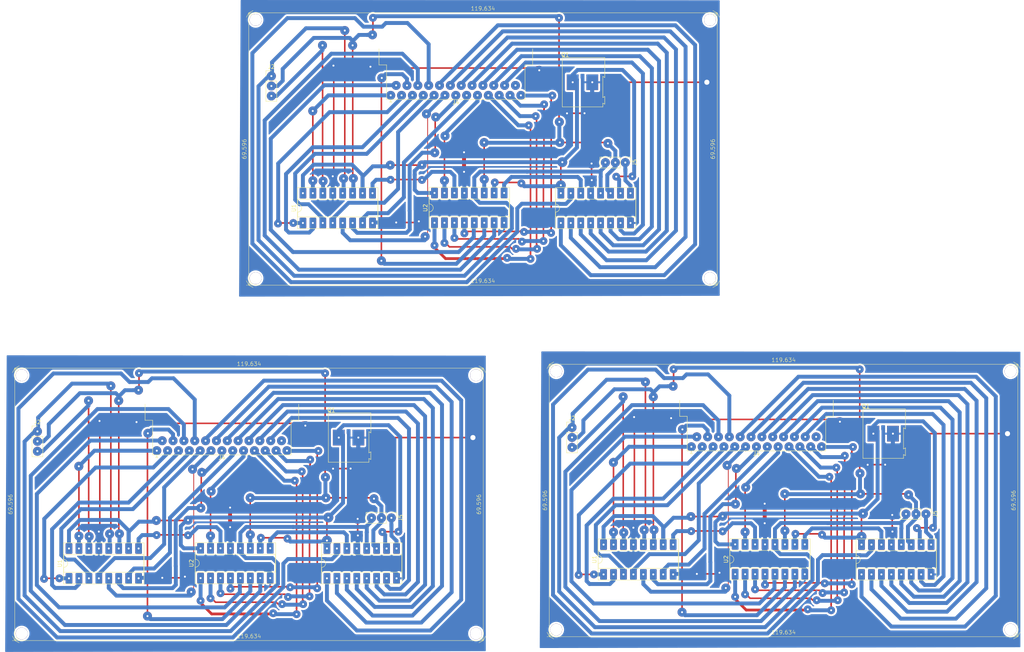
<source format=kicad_pcb>
(kicad_pcb (version 20241229) (generator "pcbnew") (generator_version "9.0")
  (layers (0 "F.Cu" signal) (2 "B.Cu" signal) (13 "F.Paste" user) (15 "B.Paste" user) (5 "F.SilkS" user "F.Silkscreen") (7 "B.SilkS" user "B.Silkscreen") (1 "F.Mask" user) (3 "B.Mask" user) (25 "Edge.Cuts" user))
  (net 0 "")
  (net 1 "VCC")
  (net 2 "GND")
  (net 3 "Net-(J2-Pin_2)")
  (net 4 "Net-(J2-Pin_3)")
  (net 5 "Net-(J2-Pin_1)")
  (net 6 "Net-(U2-QD)")
  (net 7 "Net-(U2-QE)")
  (net 8 "Net-(U2-QB)")
  (net 9 "Net-(U1-QB)")
  (net 10 "Net-(U1-QH)")
  (net 11 "Net-(J4-P16)")
  (net 12 "Net-(J4-P23)")
  (net 13 "Net-(J4-P20)")
  (net 14 "Net-(U1-QD)")
  (net 15 "Net-(J4-P15)")
  (net 16 "Net-(J4-P21)")
  (net 17 "Net-(J4-P22)")
  (net 18 "Net-(U2-QA)")
  (net 19 "Net-(U1-QF)")
  (net 20 "Net-(U2-QC)")
  (net 21 "Net-(U1-QG)")
  (net 22 "Net-(U1-QA)")
  (net 23 "Net-(J4-P18)")
  (net 24 "Net-(J4-P17)")
  (net 25 "Net-(J4-P14)")
  (net 26 "Net-(U1-QC)")
  (net 27 "Net-(J4-P24)")
  (net 28 "Net-(U1-QE)")
  (net 29 "Net-(J4-P19)")
  (net 30 "Net-(J5-Pin_1)")
  (net 31 "Net-(U1-QH')")
  (net 32 "Net-(U2-QH')")
  (footprint "Connector_PinHeader_2.54mm:PinHeader_1x03_P2.54mm_Vertical" (layer "F.Cu") (at 253.1644 152.2524 -90)
    (property "Reference" "J5")
    (property "Value" "Conn_01x03_Pin" (hide yes))
  )
  (footprint "Package_DIP:CERDIP-16_W7.62mm_SideBrazed_LongPads_Socket" (layer "F.Cu") (at 100.2052 168.6956 90)
    (property "Reference" "U3" (hide yes))
    (property "Value" "74HC595")
  )
  (footprint "Package_DIP:CERDIP-16_W7.62mm_SideBrazed_LongPads_Socket" (layer "F.Cu") (at 159.9362 77.895564 90)
    (property "Reference" "U3" (hide yes))
    (property "Value" "74HC595")
  )
  (footprint "TerminalBlock:TerminalBlock_Altech_AK300-2_P5.00mm" (layer "F.Cu") (at 239.7316 131.7292)
    (property "Reference" "Q1")
    (property "Value" "Screw_Terminal_01x02")
  )
  (footprint "Package_DIP:CERDIP-16_W7.62mm_SideBrazed_LongPads_Socket" (layer "F.Cu") (at 34.343 168.6956 90)
    (property "Reference" "U1")
    (property "Value" "74HC595")
  )
  (footprint "Connector_PinHeader_2.54mm:PinHeader_1x03_P2.54mm_Vertical" (layer "F.Cu") (at 86.0222 40.354364)
    (property "Reference" "J2")
    (property "Value" "Conn_01x03_Socket" (hide yes))
  )
  (footprint "Connector_PinHeader_2.54mm:PinHeader_1x03_P2.54mm_Vertical" (layer "F.Cu") (at 116.6644 153.2524 -90)
    (property "Reference" "J5")
    (property "Value" "Conn_01x03_Pin" (hide yes))
  )
  (footprint "Package_DIP:CERDIP-16_W7.62mm_SideBrazed_LongPads_Socket" (layer "F.Cu") (at 170.843 167.6956 90)
    (property "Reference" "U1")
    (property "Value" "74HC595")
  )
  (footprint "Package_DIP:CERDIP-16_W7.62mm_SideBrazed_LongPads_Socket" (layer "F.Cu") (at 236.7052 167.6956 90)
    (property "Reference" "U3" (hide yes))
    (property "Value" "74HC595")
  )
  (footprint "Connector_PinHeader_2.54mm:PinHeader_1x03_P2.54mm_Vertical" (layer "F.Cu") (at 26.2912 131.1544)
    (property "Reference" "J2")
    (property "Value" "Conn_01x03_Socket" (hide yes))
  )
  (footprint "Package_DIP:CERDIP-16_W7.62mm_SideBrazed_LongPads_Socket" (layer "F.Cu") (at 204.4472 167.6448 90)
    (property "Reference" "U2")
    (property "Value" "74HC595")
  )
  (footprint "TerminalBlock:TerminalBlock_Altech_AK300-2_P5.00mm" (layer "F.Cu") (at 162.9626 41.929164)
    (property "Reference" "Q1")
    (property "Value" "Screw_Terminal_01x02")
  )
  (footprint "Connector_PinHeader_2.54mm:PinHeader_1x03_P2.54mm_Vertical" (layer "F.Cu") (at 162.7912 130.1544)
    (property "Reference" "J2")
    (property "Value" "Conn_01x03_Socket" (hide yes))
  )
  (footprint "Connector_Dsub:DSUB-25_Socket_Horizontal_P2.77x2.54mm_EdgePinOffset9.40mm" (layer "F.Cu") (at 56.7628 136.0817 180)
    (property "Reference" "J4")
    (property "Value" "DB25_Pins")
  )
  (footprint "Package_DIP:CERDIP-16_W7.62mm_SideBrazed_LongPads_Socket" (layer "F.Cu") (at 127.6782 77.844764 90)
    (property "Reference" "U2")
    (property "Value" "74HC595")
  )
  (footprint "Connector_Dsub:DSUB-25_Socket_Horizontal_P2.77x2.54mm_EdgePinOffset9.40mm" (layer "F.Cu") (at 193.2628 135.0817 180)
    (property "Reference" "J4")
    (property "Value" "DB25_Pins")
  )
  (footprint "Package_DIP:CERDIP-16_W7.62mm_SideBrazed_LongPads_Socket" (layer "F.Cu") (at 67.9472 168.6448 90)
    (property "Reference" "U2")
    (property "Value" "74HC595")
  )
  (footprint "TerminalBlock:TerminalBlock_Altech_AK300-2_P5.00mm" (layer "F.Cu") (at 103.2316 132.7292)
    (property "Reference" "Q1")
    (property "Value" "Screw_Terminal_01x02")
  )
  (footprint "Package_DIP:CERDIP-16_W7.62mm_SideBrazed_LongPads_Socket" (layer "F.Cu") (at 94.074 77.895564 90)
    (property "Reference" "U1")
    (property "Value" "74HC595")
  )
  (footprint "Connector_Dsub:DSUB-25_Socket_Horizontal_P2.77x2.54mm_EdgePinOffset9.40mm" (layer "F.Cu") (at 116.4938 45.281664 180)
    (property "Reference" "J4")
    (property "Value" "DB25_Pins")
  )
  (footprint "Connector_PinHeader_2.54mm:PinHeader_1x03_P2.54mm_Vertical" (layer "F.Cu") (at 176.3954 62.452364 -90)
    (property "Reference" "J5")
    (property "Value" "Conn_01x03_Pin" (hide yes))
  )
  (dimension (type orthogonal) (layer "F.SilkS") (pts (xy 276.634 114) (xy 157 114)) (height 0) (orientation 0) (format (prefix "") (suffix "") (units 3) (units_format 0) (precision 4) (suppress_zeroes yes)) (style (thickness 0.1) (arrow_length 1.27) (text_position_mode 0) (arrow_direction outward) (extension_height 0.58642) (extension_offset 0.5) (keep_text_aligned yes)) (gr_text "119.634" (at 216.817 112.9 0) (layer "F.SilkS") (effects (font (size 1 1) (thickness 0.1)))))
  (dimension (type orthogonal) (layer "F.SilkS") (pts (xy 157 114) (xy 157.254 183.596)) (height 0) (orientation 1) (format (prefix "") (suffix "") (units 3) (units_format 0) (precision 4) (suppress_zeroes yes)) (style (thickness 0.1) (arrow_length 1.27) (text_position_mode 0) (arrow_direction outward) (extension_height 0.58642) (extension_offset 0.5) (keep_text_aligned yes)) (gr_text "69.596" (at 155.9 148.798 90) (layer "F.SilkS") (effects (font (size 1 1) (thickness 0.1)))))
  (dimension (type orthogonal) (layer "F.SilkS") (pts (xy 20.5 184.596) (xy 140.134 184.596)) (height 0) (orientation 0) (format (prefix "") (suffix "") (units 3) (units_format 0) (precision 4) (suppress_zeroes yes)) (style (thickness 0.1) (arrow_length 1.27) (text_position_mode 0) (arrow_direction outward) (extension_height 0.58642) (extension_offset 0.5) (keep_text_aligned yes)) (gr_text "119.634" (at 80.317 183.496 0) (layer "F.SilkS") (effects (font (size 1 1) (thickness 0.1)))))
  (dimension (type orthogonal) (layer "F.SilkS") (pts (xy 140.134 184.596) (xy 140.134 115)) (height 0) (orientation 1) (format (prefix "") (suffix "") (units 3) (units_format 0) (precision 4) (suppress_zeroes yes)) (style (thickness 0.1) (arrow_length 1.27) (text_position_mode 0) (arrow_direction outward) (extension_height 0.58642) (extension_offset 0.5) (keep_text_aligned yes)) (gr_text "69.596" (at 139.034 149.798 90) (layer "F.SilkS") (effects (font (size 1 1) (thickness 0.1)))))
  (dimension (type orthogonal) (layer "F.SilkS") (pts (xy 80.231 24.199964) (xy 80.485 93.795964)) (height 0) (orientation 1) (format (prefix "") (suffix "") (units 3) (units_format 0) (precision 4) (suppress_zeroes yes)) (style (thickness 0.1) (arrow_length 1.27) (text_position_mode 0) (arrow_direction outward) (extension_height 0.58642) (extension_offset 0.5) (keep_text_aligned yes)) (gr_text "69.596" (at 79.131 58.997964 90) (layer "F.SilkS") (effects (font (size 1 1) (thickness 0.1)))))
  (dimension (type orthogonal) (layer "F.SilkS") (pts (xy 199.865 24.199964) (xy 80.231 24.199964)) (height 0) (orientation 0) (format (prefix "") (suffix "") (units 3) (units_format 0) (precision 4) (suppress_zeroes yes)) (style (thickness 0.1) (arrow_length 1.27) (text_position_mode 0) (arrow_direction outward) (extension_height 0.58642) (extension_offset 0.5) (keep_text_aligned yes)) (gr_text "119.634" (at 140.048 23.099964 0) (layer "F.SilkS") (effects (font (size 1 1) (thickness 0.1)))))
  (dimension (type orthogonal) (layer "F.SilkS") (pts (xy 80.231 93.795964) (xy 199.865 93.795964)) (height 0) (orientation 0) (format (prefix "") (suffix "") (units 3) (units_format 0) (precision 4) (suppress_zeroes yes)) (style (thickness 0.1) (arrow_length 1.27) (text_position_mode 0) (arrow_direction outward) (extension_height 0.58642) (extension_offset 0.5) (keep_text_aligned yes)) (gr_text "119.634" (at 140.048 92.695964 0) (layer "F.SilkS") (effects (font (size 1 1) (thickness 0.1)))))
  (dimension (type orthogonal) (layer "F.SilkS") (pts (xy 276.634 183.596) (xy 276.634 114)) (height 0) (orientation 1) (format (prefix "") (suffix "") (units 3) (units_format 0) (precision 4) (suppress_zeroes yes)) (style (thickness 0.1) (arrow_length 1.27) (text_position_mode 0) (arrow_direction outward) (extension_height 0.58642) (extension_offset 0.5) (keep_text_aligned yes)) (gr_text "69.596" (at 275.534 148.798 90) (layer "F.SilkS") (effects (font (size 1 1) (thickness 0.1)))))
  (dimension (type orthogonal) (layer "F.SilkS") (pts (xy 20.5 115) (xy 20.754 184.596)) (height 0) (orientation 1) (format (prefix "") (suffix "") (units 3) (units_format 0) (precision 4) (suppress_zeroes yes)) (style (thickness 0.1) (arrow_length 1.27) (text_position_mode 0) (arrow_direction outward) (extension_height 0.58642) (extension_offset 0.5) (keep_text_aligned yes)) (gr_text "69.596" (at 19.4 149.798 90) (layer "F.SilkS") (effects (font (size 1 1) (thickness 0.1)))))
  (dimension (type orthogonal) (layer "F.SilkS") (pts (xy 140.134 115) (xy 20.5 115)) (height 0) (orientation 0) (format (prefix "") (suffix "") (units 3) (units_format 0) (precision 4) (suppress_zeroes yes)) (style (thickness 0.1) (arrow_length 1.27) (text_position_mode 0) (arrow_direction outward) (extension_height 0.58642) (extension_offset 0.5) (keep_text_aligned yes)) (gr_text "119.634" (at 80.317 113.9 0) (layer "F.SilkS") (effects (font (size 1 1) (thickness 0.1)))))
  (dimension (type orthogonal) (layer "F.SilkS") (pts (xy 157 183.596) (xy 276.634 183.596)) (height 0) (orientation 0) (format (prefix "") (suffix "") (units 3) (units_format 0) (precision 4) (suppress_zeroes yes)) (style (thickness 0.1) (arrow_length 1.27) (text_position_mode 0) (arrow_direction outward) (extension_height 0.58642) (extension_offset 0.5) (keep_text_aligned yes)) (gr_text "119.634" (at 216.817 182.496 0) (layer "F.SilkS") (effects (font (size 1 1) (thickness 0.1)))))
  (dimension (type orthogonal) (layer "F.SilkS") (pts (xy 199.865 93.795964) (xy 199.865 24.199964)) (height 0) (orientation 1) (format (prefix "") (suffix "") (units 3) (units_format 0) (precision 4) (suppress_zeroes yes)) (style (thickness 0.1) (arrow_length 1.27) (text_position_mode 0) (arrow_direction outward) (extension_height 0.58642) (extension_offset 0.5) (keep_text_aligned yes)) (gr_text "69.596" (at 198.765 58.997964 90) (layer "F.SilkS") (effects (font (size 1 1) (thickness 0.1)))))
  (via (at 22.269 116.800036) (size 3) (drill 2.99) (layers "F.Cu" "B.Cu") (net 0))
  (via (at 274.769 181.800036) (size 3) (drill 2.99) (layers "F.Cu" "B.Cu") (net 0))
  (via (at 138.269 116.800036) (size 3) (drill 2.99) (layers "F.Cu" "B.Cu") (net 0))
  (via (at 82 92) (size 3) (drill 2.99) (layers "F.Cu" "B.Cu") (net 0))
  (via (at 158.769 115.800036) (size 3) (drill 2.99) (layers "F.Cu" "B.Cu") (net 0))
  (via (at 138.269 182.800036) (size 3) (drill 2.99) (layers "F.Cu" "B.Cu") (net 0))
  (via (at 158.769 181.800036) (size 3) (drill 2.99) (layers "F.Cu" "B.Cu") (net 0))
  (via (at 198 92) (size 3) (drill 2.99) (layers "F.Cu" "B.Cu") (net 0))
  (via (at 198 26) (size 3) (drill 2.99) (layers "F.Cu" "B.Cu") (net 0))
  (via (at 22.269 182.800036) (size 3) (drill 2.99) (layers "F.Cu" "B.Cu") (net 0))
  (via (at 274.769 115.800036) (size 3) (drill 2.99) (layers "F.Cu" "B.Cu") (net 0))
  (via (at 82 26) (size 3) (drill 2.99) (layers "F.Cu" "B.Cu") (net 0))
  (segment (start 64.72 153.862) (end 64.2896 153.862) (width 1) (layer "F.Cu") (net 1))
  (segment (start 114.4292 156.783) (end 114.353 156.8592) (width 1) (layer "F.Cu") (net 1))
  (segment (start 219.8396 157.3324) (end 226.3928 157.3324) (width 0.4) (layer "F.Cu") (net 1))
  (segment (start 64.2896 153.862) (end 64.2388 153.9128) (width 1) (layer "F.Cu") (net 1))
  (segment (start 200.7896 152.862) (end 200.7388 152.9128) (width 1) (layer "F.Cu") (net 1))
  (segment (start 124.0206 63.061964) (end 123.9698 63.112764) (width 1) (layer "F.Cu") (net 1))
  (segment (start 89.8928 158.3324) (end 90.1214 158.561) (width 1) (layer "F.Cu") (net 1))
  (segment (start 64.2388 153.9128) (end 56.6442 153.9128) (width 0.4) (layer "F.Cu") (net 1))
  (segment (start 123.9698 63.112764) (end 116.3752 63.112764) (width 0.4) (layer "F.Cu") (net 1))
  (segment (start 159.9362 68.243564) (end 159.9362 62.731764) (width 0.4) (layer "F.Cu") (net 1))
  (segment (start 236.7052 158.0436) (end 236.7052 152.5318) (width 0.4) (layer "F.Cu") (net 1))
  (segment (start 100.2052 153.5318) (end 100.5862 153.1508) (width 1) (layer "F.Cu") (net 1))
  (segment (start 174.1602 65.982964) (end 174.084 66.059164) (width 1) (layer "F.Cu") (net 1))
  (segment (start 64.7446 153.8374) (end 64.72 153.862) (width 1) (layer "F.Cu") (net 1))
  (segment (start 201.2446 152.8374) (end 201.22 152.862) (width 1) (layer "F.Cu") (net 1))
  (segment (start 124.451 63.061964) (end 124.0206 63.061964) (width 1) (layer "F.Cu") (net 1))
  (segment (start 149.6238 67.532364) (end 149.8524 67.760964) (width 1) (layer "F.Cu") (net 1))
  (segment (start 201.22 152.862) (end 200.7896 152.862) (width 1) (layer "F.Cu") (net 1))
  (segment (start 236.7052 152.5318) (end 237.0862 152.1508) (width 1) (layer "F.Cu") (net 1))
  (segment (start 254.9424 155.783) (end 250.9292 155.783) (width 0.4) (layer "F.Cu") (net 1))
  (segment (start 178.1734 65.982964) (end 174.1602 65.982964) (width 0.4) (layer "F.Cu") (net 1))
  (segment (start 159.9362 62.731764) (end 160.3172 62.350764) (width 1) (layer "F.Cu") (net 1))
  (segment (start 143.0706 67.532364) (end 149.6238 67.532364) (width 0.4) (layer "F.Cu") (net 1))
  (segment (start 118.4424 156.783) (end 114.4292 156.783) (width 0.4) (layer "F.Cu") (net 1))
  (segment (start 124.4756 63.037364) (end 124.451 63.061964) (width 1) (layer "F.Cu") (net 1))
  (segment (start 250.9292 155.783) (end 250.853 155.8592) (width 1) (layer "F.Cu") (net 1))
  (segment (start 83.3396 158.3324) (end 89.8928 158.3324) (width 0.4) (layer "F.Cu") (net 1))
  (segment (start 226.3928 157.3324) (end 226.6214 157.561) (width 1) (layer "F.Cu") (net 1))
  (segment (start 200.7388 152.9128) (end 193.1442 152.9128) (width 0.4) (layer "F.Cu") (net 1))
  (segment (start 100.2052 159.0436) (end 100.2052 153.5318) (width 0.4) (layer "F.Cu") (net 1))
  (via (at 143.0706 67.532364) (size 2) (drill 0.5) (layers "F.Cu" "B.Cu") (net 1))
  (via (at 114.353 156.8592) (size 2) (drill 0.5) (layers "F.Cu" "B.Cu") (net 1))
  (via (at 159.9362 68.243564) (size 2.5) (drill 0.5) (layers "F.Cu" "B.Cu") (net 1))
  (via (at 100.2052 159.0436) (size 2.5) (drill 0.5) (layers "F.Cu" "B.Cu") (net 1))
  (via (at 116.3752 63.112764) (size 2.3) (drill 0.5) (layers "F.Cu" "B.Cu") (net 1))
  (via (at 201.2446 152.8374) (size 2.3) (drill 0.5) (layers "F.Cu" "B.Cu") (net 1))
  (via (at 250.853 155.8592) (size 2) (drill 0.5) (layers "F.Cu" "B.Cu") (net 1))
  (via (at 160.3172 62.350764) (size 2.5) (drill 0.5) (layers "F.Cu" "B.Cu") (net 1))
  (via (at 254.9424 155.783) (size 2) (drill 0.5) (layers "F.Cu" "B.Cu") (net 1))
  (via (at 149.8524 67.760964) (size 2) (drill 0.5) (layers "F.Cu" "B.Cu") (net 1))
  (via (at 56.6442 153.9128) (size 2.3) (drill 0.5) (layers "F.Cu" "B.Cu") (net 1))
  (via (at 219.8396 157.3324) (size 2) (drill 0.5) (layers "F.Cu" "B.Cu") (net 1))
  (via (at 236.7052 158.0436) (size 2.5) (drill 0.5) (layers "F.Cu" "B.Cu") (net 1))
  (via (at 178.1734 65.982964) (size 2) (drill 0.5) (layers "F.Cu" "B.Cu") (net 1))
  (via (at 83.3396 158.3324) (size 2) (drill 0.5) (layers "F.Cu" "B.Cu") (net 1))
  (via (at 237.0862 152.1508) (size 2.5) (drill 0.5) (layers "F.Cu" "B.Cu") (net 1))
  (via (at 64.7446 153.8374) (size 2.3) (drill 0.5) (layers "F.Cu" "B.Cu") (net 1))
  (via (at 90.1214 158.561) (size 2) (drill 0.5) (layers "F.Cu" "B.Cu") (net 1))
  (via (at 226.6214 157.561) (size 2) (drill 0.5) (layers "F.Cu" "B.Cu") (net 1))
  (via (at 100.5862 153.1508) (size 2.5) (drill 0.5) (layers "F.Cu" "B.Cu") (net 1))
  (via (at 118.4424 156.783) (size 2) (drill 0.5) (layers "F.Cu" "B.Cu") (net 1))
  (via (at 174.084 66.059164) (size 2) (drill 0.5) (layers "F.Cu" "B.Cu") (net 1))
  (via (at 124.4756 63.037364) (size 2.3) (drill 0.5) (layers "F.Cu" "B.Cu") (net 1))
  (via (at 193.1442 152.9128) (size 2.3) (drill 0.5) (layers "F.Cu" "B.Cu") (net 1))
  (segment (start 122.6236 64.560564) (end 122.6236 65.599964) (width 1) (layer "B.Cu") (net 1))
  (segment (start 164.2034 38.779564) (end 162.937 40.045964) (width 1) (layer "B.Cu") (net 1))
  (segment (start 34.343 156.529) (end 37.0862 153.7858) (width 1) (layer "B.Cu") (net 1))
  (segment (start 118.925 156.3004) (end 118.925 132.5514) (width 1) (layer "B.Cu") (net 1))
  (segment (start 142.9182 67.684764) (end 143.0706 67.532364) (width 1) (layer "B.Cu") (net 1))
  (segment (start 236.4512 158.2976) (end 236.7052 158.0436) (width 1) (layer "B.Cu") (net 1))
  (segment (start 150.589 68.497564) (end 159.6822 68.497564) (width 1) (layer "B.Cu") (net 1))
  (segment (start 199.3936 159.2384) (end 200.18 160.0248) (width 1) (layer "B.Cu") (net 1))
  (segment (start 49.583 156.4826) (end 49.583 161.0756) (width 1) (layer "B.Cu") (net 1))
  (segment (start 122.6236 65.599964) (end 122.6246 65.600964) (width 1) (layer "B.Cu") (net 1))
  (segment (start 96.8172 62.985764) (end 106.6172 62.985764) (width 1) (layer "B.Cu") (net 1))
  (segment (start 240.9724 128.5796) (end 239.706 129.846) (width 1) (layer "B.Cu") (net 1))
  (segment (start 115.4452 161.6465) (end 115.4452 161.0756) (width 1) (layer "B.Cu") (net 1))
  (segment (start 254.9424 155.783) (end 255.425 155.3004) (width 1) (layer "B.Cu") (net 1))
  (segment (start 104.32 149.417) (end 100.5862 153.1508) (width 1) (layer "B.Cu") (net 1))
  (segment (start 115.4456 161.6469) (end 115.4452 161.6465) (width 1) (layer "B.Cu") (net 1))
  (segment (start 199.3926 155.4) (end 199.3936 155.401) (width 1) (layer "B.Cu") (net 1))
  (segment (start 255.425 131.5514) (end 252.4532 128.5796) (width 1) (layer "B.Cu") (net 1))
  (segment (start 162.937 40.151164) (end 164.051 41.265164) (width 1) (layer "B.Cu") (net 1))
  (segment (start 123.411 70.224764) (end 127.6782 70.224764) (width 1) (layer "B.Cu") (net 1))
  (segment (start 62.8936 156.401) (end 62.8936 160.2384) (width 1) (layer "B.Cu") (net 1))
  (segment (start 226.6214 157.561) (end 227.358 158.2976) (width 1) (layer "B.Cu") (net 1))
  (segment (start 52.1992 154.2176) (end 56.3394 154.2176) (width 1) (layer "B.Cu") (net 1))
  (segment (start 116.0704 63.417564) (end 116.3752 63.112764) (width 1) (layer "B.Cu") (net 1))
  (segment (start 164.051 41.265164) (end 164.051 58.616964) (width 1) (layer "B.Cu") (net 1))
  (segment (start 125.1622 62.350764) (end 160.3172 62.350764) (width 1) (layer "B.Cu") (net 1))
  (segment (start 219.6872 157.4848) (end 219.8396 157.3324) (width 1) (layer "B.Cu") (net 1))
  (segment (start 124.4756 63.037364) (end 124.1468 63.037364) (width 1) (layer "B.Cu") (net 1))
  (segment (start 62.8926 156.4) (end 62.8936 156.401) (width 1) (layer "B.Cu") (net 1))
  (segment (start 162.937 40.045964) (end 162.937 40.151164) (width 1) (layer "B.Cu") (net 1))
  (segment (start 251.5896 156.5958) (end 251.5896 159.72) (width 1) (layer "B.Cu") (net 1))
  (segment (start 149.8524 67.760964) (end 150.589 68.497564) (width 1) (layer "B.Cu") (net 1))
  (segment (start 188.6992 153.2176) (end 192.8394 153.2176) (width 1) (layer "B.Cu") (net 1))
  (segment (start 174.084 66.059164) (end 174.8206 66.795764) (width 1) (layer "B.Cu") (net 1))
  (segment (start 103.206 130.846) (end 103.206 130.9512) (width 1) (layer "B.Cu") (net 1))
  (segment (start 104.32 132.0652) (end 104.32 149.417) (width 1) (layer "B.Cu") (net 1))
  (segment (start 124.1468 63.037364) (end 122.6236 64.560564) (width 1) (layer "B.Cu") (net 1))
  (segment (start 174.8206 66.795764) (end 174.8206 69.919964) (width 1) (layer "B.Cu") (net 1))
  (segment (start 103.206 130.9512) (end 104.32 132.0652) (width 1) (layer "B.Cu") (net 1))
  (segment (start 250.853 155.8592) (end 251.5896 156.5958) (width 1) (layer "B.Cu") (net 1))
  (segment (start 200.9158 152.8374) (end 199.3926 154.3606) (width 1) (layer "B.Cu") (net 1))
  (segment (start 124.4756 63.037364) (end 125.1622 62.350764) (width 1) (layer "B.Cu") (net 1))
  (segment (start 255.425 155.3004) (end 255.425 131.5514) (width 1) (layer "B.Cu") (net 1))
  (segment (start 100.2052 161.0756) (end 100.2052 159.0436) (width 1) (layer "B.Cu") (net 1))
  (segment (start 175.1766 70.275364) (end 175.1766 70.846864) (width 1) (layer "B.Cu") (net 1))
  (segment (start 46.8862 153.7858) (end 49.583 156.4826) (width 1) (layer "B.Cu") (net 1))
  (segment (start 178.656 65.500364) (end 178.656 41.751364) (width 1) (layer "B.Cu") (net 1))
  (segment (start 159.9362 70.275564) (end 159.9362 68.243564) (width 1) (layer "B.Cu") (net 1))
  (segment (start 170.843 160.0756) (end 170.843 155.529) (width 1) (layer "B.Cu") (net 1))
  (segment (start 109.314 65.682564) (end 109.314 70.275564) (width 1) (layer "B.Cu") (net 1))
  (segment (start 174.8206 69.919964) (end 175.1762 70.275564) (width 1) (layer "B.Cu") (net 1))
  (segment (start 251.5896 159.72) (end 251.9452 160.0756) (width 1) (layer "B.Cu") (net 1))
  (segment (start 159.6822 68.497564) (end 159.9362 68.243564) (width 1) (layer "B.Cu") (net 1))
  (segment (start 111.9302 63.417564) (end 116.0704 63.417564) (width 1) (layer "B.Cu") (net 1))
  (segment (start 104.4724 129.5796) (end 103.206 130.846) (width 1) (layer "B.Cu") (net 1))
  (segment (start 239.706 129.846) (end 239.706 129.9512) (width 1) (layer "B.Cu") (net 1))
  (segment (start 63.68 161.0248) (end 67.9472 161.0248) (width 1) (layer "B.Cu") (net 1))
  (segment (start 83.1872 158.4848) (end 83.3396 158.3324) (width 1) (layer "B.Cu") (net 1))
  (segment (start 83.1872 161.0248) (end 83.1872 158.4848) (width 1) (layer "B.Cu") (net 1))
  (segment (start 199.3926 154.3606) (end 199.3926 155.4) (width 1) (layer "B.Cu") (net 1))
  (segment (start 64.4158 153.8374) (end 62.8926 155.3606) (width 1) (layer "B.Cu") (net 1))
  (segment (start 115.0896 157.5958) (end 115.0896 160.72) (width 1) (layer "B.Cu") (net 1))
  (segment (start 227.358 158.2976) (end 236.4512 158.2976) (width 1) (layer "B.Cu") (net 1))
  (segment (start 62.8926 155.3606) (end 62.8926 156.4) (width 1) (layer "B.Cu") (net 1))
  (segment (start 106.6172 62.985764) (end 109.314 65.682564) (width 1) (layer "B.Cu") (net 1))
  (segment (start 251.9456 160.6469) (end 251.9452 160.6465) (width 1) (layer "B.Cu") (net 1))
  (segment (start 240.82 131.0652) (end 240.82 148.417) (width 1) (layer "B.Cu") (net 1))
  (segment (start 186.083 160.0756) (end 186.083 155.8338) (width 1) (layer "B.Cu") (net 1))
  (segment (start 115.9532 129.5796) (end 104.4724 129.5796) (width 1) (layer "B.Cu") (net 1))
  (segment (start 201.2446 152.8374) (end 201.9312 152.1508) (width 1) (layer "B.Cu") (net 1))
  (segment (start 65.4312 153.1508) (end 100.5862 153.1508) (width 1) (layer "B.Cu") (net 1))
  (segment (start 178.656 41.751364) (end 175.6842 38.779564) (width 1) (layer "B.Cu") (net 1))
  (segment (start 252.4532 128.5796) (end 240.9724 128.5796) (width 1) (layer "B.Cu") (net 1))
  (segment (start 109.314 66.033764) (end 111.9302 63.417564) (width 1) (layer "B.Cu") (net 1))
  (segment (start 170.843 155.529) (end 173.5862 152.7858) (width 1) (layer "B.Cu") (net 1))
  (segment (start 94.074 70.275564) (end 94.074 65.728964) (width 1) (layer "B.Cu") (net 1))
  (segment (start 37.0862 153.7858) (end 46.8862 153.7858) (width 1) (layer "B.Cu") (net 1))
  (segment (start 178.1734 65.982964) (end 178.656 65.500364) (width 1) (layer "B.Cu") (net 1))
  (segment (start 251.9456 160.0754) (end 251.9456 160.6469) (width 1) (layer "B.Cu") (net 1))
  (segment (start 175.1766 70.846864) (end 175.1762 70.846464) (width 1) (layer "B.Cu") (net 1))
  (segment (start 118.925 132.5514) (end 115.9532 129.5796) (width 1) (layer "B.Cu") (net 1))
  (segment (start 64.7446 153.8374) (end 64.4158 153.8374) (width 1) (layer "B.Cu") (net 1))
  (segment (start 192.8394 153.2176) (end 193.1442 152.9128) (width 1) (layer "B.Cu") (net 1))
  (segment (start 122.6246 65.600964) (end 122.6246 69.438364) (width 1) (layer "B.Cu") (net 1))
  (segment (start 64.7446 153.8374) (end 65.4312 153.1508) (width 1) (layer "B.Cu") (net 1))
  (segment (start 173.5862 152.7858) (end 183.3862 152.7858) (width 1) (layer "B.Cu") (net 1))
  (segment (start 219.6872 160.0248) (end 219.6872 157.4848) (width 1) (layer "B.Cu") (net 1))
  (segment (start 164.051 58.616964) (end 160.3172 62.350764) (width 1) (layer "B.Cu") (net 1))
  (segment (start 201.9312 152.1508) (end 237.0862 152.1508) (width 1) (layer "B.Cu") (net 1))
  (segment (start 114.353 156.8592) (end 115.0896 157.5958) (width 1) (layer "B.Cu") (net 1))
  (segment (start 201.2446 152.8374) (end 200.9158 152.8374) (width 1) (layer "B.Cu") (net 1))
  (segment (start 199.3936 155.401) (end 199.3936 159.2384) (width 1) (layer "B.Cu") (net 1))
  (segment (start 56.3394 154.2176) (end 56.6442 153.9128) (width 1) (layer "B.Cu") (net 1))
  (segment (start 183.3862 152.7858) (end 186.083 155.4826) (width 1) (layer "B.Cu") (net 1))
  (segment (start 186.083 155.4826) (end 186.083 160.0756) (width 1) (layer "B.Cu") (net 1))
  (segment (start 175.1762 70.846464) (end 175.1762 70.275564) (width 1) (layer "B.Cu") (net 1))
  (segment (start 118.4424 156.783) (end 118.925 156.3004) (width 1) (layer "B.Cu") (net 1))
  (segment (start 99.9512 159.2976) (end 100.2052 159.0436) (width 1) (layer "B.Cu") (net 1))
  (segment (start 115.4456 161.0754) (end 115.4456 161.6469) (width 1) (layer "B.Cu") (net 1))
  (segment (start 90.1214 158.561) (end 90.858 159.2976) (width 1) (layer "B.Cu") (net 1))
  (segment (start 49.583 161.0756) (end 49.583 156.8338) (width 1) (layer "B.Cu") (net 1))
  (segment (start 34.343 161.0756) (end 34.343 156.529) (width 1) (layer "B.Cu") (net 1))
  (segment (start 49.583 156.8338) (end 52.1992 154.2176) (width 1) (layer "B.Cu") (net 1))
  (segment (start 240.82 148.417) (end 237.0862 152.1508) (width 1) (layer "B.Cu") (net 1))
  (segment (start 251.9452 160.6465) (end 251.9452 160.0756) (width 1) (layer "B.Cu") (net 1))
  (segment (start 175.6842 38.779564) (end 164.2034 38.779564) (width 1) (layer "B.Cu") (net 1))
  (segment (start 122.6246 69.438364) (end 123.411 70.224764) (width 1) (layer "B.Cu") (net 1))
  (segment (start 186.083 155.8338) (end 188.6992 153.2176) (width 1) (layer "B.Cu") (net 1))
  (segment (start 239.706 129.9512) (end 240.82 131.0652) (width 1) (layer "B.Cu") (net 1))
  (segment (start 142.9182 70.224764) (end 142.9182 67.684764) (width 1) (layer "B.Cu") (net 1))
  (segment (start 109.314 70.275564) (end 109.314 66.033764) (width 1) (layer "B.Cu") (net 1))
  (segment (start 236.7052 160.0756) (end 236.7052 158.0436) (width 1) (layer "B.Cu") (net 1))
  (segment (start 200.18 160.0248) (end 204.4472 160.0248) (width 1) (layer "B.Cu") (net 1))
  (segment (start 90.858 159.2976) (end 99.9512 159.2976) (width 1) (layer "B.Cu") (net 1))
  (segment (start 115.0896 160.72) (end 115.4452 161.0756) (width 1) (layer "B.Cu") (net 1))
  (segment (start 62.8936 160.2384) (end 63.68 161.0248) (width 1) (layer "B.Cu") (net 1))
  (segment (start 94.074 65.728964) (end 96.8172 62.985764) (width 1) (layer "B.Cu") (net 1))
  (segment (start 51.5896 128.7668) (end 51.9198 129.097) (width 1) (layer "F.Cu") (net 2))
  (segment (start 123.4745 77.476464) (end 123.1824 77.768564) (width 1) (layer "F.Cu") (net 2))
  (segment (start 178.717 127.5636) (end 178.6408 127.4874) (width 1) (layer "F.Cu") (net 2))
  (segment (start 111.854 78.251364) (end 111.854 77.895564) (width 1) (layer "F.Cu") (net 2))
  (segment (start 101.78 140.6794) (end 101.8054 140.654) (width 1) (layer "F.Cu") (net 2))
  (segment (start 167.7848 66.897364) (end 167.8356 66.948164) (width 1) (layer "F.Cu") (net 2))
  (segment (start 199.9514 167.5686) (end 194.6682 167.5686) (width 0.4) (layer "F.Cu") (net 2))
  (segment (start 101.694 65.957564) (end 101.948 65.703564) (width 1) (layer "F.Cu") (net 2))
  (segment (start 212.0676 160.0244) (end 212.0676 160.6344) (width 1) (layer "F.Cu") (net 2))
  (segment (start 111.6508 38.296964) (end 153.8402 38.296964) (width 0.4) (layer "F.Cu") (net 2))
  (segment (start 273.9876 131.7292) (end 274.983 131.7292) (width 1) (layer "F.Cu") (net 2))
  (segment (start 135.2186 64.821364) (end 135.2186 59.821364) (width 1) (layer "F.Cu") (net 2))
  (segment (start 137.4876 132.7292) (end 136.8828 132.7292) (width 1) (layer "F.Cu") (net 2))
  (segment (start 123.1824 77.768564) (end 117.8992 77.768564) (width 0.4) (layer "F.Cu") (net 2))
  (segment (start 167.9626 41.929164) (end 197.2186 41.929164) (width 0.4) (layer "F.Cu") (net 2))
  (segment (start 42.217 128.5636) (end 42.1408 128.4874) (width 1) (layer "F.Cu") (net 2))
  (segment (start 63.4514 168.5686) (end 58.1682 168.5686) (width 0.4) (layer "F.Cu") (net 2))
  (segment (start 196.6138 41.929164) (end 196.5376 41.852964) (width 1) (layer "F.Cu") (net 2))
  (segment (start 41.963 156.7576) (end 42.217 156.5036) (width 1) (layer "F.Cu") (net 2))
  (segment (start 200.4467 167.2765) (end 200.2435 167.2765) (width 1) (layer "F.Cu") (net 2))
  (segment (start 244.5538 152.5064) (end 244.5538 156.6974) (width 0.4) (layer "F.Cu") (net 2))
  (segment (start 161.511 49.879364) (end 161.5364 49.853964) (width 1) (layer "F.Cu") (net 2))
  (segment (start 51.9198 129.097) (end 94.1092 129.097) (width 0.4) (layer "F.Cu") (net 2))
  (segment (start 42.217 156.5036) (end 42.217 128.5636) (width 0.4) (layer "F.Cu") (net 2))
  (segment (start 108.2316 132.7292) (end 137.4876 132.7292) (width 0.4) (layer "F.Cu") (net 2))
  (segment (start 197.2186 41.929164) (end 196.6138 41.929164) (width 1) (layer "F.Cu") (net 2))
  (segment (start 198.214 41.929164) (end 198.2902 41.852964) (width 1) (layer "F.Cu") (net 2))
  (segment (start 230.6092 128.097) (end 231.1934 128.6812) (width 1) (layer "F.Cu") (net 2))
  (segment (start 244.5538 156.6974) (end 244.6046 156.7482) (width 1) (layer "F.Cu") (net 2))
  (segment (start 178.717 155.5036) (end 178.717 127.5636) (width 0.4) (layer "F.Cu") (net 2))
  (segment (start 161.5364 49.853964) (end 165.9814 49.853964) (width 0.4) (layer "F.Cu") (net 2))
  (segment (start 273.9876 131.7292) (end 273.3828 131.7292) (width 1) (layer "F.Cu") (net 2))
  (segment (start 188.0896 127.7668) (end 188.4198 128.097) (width 1) (layer "F.Cu") (net 2))
  (segment (start 101.948 37.763564) (end 101.8718 37.687364) (width 1) (layer "F.Cu") (net 2))
  (segment (start 108.0538 153.5064) (end 108.0538 157.6974) (width 0.4) (layer "F.Cu") (net 2))
  (segment (start 108.0538 157.6974) (end 108.1046 157.7482) (width 1) (layer "F.Cu") (net 2))
  (segment (start 197.2186 41.929164) (end 198.214 41.929164) (width 1) (layer "F.Cu") (net 2))
  (segment (start 188.4198 128.097) (end 230.6092 128.097) (width 0.4) (layer "F.Cu") (net 2))
  (segment (start 75.4876 155.6214) (end 75.4876 150.6214) (width 1) (layer "F.Cu") (net 2))
  (segment (start 135.2986 70.224364) (end 135.2986 70.834364) (width 1) (layer "F.Cu") (net 2))
  (segment (start 101.8054 140.654) (end 106.2504 140.654) (width 0.4) (layer "F.Cu") (net 2))
  (segment (start 188.623 168.0514) (end 188.623 167.6956) (width 1) (layer "F.Cu") (net 2))
  (segment (start 167.7848 62.706364) (end 167.7848 66.897364) (width 0.4) (layer "F.Cu") (net 2))
  (segment (start 238.28 139.6794) (end 238.3054 139.654) (width 1) (layer "F.Cu") (net 2))
  (segment (start 111.3206 37.966764) (end 111.6508 38.296964) (width 1) (layer "F.Cu") (net 2))
  (segment (start 63.7435 168.2765) (end 63.4514 168.5686) (width 1) (layer "F.Cu") (net 2))
  (segment (start 153.8402 38.296964) (end 154.4244 38.881164) (width 1) (layer "F.Cu") (net 2))
  (segment (start 63.9467 168.2765) (end 63.7435 168.2765) (width 1) (layer "F.Cu") (net 2))
  (segment (start 238.3054 139.654) (end 242.7504 139.654) (width 0.4) (layer "F.Cu") (net 2))
  (segment (start 138.483 132.7292) (end 138.5592 132.653) (width 1) (layer "F.Cu") (net 2))
  (segment (start 136.8828 132.7292) (end 136.8066 132.653) (width 1) (layer "F.Cu") (net 2))
  (segment (start 200.2435 167.2765) (end 199.9514 167.5686) (width 1) (layer "F.Cu") (net 2))
  (segment (start 94.1092 129.097) (end 94.6934 129.6812) (width 1) (layer "F.Cu") (net 2))
  (segment (start 211.9876 154.6214) (end 211.9876 149.6214) (width 1) (layer "F.Cu") (net 2))
  (segment (start 273.3828 131.7292) (end 273.3066 131.653) (width 1) (layer "F.Cu") (net 2))
  (segment (start 52.123 169.0514) (end 52.123 168.6956) (width 1) (layer "F.Cu") (net 2))
  (segment (start 137.4876 132.7292) (end 138.483 132.7292) (width 1) (layer "F.Cu") (net 2))
  (segment (start 101.948 65.703564) (end 101.948 37.763564) (width 0.4) (layer "F.Cu") (net 2))
  (segment (start 123.6777 77.476464) (end 123.4745 77.476464) (width 1) (layer "F.Cu") (net 2))
  (segment (start 178.463 155.7576) (end 178.717 155.5036) (width 1) (layer "F.Cu") (net 2))
  (segment (start 244.7316 131.7292) (end 273.9876 131.7292) (width 0.4) (layer "F.Cu") (net 2))
  (segment (start 274.983 131.7292) (end 275.0592 131.653) (width 1) (layer "F.Cu") (net 2))
  (segment (start 75.5676 161.0244) (end 75.5676 161.6344) (width 1) (layer "F.Cu") (net 2))
  (via (at 211.9876 154.6214) (size 2) (drill 0.5) (layers "F.Cu" "B.Cu") (net 2))
  (via (at 117.8992 77.768564) (size 2.3) (drill 0.5) (layers "F.Cu" "B.Cu") (net 2))
  (via (at 273.9876 131.7292) (size 3) (drill 1.3) (layers "F.Cu" "B.Cu") (net 2))
  (via (at 154.4244 38.881164) (size 2.3) (drill 0.5) (layers "F.Cu" "B.Cu") (net 2))
  (via (at 200.4467 167.2765) (size 2.3) (drill 0.5) (layers "F.Cu" "B.Cu") (net 2))
  (via (at 165.9814 49.853964) (size 2) (drill 0.5) (layers "F.Cu" "B.Cu") (net 2))
  (via (at 123.6777 77.476464) (size 2.3) (drill 0.5) (layers "F.Cu" "B.Cu") (net 2))
  (via (at 101.8718 37.687364) (size 2.3) (drill 0.5) (layers "F.Cu" "B.Cu") (net 2))
  (via (at 197.2186 41.929164) (size 3) (drill 1.3) (layers "F.Cu" "B.Cu") (net 2))
  (via (at 194.6682 167.5686) (size 2.3) (drill 0.5) (layers "F.Cu" "B.Cu") (net 2))
  (via (at 231.1934 128.6812) (size 2.3) (drill 0.5) (layers "F.Cu" "B.Cu") (net 2))
  (via (at 111.3206 37.966764) (size 2.3) (drill 0.5) (layers "F.Cu" "B.Cu") (net 2))
  (via (at 101.694 65.957564) (size 2.3) (drill 0.5) (layers "F.Cu" "B.Cu") (net 2))
  (via (at 75.4876 155.6214) (size 2) (drill 0.5) (layers "F.Cu" "B.Cu") (net 2))
  (via (at 167.8356 66.948164) (size 2.5) (drill 0.5) (layers "F.Cu" "B.Cu") (net 2))
  (via (at 244.5538 152.5064) (size 2.5) (drill 0.5) (layers "F.Cu" "B.Cu") (net 2))
  (via (at 108.1046 157.7482) (size 2.5) (drill 0.5) (layers "F.Cu" "B.Cu") (net 2))
  (via (at 137.4876 132.7292) (size 3) (drill 1.3) (layers "F.Cu" "B.Cu") (net 2))
  (via (at 51.5896 128.7668) (size 2.3) (drill 0.5) (layers "F.Cu" "B.Cu") (net 2))
  (via (at 75.4876 150.6214) (size 2) (drill 0.5) (layers "F.Cu" "B.Cu") (net 2))
  (via (at 244.6046 156.7482) (size 2.5) (drill 0.5) (layers "F.Cu" "B.Cu") (net 2))
  (via (at 167.7848 62.706364) (size 2.5) (drill 0.5) (layers "F.Cu" "B.Cu") (net 2))
  (via (at 101.78 140.6794) (size 2) (drill 0.5) (layers "F.Cu" "B.Cu") (net 2))
  (via (at 135.2186 59.821364) (size 2) (drill 0.5) (layers "F.Cu" "B.Cu") (net 2))
  (via (at 178.463 155.7576) (size 2.3) (drill 0.5) (layers "F.Cu" "B.Cu") (net 2))
  (via (at 63.9467 168.2765) (size 2.3) (drill 0.5) (layers "F.Cu" "B.Cu") (net 2))
  (via (at 188.0896 127.7668) (size 2.3) (drill 0.5) (layers "F.Cu" "B.Cu") (net 2))
  (via (at 58.1682 168.5686) (size 2.3) (drill 0.5) (layers "F.Cu" "B.Cu") (net 2))
  (via (at 135.2186 64.821364) (size 2) (drill 0.5) (layers "F.Cu" "B.Cu") (net 2))
  (via (at 94.6934 129.6812) (size 2.3) (drill 0.5) (layers "F.Cu" "B.Cu") (net 2))
  (via (at 108.0538 153.5064) (size 2.5) (drill 0.5) (layers "F.Cu" "B.Cu") (net 2))
  (via (at 106.2504 140.654) (size 2) (drill 0.5) (layers "F.Cu" "B.Cu") (net 2))
  (via (at 42.1408 128.4874) (size 2.3) (drill 0.5) (layers "F.Cu" "B.Cu") (net 2))
  (via (at 161.511 49.879364) (size 2) (drill 0.5) (layers "F.Cu" "B.Cu") (net 2))
  (via (at 238.28 139.6794) (size 2) (drill 0.5) (layers "F.Cu" "B.Cu") (net 2))
  (via (at 178.6408 127.4874) (size 2.3) (drill 0.5) (layers "F.Cu" "B.Cu") (net 2))
  (via (at 242.7504 139.654) (size 2) (drill 0.5) (layers "F.Cu" "B.Cu") (net 2))
  (via (at 211.9876 149.6214) (size 2) (drill 0.5) (layers "F.Cu" "B.Cu") (net 2))
  (via (at 41.963 156.7576) (size 2.3) (drill 0.5) (layers "F.Cu" "B.Cu") (net 2))
  (segment (start 135.2186 59.821364) (end 160.7186 59.821364) (width 1) (layer "B.Cu") (net 2))
  (segment (start 220.757799 164.8254) (end 222.2272 166.294801) (width 1) (layer "B.Cu") (net 2))
  (segment (start 238.4876 148.6214) (end 238.4876 139.887) (width 1) (layer "B.Cu") (net 2))
  (segment (start 212.0672 160.0248) (end 212.0672 154.701) (width 1) (layer "B.Cu") (net 2))
  (segment (start 117.8992 77.768564) (end 111.981 77.768564) (width 1) (layer "B.Cu") (net 2))
  (segment (start 135.2982 70.224764) (end 135.2982 64.900964) (width 1) (layer "B.Cu") (net 2))
  (segment (start 161.7186 58.821364) (end 161.7186 50.086964) (width 1) (layer "B.Cu") (net 2))
  (segment (start 194.6682 167.5686) (end 188.75 167.5686) (width 1) (layer "B.Cu") (net 2))
  (segment (start 187.3276 127.7668) (end 187.0482 127.4874) (width 1) (layer "B.Cu") (net 2))
  (segment (start 174.5047 73.526364) (end 169.6518 73.526364) (width 1) (layer "B.Cu") (net 2))
  (segment (start 244.706 152.3542) (end 244.5538 152.5064) (width 1) (layer "B.Cu") (net 2))
  (segment (start 101.7038 140.6032) (end 101.7038 136.6916) (width 1) (layer "B.Cu") (net 2))
  (segment (start 58.1682 168.5686) (end 52.25 168.5686) (width 1) (layer "B.Cu") (net 2))
  (segment (start 85.7272 167.294801) (end 85.7272 168.6448) (width 1) (layer "B.Cu") (net 2))
  (segment (start 135.2982 70.224764) (end 135.2982 71.875764) (width 1) (layer "B.Cu") (net 2))
  (segment (start 197.2186 41.929164) (end 196.5122 41.929164) (width 1) (layer "B.Cu") (net 2))
  (segment (start 101.78 140.6794) (end 101.7038 140.6032) (width 1) (layer "B.Cu") (net 2))
  (segment (start 75.5672 161.0248) (end 75.5672 155.701) (width 1) (layer "B.Cu") (net 2))
  (segment (start 75.4876 150.6214) (end 100.9876 150.6214) (width 1) (layer "B.Cu") (net 2))
  (segment (start 178.463 155.7576) (end 178.463 160.0756) (width 1) (layer "B.Cu") (net 2))
  (segment (start 238.2038 139.6032) (end 238.2038 135.6916) (width 1) (layer "B.Cu") (net 2))
  (segment (start 212.0672 161.6758) (end 215.2168 164.8254) (width 1) (layer "B.Cu") (net 2))
  (segment (start 212.0672 160.0248) (end 212.0672 161.6758) (width 1) (layer "B.Cu") (net 2))
  (segment (start 242.7504 139.654) (end 244.5536 139.654) (width 1) (layer "B.Cu") (net 2))
  (segment (start 167.9626 41.929164) (end 167.937 41.954764) (width 1) (layer "B.Cu") (net 2))
  (segment (start 117.9852 168.6956) (end 117.9852 167.5379) (width 1) (layer "B.Cu") (net 2))
  (segment (start 167.937 49.701564) (end 167.937 41.954764) (width 1) (layer "B.Cu") (net 2))
  (segment (start 237.4876 149.6214) (end 238.4876 148.6214) (width 1) (layer "B.Cu") (net 2))
  (segment (start 161.511 49.879364) (end 161.4348 49.803164) (width 1) (layer "B.Cu") (net 2))
  (segment (start 238.28 139.6794) (end 238.2038 139.6032) (width 1) (layer "B.Cu") (net 2))
  (segment (start 209.454799 163.9872) (end 212.0672 161.374799) (width 1) (layer "B.Cu") (net 2))
  (segment (start 167.5562 71.430764) (end 167.5562 70.275564) (width 1) (layer "B.Cu") (net 2))
  (segment (start 101.9876 149.6214) (end 101.9876 140.887) (width 1) (layer "B.Cu") (net 2))
  (segment (start 177.7162 76.737864) (end 174.5047 73.526364) (width 1) (layer "B.Cu") (net 2))
  (segment (start 244.706 139.5016) (end 244.706 131.7548) (width 1) (layer "B.Cu") (net 2))
  (segment (start 114.7737 164.3264) (end 109.9208 164.3264) (width 1) (layer "B.Cu") (net 2))
  (segment (start 244.5536 139.654) (end 244.706 139.5016) (width 1) (layer "B.Cu") (net 2))
  (segment (start 108.0536 140.654) (end 108.206 140.5016) (width 1) (layer "B.Cu") (net 2))
  (segment (start 200.4467 167.2765) (end 203.736 163.9872) (width 1) (layer "B.Cu") (net 2))
  (segment (start 161.4348 49.803164) (end 161.4348 45.891564) (width 1) (layer "B.Cu") (net 2))
  (segment (start 212.0672 161.374799) (end 212.0672 160.0248) (width 1) (layer "B.Cu") (net 2))
  (segment (start 123.6777 77.476464) (end 126.967 74.187164) (width 1) (layer "B.Cu") (net 2))
  (segment (start 211.9876 149.6214) (end 237.4876 149.6214) (width 1) (layer "B.Cu") (net 2))
  (segment (start 203.736 163.9872) (end 209.454799 163.9872) (width 1) (layer "B.Cu") (net 2))
  (segment (start 167.7846 49.853964) (end 167.937 49.701564) (width 1) (layer "B.Cu") (net 2))
  (segment (start 254.4852 166.5379) (end 251.2737 163.3264) (width 1) (layer "B.Cu") (net 2))
  (segment (start 273.9876 131.7292) (end 273.2812 131.7292) (width 1) (layer "B.Cu") (net 2))
  (segment (start 196.5122 41.929164) (end 196.4868 41.954564) (width 1) (layer "B.Cu") (net 2))
  (segment (start 244.7316 131.7292) (end 244.706 131.7548) (width 1) (layer "B.Cu") (net 2))
  (segment (start 75.5672 161.0248) (end 75.5672 162.6758) (width 1) (layer "B.Cu") (net 2))
  (segment (start 161.4348 45.891564) (end 154.4244 38.881164) (width 1) (layer "B.Cu") (net 2))
  (segment (start 165.9814 49.853964) (end 167.7846 49.853964) (width 1) (layer "B.Cu") (net 2))
  (segment (start 143.988799 75.025364) (end 145.4582 76.494765) (width 1) (layer "B.Cu") (net 2))
  (segment (start 244.706 131.7548) (end 244.706 152.3542) (width 1) (layer "B.Cu") (net 2))
  (segment (start 51.5896 128.7668) (end 50.8276 128.7668) (width 1) (layer "B.Cu") (net 2))
  (segment (start 108.2316 132.7292) (end 108.206 132.7548) (width 1) (layer "B.Cu") (net 2))
  (segment (start 138.4478 75.025364) (end 143.988799 75.025364) (width 1) (layer "B.Cu") (net 2))
  (segment (start 108.1046 157.7482) (end 108.1046 160.7962) (width 1) (layer "B.Cu") (net 2))
  (segment (start 160.7186 59.821364) (end 161.7186 58.821364) (width 1) (layer "B.Cu") (net 2))
  (segment (start 167.937 41.954764) (end 167.937 62.554164) (width 1) (layer "B.Cu") (net 2))
  (segment (start 50.5482 128.4874) (end 42.1408 128.4874) (width 1) (layer "B.Cu") (net 2))
  (segment (start 254.4852 167.6956) (end 254.4852 166.5379) (width 1) (layer "B.Cu") (net 2))
  (segment (start 145.4582 76.494765) (end 145.4582 77.844764) (width 1) (layer "B.Cu") (net 2))
  (segment (start 244.6046 156.7482) (end 244.6046 159.7962) (width 1) (layer "B.Cu") (net 2))
  (segment (start 78.7168 165.8254) (end 84.257799 165.8254) (width 1) (layer "B.Cu") (net 2))
  (segment (start 161.7186 50.086964) (end 161.511 49.879364) (width 1) (layer "B.Cu") (net 2))
  (segment (start 110.5586 37.966764) (end 110.2792 37.687364) (width 1) (layer "B.Cu") (net 2))
  (segment (start 84.257799 165.8254) (end 85.7272 167.294801) (width 1) (layer "B.Cu") (net 2))
  (segment (start 238.4876 139.887) (end 238.28 139.6794) (width 1) (layer "B.Cu") (net 2))
  (segment (start 110.2792 37.687364) (end 101.8718 37.687364) (width 1) (layer "B.Cu") (net 2))
  (segment (start 137.4876 132.7292) (end 136.7812 132.7292) (width 1) (layer "B.Cu") (net 2))
  (segment (start 188.0896 127.7668) (end 187.3276 127.7668) (width 1) (layer "B.Cu") (net 2))
  (segment (start 251.2737 163.3264) (end 246.4208 163.3264) (width 1) (layer "B.Cu") (net 2))
  (segment (start 238.2038 135.6916) (end 231.1934 128.6812) (width 1) (layer "B.Cu") (net 2))
  (segment (start 72.954799 164.9872) (end 75.5672 162.374799) (width 1) (layer "B.Cu") (net 2))
  (segment (start 50.8276 128.7668) (end 50.5482 128.4874) (width 1) (layer "B.Cu") (net 2))
  (segment (start 273.2812 131.7292) (end 273.2558 131.7546) (width 1) (layer "B.Cu") (net 2))
  (segment (start 63.9467 168.2765) (end 67.236 164.9872) (width 1) (layer "B.Cu") (net 2))
  (segment (start 167.8356 69.996164) (end 167.5562 70.275564) (width 1) (layer "B.Cu") (net 2))
  (segment (start 244.6046 159.7962) (end 244.3252 160.0756) (width 1) (layer "B.Cu") (net 2))
  (segment (start 109.9208 164.3264) (end 107.8252 162.2308) (width 1) (layer "B.Cu") (net 2))
  (segment (start 108.206 140.5016) (end 108.206 132.7548) (width 1) (layer "B.Cu") (net 2))
  (segment (start 167.8356 66.948164) (end 167.8356 69.996164) (width 1) (layer "B.Cu") (net 2))
  (segment (start 101.9876 140.887) (end 101.78 140.6794) (width 1) (layer "B.Cu") (net 2))
  (segment (start 108.206 153.3542) (end 108.0538 153.5064) (width 1) (layer "B.Cu") (net 2))
  (segment (start 126.967 74.187164) (end 132.685799 74.187164) (width 1) (layer "B.Cu") (net 2))
  (segment (start 101.694 65.957564) (end 101.694 70.275564) (width 1) (layer "B.Cu") (net 2))
  (segment (start 101.7038 136.6916) (end 94.6934 129.6812) (width 1) (layer "B.Cu") (net 2))
  (segment (start 132.685799 74.187164) (end 135.2982 71.574763) (width 1) (layer "B.Cu") (net 2))
  (segment (start 135.2982 71.875764) (end 138.4478 75.025364) (width 1) (layer "B.Cu") (net 2))
  (segment (start 187.0482 127.4874) (end 178.6408 127.4874) (width 1) (layer "B.Cu") (net 2))
  (segment (start 244.3252 161.2308) (end 244.3252 160.0756) (width 1) (layer "B.Cu") (net 2))
  (segment (start 67.236 164.9872) (end 72.954799 164.9872) (width 1) (layer "B.Cu") (net 2))
  (segment (start 100.9876 150.6214) (end 101.9876 149.6214) (width 1) (layer "B.Cu") (net 2))
  (segment (start 136.7812 132.7292) (end 136.7558 132.7546) (width 1) (layer "B.Cu") (net 2))
  (segment (start 117.9852 167.5379) (end 114.7737 164.3264) (width 1) (layer "B.Cu") (net 2))
  (segment (start 135.2982 64.900964) (end 135.2186 64.821364) (width 1) (layer "B.Cu") (net 2))
  (segment (start 222.2272 166.294801) (end 222.2272 167.6448) (width 1) (layer "B.Cu") (net 2))
  (segment (start 41.963 156.7576) (end 41.963 161.0756) (width 1) (layer "B.Cu") (net 2))
  (segment (start 75.5672 162.374799) (end 75.5672 161.0248) (width 1) (layer "B.Cu") (net 2))
  (segment (start 108.1046 160.7962) (end 107.8252 161.0756) (width 1) (layer "B.Cu") (net 2))
  (segment (start 188.75 167.5686) (end 188.623 167.6956) (width 1) (layer "B.Cu") (net 2))
  (segment (start 167.937 62.554164) (end 167.7848 62.706364) (width 1) (layer "B.Cu") (net 2))
  (segment (start 108.206 132.7548) (end 108.206 153.3542) (width 1) (layer "B.Cu") (net 2))
  (segment (start 177.7162 77.895564) (end 177.7162 76.737864) (width 1) (layer "B.Cu") (net 2))
  (segment (start 135.2982 71.574763) (end 135.2982 70.224764) (width 1) (layer "B.Cu") (net 2))
  (segment (start 169.6518 73.526364) (end 167.5562 71.430764) (width 1) (layer "B.Cu") (net 2))
  (segment (start 246.4208 163.3264) (end 244.3252 161.2308) (width 1) (layer "B.Cu") (net 2))
  (segment (start 111.3206 37.966764) (end 110.5586 37.966764) (width 1) (layer "B.Cu") (net 2))
  (segment (start 215.2168 164.8254) (end 220.757799 164.8254) (width 1) (layer "B.Cu") (net 2))
  (segment (start 52.25 168.5686) (end 52.123 168.6956) (width 1) (layer "B.Cu") (net 2))
  (segment (start 212.0672 154.701) (end 211.9876 154.6214) (width 1) (layer "B.Cu") (net 2))
  (segment (start 75.5672 162.6758) (end 78.7168 165.8254) (width 1) (layer "B.Cu") (net 2))
  (segment (start 107.8252 162.2308) (end 107.8252 161.0756) (width 1) (layer "B.Cu") (net 2))
  (segment (start 106.2504 140.654) (end 108.0536 140.654) (width 1) (layer "B.Cu") (net 2))
  (segment (start 111.981 77.768564) (end 111.854 77.895564) (width 1) (layer "B.Cu") (net 2))
  (segment (start 75.5672 155.701) (end 75.4876 155.6214) (width 1) (layer "B.Cu") (net 2))
  (segment (start 99.748 142.7876) (end 99.8242 142.8638) (width 1) (layer "F.Cu") (net 3))
  (segment (start 248.4908 147.1216) (end 248.7194 147.3502) (width 1) (layer "F.Cu") (net 3))
  (segment (start 47.043 130.113) (end 47.0684 130.1384) (width 0.4) (layer "F.Cu") (net 3))
  (segment (start 111.9908 148.1216) (end 112.2194 148.3502) (width 1) (layer "F.Cu") (net 3))
  (segment (start 183.5684 156.1644) (end 183.7208 156.3164) (width 1) (layer "F.Cu") (net 3))
  (segment (start 52.2246 120.4864) (end 52.0976 120.6134) (width 1) (layer "F.Cu") (net 3))
  (segment (start 52.2246 116.27) (end 52.2246 120.4864) (width 0.4) (layer "F.Cu") (net 3))
  (segment (start 217.1218 147.1216) (end 217.1218 156.5196) (width 0.4) (layer "F.Cu") (net 3))
  (segment (start 99.748 116.2954) (end 99.748 142.7876) (width 0.4) (layer "F.Cu") (net 3))
  (segment (start 106.774 32.505764) (end 106.774 39.312964) (width 0.4) (layer "F.Cu") (net 3))
  (segment (start 183.543 129.113) (end 183.5684 129.1384) (width 0.4) (layer "F.Cu") (net 3))
  (segment (start 80.6218 157.5196) (end 80.6472 157.545) (width 1) (layer "F.Cu") (net 3))
  (segment (start 47.0684 130.1384) (end 47.0684 157.1644) (width 0.4) (layer "F.Cu") (net 3))
  (segment (start 159.479 25.495364) (end 159.479 51.987564) (width 0.4) (layer "F.Cu") (net 3))
  (segment (start 171.7218 57.321564) (end 171.9504 57.550164) (width 1) (layer "F.Cu") (net 3))
  (segment (start 106.7994 39.338364) (end 106.7994 66.364364) (width 0.4) (layer "F.Cu") (net 3))
  (segment (start 106.7994 66.364364) (end 106.9518 66.516364) (width 1) (layer "F.Cu") (net 3))
  (segment (start 47.043 123.3058) (end 47.043 130.113) (width 0.4) (layer "F.Cu") (net 3))
  (segment (start 80.6218 148.1216) (end 80.6218 157.5196) (width 0.4) (layer "F.Cu") (net 3))
  (segment (start 236.4512 147.1216) (end 248.4908 147.1216) (width 0.4) (layer "F.Cu") (net 3))
  (segment (start 183.543 122.3058) (end 183.543 129.113) (width 0.4) (layer "F.Cu") (net 3))
  (segment (start 159.479 51.987564) (end 159.5552 52.063764) (width 1) (layer "F.Cu") (net 3))
  (segment (start 140.3528 57.321564) (end 140.3528 66.719564) (width 0.4) (layer "F.Cu") (net 3))
  (segment (start 111.9556 29.686364) (end 111.8286 29.813364) (width 1) (layer "F.Cu") (net 3))
  (segment (start 236.248 141.7876) (end 236.3242 141.8638) (width 1) (layer "F.Cu") (net 3))
  (segment (start 217.1218 156.5196) (end 217.1472 156.545) (width 1) (layer "F.Cu") (net 3))
  (segment (start 159.6822 57.321564) (end 171.7218 57.321564) (width 0.4) (layer "F.Cu") (net 3))
  (segment (start 236.248 115.2954) (end 236.248 141.7876) (width 0.4) (layer "F.Cu") (net 3))
  (segment (start 47.0684 157.1644) (end 47.2208 157.3164) (width 1) (layer "F.Cu") (net 3))
  (segment (start 183.5684 129.1384) (end 183.5684 156.1644) (width 0.4) (layer "F.Cu") (net 3))
  (segment (start 188.7246 119.4864) (end 188.5976 119.6134) (width 1) (layer "F.Cu") (net 3))
  (segment (start 188.7246 115.27) (end 188.7246 119.4864) (width 0.4) (layer "F.Cu") (net 3))
  (segment (start 99.9512 148.1216) (end 111.9908 148.1216) (width 0.4) (layer "F.Cu") (net 3))
  (segment (start 106.774 39.312964) (end 106.7994 39.338364) (width 0.4) (layer "F.Cu") (net 3))
  (segment (start 111.9556 25.469964) (end 111.9556 29.686364) (width 0.4) (layer "F.Cu") (net 3))
  (segment (start 140.3528 66.719564) (end 140.3782 66.744964) (width 1) (layer "F.Cu") (net 3))
  (via (at 52.2246 116.27) (size 2) (drill 0.5) (layers "F.Cu" "B.Cu") (net 3))
  (via (at 188.5976 119.6134) (size 2.3) (drill 0.5) (layers "F.Cu" "B.Cu") (net 3))
  (via (at 106.9518 66.516364) (size 2.3) (drill 0.5) (layers "F.Cu" "B.Cu") (net 3))
  (via (at 236.4512 147.1216) (size 2.3) (drill 0.5) (layers "F.Cu" "B.Cu") (net 3))
  (via (at 217.1472 156.545) (size 2.3) (drill 0.5) (layers "F.Cu" "B.Cu") (net 3))
  (via (at 106.774 32.505764) (size 2.3) (drill 0.5) (layers "F.Cu" "B.Cu") (net 3))
  (via (at 159.479 25.495364) (size 2) (drill 0.5) (layers "F.Cu" "B.Cu") (net 3))
  (via (at 236.3242 141.8638) (size 2.3) (drill 0.5) (layers "F.Cu" "B.Cu") (net 3))
  (via (at 140.3782 66.744964) (size 2.3) (drill 0.5) (layers "F.Cu" "B.Cu") (net 3))
  (via (at 99.8242 142.8638) (size 2.3) (drill 0.5) (layers "F.Cu" "B.Cu") (net 3))
  (via (at 99.9512 148.1216) (size 2.3) (drill 0.5) (layers "F.Cu" "B.Cu") (net 3))
  (via (at 248.7194 147.3502) (size 2.3) (drill 0.5) (layers "F.Cu" "B.Cu") (net 3))
  (via (at 217.1218 147.1216) (size 2.3) (drill 0.5) (layers "F.Cu" "B.Cu") (net 3))
  (via (at 183.543 122.3058) (size 2.3) (drill 0.5) (layers "F.Cu" "B.Cu") (net 3))
  (via (at 47.043 123.3058) (size 2.3) (drill 0.5) (layers "F.Cu" "B.Cu") (net 3))
  (via (at 80.6218 148.1216) (size 2.3) (drill 0.5) (layers "F.Cu" "B.Cu") (net 3))
  (via (at 171.9504 57.550164) (size 2.3) (drill 0.5) (layers "F.Cu" "B.Cu") (net 3))
  (via (at 52.0976 120.6134) (size 2.3) (drill 0.5) (layers "F.Cu" "B.Cu") (net 3))
  (via (at 236.248 115.2954) (size 2) (drill 0.5) (layers "F.Cu" "B.Cu") (net 3))
  (via (at 99.748 116.2954) (size 2) (drill 0.5) (layers "F.Cu" "B.Cu") (net 3))
  (via (at 140.3528 57.321564) (size 2.3) (drill 0.5) (layers "F.Cu" "B.Cu") (net 3))
  (via (at 183.7208 156.3164) (size 2.3) (drill 0.5) (layers "F.Cu" "B.Cu") (net 3))
  (via (at 188.7246 115.27) (size 2) (drill 0.5) (layers "F.Cu" "B.Cu") (net 3))
  (via (at 159.6822 57.321564) (size 2.3) (drill 0.5) (layers "F.Cu" "B.Cu") (net 3))
  (via (at 112.2194 148.3502) (size 2.3) (drill 0.5) (layers "F.Cu" "B.Cu") (net 3))
  (via (at 111.8286 29.813364) (size 2.3) (drill 0.5) (layers "F.Cu" "B.Cu") (net 3))
  (via (at 47.2208 157.3164) (size 2.3) (drill 0.5) (layers "F.Cu" "B.Cu") (net 3))
  (via (at 159.5552 52.063764) (size 2.3) (drill 0.5) (layers "F.Cu" "B.Cu") (net 3))
  (via (at 111.9556 25.469964) (size 2) (drill 0.5) (layers "F.Cu" "B.Cu") (net 3))
  (via (at 80.6472 157.545) (size 2.3) (drill 0.5) (layers "F.Cu" "B.Cu") (net 3))
  (segment (start 187.2768 119.6388) (end 187.3022 119.6134) (width 1) (layer "B.Cu") (net 3))
  (segment (start 140.3782 66.744964) (end 140.3782 70.224764) (width 1) (layer "B.Cu") (net 3))
  (segment (start 236.248 115.2954) (end 236.248 115.1684) (width 1) (layer "B.Cu") (net 3))
  (segment (start 182.8064 120.4008) (end 173.6116 120.4008) (width 1) (layer "B.Cu") (net 3))
  (segment (start 171.9504 57.550164) (end 173.8554 59.455164) (width 1) (layer "B.Cu") (net 3))
  (segment (start 106.774 32.505764) (end 106.774 31.438964) (width 1) (layer "B.Cu") (net 3))
  (segment (start 112.2194 148.3502) (end 114.1244 150.2552) (width 1) (layer "B.Cu") (net 3))
  (segment (start 99.8242 142.8638) (end 99.8242 147.9946) (width 1) (layer "B.Cu") (net 3))
  (segment (start 114.1244 154.37) (end 112.067 156.4274) (width 1) (layer "B.Cu") (net 3))
  (segment (start 172.6362 70.270864) (end 172.6362 70.275564) (width 1) (layer "B.Cu") (net 3))
  (segment (start 159.5552 57.194564) (end 159.6822 57.321564) (width 1) (layer "B.Cu") (net 3))
  (segment (start 106.9518 66.516364) (end 106.9518 70.097364) (width 1) (layer "B.Cu") (net 3))
  (segment (start 80.698 148.1978) (end 80.6218 148.1216) (width 1) (layer "B.Cu") (net 3))
  (segment (start 173.8554 59.455164) (end 173.8554 62.452364) (width 1) (layer "B.Cu") (net 3))
  (segment (start 50.7768 120.6388) (end 50.8022 120.6134) (width 1) (layer "B.Cu") (net 3))
  (segment (start 248.567 159.2319) (end 249.4056 160.0705) (width 1) (layer "B.Cu") (net 3))
  (segment (start 172.6366 70.270464) (end 172.6362 70.270864) (width 1) (layer "B.Cu") (net 3))
  (segment (start 99.748 116.2954) (end 99.748 116.1684) (width 1) (layer "B.Cu") (net 3))
  (segment (start 99.748 116.1684) (end 99.4432 115.8636) (width 1) (layer "B.Cu") (net 3))
  (segment (start 217.1472 156.545) (end 217.1472 160.0248) (width 1) (layer "B.Cu") (net 3))
  (segment (start 112.067 156.4274) (end 112.067 160.2319) (width 1) (layer "B.Cu") (net 3))
  (segment (start 189.131 114.8636) (end 188.7246 115.27) (width 1) (layer "B.Cu") (net 3))
  (segment (start 99.2654 148.1216) (end 99.1892 148.1978) (width 1) (layer "B.Cu") (net 3))
  (segment (start 250.6244 149.2552) (end 250.6244 152.2524) (width 1) (layer "B.Cu") (net 3))
  (segment (start 112.9056 161.0705) (end 112.9056 161.0754) (width 1) (layer "B.Cu") (net 3))
  (segment (start 183.543 122.3058) (end 183.543 121.239) (width 1) (layer "B.Cu") (net 3))
  (segment (start 37.1116 121.4008) (end 29.1868 129.3256) (width 1) (layer "B.Cu") (net 3))
  (segment (start 235.6892 147.1978) (end 217.198 147.1978) (width 1) (layer "B.Cu") (net 3))
  (segment (start 27.8406 133.6944) (end 26.2912 133.6944) (width 1) (layer "B.Cu") (net 3))
  (segment (start 47.043 123.3058) (end 47.043 122.239) (width 1) (layer "B.Cu") (net 3))
  (segment (start 47.043 123.3058) (end 47.043 122.1374) (width 1) (layer "B.Cu") (net 3))
  (segment (start 29.1868 132.3482) (end 27.8406 133.6944) (width 1) (layer "B.Cu") (net 3))
  (segment (start 106.774 70.275364) (end 106.774 70.275564) (width 1) (layer "B.Cu") (net 3))
  (segment (start 47.2208 160.8974) (end 47.043 161.0754) (width 1) (layer "B.Cu") (net 3))
  (segment (start 106.774 31.438964) (end 108.3742 29.838764) (width 1) (layer "B.Cu") (net 3))
  (segment (start 99.8242 147.9946) (end 99.9512 148.1216) (width 1) (layer "B.Cu") (net 3))
  (segment (start 249.4056 160.0705) (end 249.4056 160.0754) (width 1) (layer "B.Cu") (net 3))
  (segment (start 159.6822 57.321564) (end 158.9964 57.321564) (width 1) (layer "B.Cu") (net 3))
  (segment (start 88.9178 41.548164) (end 87.5716 42.894364) (width 1) (layer "B.Cu") (net 3))
  (segment (start 236.248 115.1684) (end 235.9432 114.8636) (width 1) (layer "B.Cu") (net 3))
  (segment (start 112.067 160.2319) (end 112.9056 161.0705) (width 1) (layer "B.Cu") (net 3))
  (segment (start 236.4512 147.1216) (end 235.7654 147.1216) (width 1) (layer "B.Cu") (net 3))
  (segment (start 249.4052 160.0709) (end 249.4052 160.0756) (width 1) (layer "B.Cu") (net 3))
  (segment (start 173.8554 63.569964) (end 171.798 65.627364) (width 1) (layer "B.Cu") (net 3))
  (segment (start 47.043 161.0754) (end 47.043 161.0756) (width 1) (layer "B.Cu") (net 3))
  (segment (start 165.6868 131.3482) (end 164.3406 132.6944) (width 1) (layer "B.Cu") (net 3))
  (segment (start 106.9518 70.097364) (end 106.774 70.275364) (width 1) (layer "B.Cu") (net 3))
  (segment (start 112.362 25.063564) (end 111.9556 25.469964) (width 1) (layer "B.Cu") (net 3))
  (segment (start 183.543 122.3058) (end 183.543 121.1374) (width 1) (layer "B.Cu") (net 3))
  (segment (start 114.1244 150.2552) (end 114.1244 153.2524) (width 1) (layer "B.Cu") (net 3))
  (segment (start 140.429 57.397764) (end 140.3528 57.321564) (width 1) (layer "B.Cu") (net 3))
  (segment (start 87.5716 42.894364) (end 86.0222 42.894364) (width 1) (layer "B.Cu") (net 3))
  (segment (start 183.7208 156.3164) (end 183.7208 159.8974) (width 1) (layer "B.Cu") (net 3))
  (segment (start 114.1244 153.2524) (end 114.1244 154.37) (width 1) (layer "B.Cu") (net 3))
  (segment (start 236.3242 141.8638) (end 236.3242 146.9946) (width 1) (layer "B.Cu") (net 3))
  (segment (start 159.479 25.495364) (end 159.479 25.368364) (width 1) (layer "B.Cu") (net 3))
  (segment (start 185.1432 119.6388) (end 187.2768 119.6388) (width 1) (layer "B.Cu") (net 3))
  (segment (start 112.9052 161.0709) (end 112.9052 161.0756) (width 1) (layer "B.Cu") (net 3))
  (segment (start 47.043 122.239) (end 48.6432 120.6388) (width 1) (layer "B.Cu") (net 3))
  (segment (start 248.7194 147.3502) (end 250.6244 149.2552) (width 1) (layer "B.Cu") (net 3))
  (segment (start 47.043 122.1374) (end 46.3064 121.4008) (width 1) (layer "B.Cu") (net 3))
  (segment (start 183.543 121.239) (end 185.1432 119.6388) (width 1) (layer "B.Cu") (net 3))
  (segment (start 108.3742 29.838764) (end 110.5078 29.838764) (width 1) (layer "B.Cu") (net 3))
  (segment (start 99.1892 148.1978) (end 80.698 148.1978) (width 1) (layer "B.Cu") (net 3))
  (segment (start 183.7208 159.8974) (end 183.543 160.0754) (width 1) (layer "B.Cu") (net 3))
  (segment (start 236.3242 146.9946) (end 236.4512 147.1216) (width 1) (layer "B.Cu") (net 3))
  (segment (start 106.774 31.337364) (end 106.0374 30.600764) (width 1) (layer "B.Cu") (net 3))
  (segment (start 187.3022 119.6134) (end 188.5976 119.6134) (width 1) (layer "B.Cu") (net 3))
  (segment (start 110.5078 29.838764) (end 110.5332 29.813364) (width 1) (layer "B.Cu") (net 3))
  (segment (start 48.6432 120.6388) (end 50.7768 120.6388) (width 1) (layer "B.Cu") (net 3))
  (segment (start 112.9056 161.0705) (end 112.9052 161.0709) (width 1) (layer "B.Cu") (net 3))
  (segment (start 159.479 25.368364) (end 159.1742 25.063564) (width 1) (layer "B.Cu") (net 3))
  (segment (start 80.6472 157.545) (end 80.6472 161.0248) (width 1) (layer "B.Cu") (net 3))
  (segment (start 52.631 115.8636) (end 52.2246 116.27) (width 1) (layer "B.Cu") (net 3))
  (segment (start 248.567 155.4274) (end 248.567 159.2319) (width 1) (layer "B.Cu") (net 3))
  (segment (start 171.798 65.627364) (end 171.798 69.431864) (width 1) (layer "B.Cu") (net 3))
  (segment (start 106.774 32.505764) (end 106.774 31.337364) (width 1) (layer "B.Cu") (net 3))
  (segment (start 171.798 69.431864) (end 172.6366 70.270464) (width 1) (layer "B.Cu") (net 3))
  (segment (start 173.6116 120.4008) (end 165.6868 128.3256) (width 1) (layer "B.Cu") (net 3))
  (segment (start 88.9178 38.525564) (end 88.9178 41.548164) (width 1) (layer "B.Cu") (net 3))
  (segment (start 250.6244 153.37) (end 248.567 155.4274) (width 1) (layer "B.Cu") (net 3))
  (segment (start 47.2208 157.3164) (end 47.2208 160.8974) (width 1) (layer "B.Cu") (net 3))
  (segment (start 110.5332 29.813364) (end 111.8286 29.813364) (width 1) (layer "B.Cu") (net 3))
  (segment (start 29.1868 129.3256) (end 29.1868 132.3482) (width 1) (layer "B.Cu") (net 3))
  (segment (start 46.3064 121.4008) (end 37.1116 121.4008) (width 1) (layer "B.Cu") (net 3))
  (segment (start 183.543 121.1374) (end 182.8064 120.4008) (width 1) (layer "B.Cu") (net 3))
  (segment (start 159.5552 52.063764) (end 159.5552 57.194564) (width 1) (layer "B.Cu") (net 3))
  (segment (start 173.8554 62.452364) (end 173.8554 63.569964) (width 1) (layer "B.Cu") (net 3))
  (segment (start 165.6868 128.3256) (end 165.6868 131.3482) (width 1) (layer "B.Cu") (net 3))
  (segment (start 172.6366 70.270464) (end 172.6366 70.275364) (width 1) (layer "B.Cu") (net 3))
  (segment (start 50.8022 120.6134) (end 52.0976 120.6134) (width 1) (layer "B.Cu") (net 3))
  (segment (start 235.7654 147.1216) (end 235.6892 147.1978) (width 1) (layer "B.Cu") (net 3))
  (segment (start 158.9202 57.397764) (end 140.429 57.397764) (width 1) (layer "B.Cu") (net 3))
  (segment (start 99.4432 115.8636) (end 52.631 115.8636) (width 1) (layer "B.Cu") (net 3))
  (segment (start 183.543 160.0754) (end 183.543 160.0756) (width 1) (layer "B.Cu") (net 3))
  (segment (start 106.0374 30.600764) (end 96.8426 30.600764) (width 1) (layer "B.Cu") (net 3))
  (segment (start 250.6244 152.2524) (end 250.6244 153.37) (width 1) (layer "B.Cu") (net 3))
  (segment (start 164.3406 132.6944) (end 162.7912 132.6944) (width 1) (layer "B.Cu") (net 3))
  (segment (start 235.9432 114.8636) (end 189.131 114.8636) (width 1) (layer "B.Cu") (net 3))
  (segment (start 96.8426 30.600764) (end 88.9178 38.525564) (width 1) (layer "B.Cu") (net 3))
  (segment (start 158.9964 57.321564) (end 158.9202 57.397764) (width 1) (layer "B.Cu") (net 3))
  (segment (start 99.9512 148.1216) (end 99.2654 148.1216) (width 1) (layer "B.Cu") (net 3))
  (segment (start 249.4056 160.0705) (end 249.4052 160.0709) (width 1) (layer "B.Cu") (net 3))
  (segment (start 217.198 147.1978) (end 217.1218 147.1216) (width 1) (layer "B.Cu") (net 3))
  (segment (start 159.1742 25.063564) (end 112.362 25.063564) (width 1) (layer "B.Cu") (net 3))
  (segment (start 99.1032 66.592364) (end 99.2302 66.719364) (width 1) (layer "F.Cu") (net 4))
  (segment (start 175.8468 122.3058) (end 175.8468 127.7922) (width 0.4) (layer "F.Cu") (net 4))
  (segment (start 39.3722 157.3924) (end 39.4992 157.5194) (width 1) (layer "F.Cu") (net 4))
  (segment (start 39.3468 128.7922) (end 39.3722 128.8176) (width 0.4) (layer "F.Cu") (net 4))
  (segment (start 99.0778 37.992164) (end 99.1032 38.017564) (width 0.4) (layer "F.Cu") (net 4))
  (segment (start 175.8468 127.7922) (end 175.8722 127.8176) (width 0.4) (layer "F.Cu") (net 4))
  (segment (start 39.3722 128.8176) (end 39.3722 157.3924) (width 0.4) (layer "F.Cu") (net 4))
  (segment (start 99.1032 38.017564) (end 99.1032 66.592364) (width 0.4) (layer "F.Cu") (net 4))
  (segment (start 175.8722 156.3924) (end 175.9992 156.5194) (width 1) (layer "F.Cu") (net 4))
  (segment (start 39.3468 123.3058) (end 39.3468 128.7922) (width 0.4) (layer "F.Cu") (net 4))
  (segment (start 99.2302 66.719364) (end 99.2302 67.202164) (width 1) (layer "F.Cu") (net 4))
  (segment (start 39.4992 157.5194) (end 39.4992 158.0022) (width 1) (layer "F.Cu") (net 4))
  (segment (start 175.9992 156.5194) (end 175.9992 157.0022) (width 1) (layer "F.Cu") (net 4))
  (segment (start 99.0778 32.505764) (end 99.0778 37.992164) (width 0.4) (layer "F.Cu") (net 4))
  (segment (start 175.8722 127.8176) (end 175.8722 156.3924) (width 0.4) (layer "F.Cu") (net 4))
  (via (at 175.8468 122.3058) (size 2.3) (drill 0.5) (layers "F.Cu" "B.Cu") (net 4))
  (via (at 39.4992 158.0022) (size 2.3) (drill 0.5) (layers "F.Cu" "B.Cu") (net 4))
  (via (at 99.0778 32.505764) (size 2.3) (drill 0.5) (layers "F.Cu" "B.Cu") (net 4))
  (via (at 175.9992 157.0022) (size 2.3) (drill 0.5) (layers "F.Cu" "B.Cu") (net 4))
  (via (at 99.2302 67.202164) (size 2.3) (drill 0.5) (layers "F.Cu" "B.Cu") (net 4))
  (via (at 39.3468 123.3058) (size 2.3) (drill 0.5) (layers "F.Cu" "B.Cu") (net 4))
  (segment (start 99.154 70.275464) (end 99.154 70.275564) (width 1) (layer "B.Cu") (net 4))
  (segment (start 164.112 135.2344) (end 162.7912 135.2344) (width 1) (layer "B.Cu") (net 4))
  (segment (start 175.8468 123.4996) (end 164.112 135.2344) (width 1) (layer "B.Cu") (net 4))
  (segment (start 87.343 45.434364) (end 86.0222 45.434364) (width 1) (layer "B.Cu") (net 4))
  (segment (start 39.423 161.0755) (end 39.423 161.0756) (width 1) (layer "B.Cu") (net 4))
  (segment (start 99.0778 33.699564) (end 87.343 45.434364) (width 1) (layer "B.Cu") (net 4))
  (segment (start 27.612 136.2344) (end 26.2912 136.2344) (width 1) (layer "B.Cu") (net 4))
  (segment (start 175.9611 160.0374) (end 175.923 160.0755) (width 1) (layer "B.Cu") (net 4))
  (segment (start 99.0778 32.505764) (end 99.0778 33.699564) (width 1) (layer "B.Cu") (net 4))
  (segment (start 39.3468 124.4996) (end 27.612 136.2344) (width 1) (layer "B.Cu") (net 4))
  (segment (start 39.3468 123.3058) (end 39.3468 124.4996) (width 1) (layer "B.Cu") (net 4))
  (segment (start 39.4611 161.0374) (end 39.423 161.0754) (width 1) (layer "B.Cu") (net 4))
  (segment (start 99.2302 70.199364) (end 99.1921 70.237364) (width 1) (layer "B.Cu") (net 4))
  (segment (start 175.9992 159.9994) (end 175.9611 160.0374) (width 1) (layer "B.Cu") (net 4))
  (segment (start 175.9611 160.0374) (end 175.923 160.0754) (width 1) (layer "B.Cu") (net 4))
  (segment (start 175.9992 157.0022) (end 175.9992 159.9994) (width 1) (layer "B.Cu") (net 4))
  (segment (start 175.8468 122.3058) (end 175.8468 123.4996) (width 1) (layer "B.Cu") (net 4))
  (segment (start 175.923 160.0755) (end 175.923 160.0756) (width 1) (layer "B.Cu") (net 4))
  (segment (start 99.2302 67.202164) (end 99.2302 70.199364) (width 1) (layer "B.Cu") (net 4))
  (segment (start 99.1921 70.237364) (end 99.154 70.275364) (width 1) (layer "B.Cu") (net 4))
  (segment (start 99.1921 70.237364) (end 99.154 70.275464) (width 1) (layer "B.Cu") (net 4))
  (segment (start 39.4611 161.0374) (end 39.423 161.0755) (width 1) (layer "B.Cu") (net 4))
  (segment (start 39.4992 160.9994) (end 39.4611 161.0374) (width 1) (layer "B.Cu") (net 4))
  (segment (start 39.4992 158.0022) (end 39.4992 160.9994) (width 1) (layer "B.Cu") (net 4))
  (segment (start 45.0364 119.5212) (end 45.0364 157.0374) (width 0.4) (layer "F.Cu") (net 5))
  (segment (start 104.7674 28.721164) (end 104.7674 66.237364) (width 0.4) (layer "F.Cu") (net 5))
  (segment (start 104.7674 66.237364) (end 104.4626 66.541364) (width 1) (layer "F.Cu") (net 5))
  (segment (start 45.0364 157.0374) (end 44.7316 157.3414) (width 1) (layer "F.Cu") (net 5))
  (segment (start 181.5364 118.5212) (end 181.5364 156.0374) (width 0.4) (layer "F.Cu") (net 5))
  (segment (start 181.5364 156.0374) (end 181.2316 156.3414) (width 1) (layer "F.Cu") (net 5))
  (via (at 104.7674 28.721164) (size 2.3) (drill 0.5) (layers "F.Cu" "B.Cu") (net 5))
  (via (at 181.2316 156.3414) (size 2.3) (drill 0.5) (layers "F.Cu" "B.Cu") (net 5))
  (via (at 45.0364 119.5212) (size 2.3) (drill 0.5) (layers "F.Cu" "B.Cu") (net 5))
  (via (at 181.5364 118.5212) (size 2.3) (drill 0.5) (layers "F.Cu" "B.Cu") (net 5))
  (via (at 104.4626 66.541364) (size 2.3) (drill 0.5) (layers "F.Cu" "B.Cu") (net 5))
  (via (at 44.7316 157.3414) (size 2.3) (drill 0.5) (layers "F.Cu" "B.Cu") (net 5))
  (segment (start 87.6977 170.1033) (end 87.6977 164.9511) (width 1) (layer "B.Cu") (net 5))
  (segment (start 170.1216 64.535164) (end 170.1216 66.110364) (width 1) (layer "B.Cu") (net 5))
  (segment (start 110.3652 159.9834) (end 110.3652 161.0756) (width 1) (layer "B.Cu") (net 5))
  (segment (start 181.5364 118.1402) (end 181.3332 117.937) (width 1) (layer "B.Cu") (net 5))
  (segment (start 26.2912 131.1544) (end 25.5983 131.1544) (width 1) (layer "B.Cu") (net 5))
  (segment (start 224.1977 169.1033) (end 224.1977 163.9511) (width 1) (layer "B.Cu") (net 5))
  (segment (start 169.9188 64.737964) (end 170.1216 64.535164) (width 1) (layer "B.Cu") (net 5))
  (segment (start 162.969 129.9766) (end 162.7912 130.1544) (width 1) (layer "B.Cu") (net 5))
  (segment (start 75.618 182.183) (end 87.6977 170.1033) (width 1) (layer "B.Cu") (net 5))
  (segment (start 78.1072 157.0624) (end 78.1072 161.0248) (width 1) (layer "B.Cu") (net 5))
  (segment (start 44.6173 160.9614) (end 44.503 161.0754) (width 1) (layer "B.Cu") (net 5))
  (segment (start 170.0962 69.183364) (end 170.0962 70.275564) (width 1) (layer "B.Cu") (net 5))
  (segment (start 45.0364 119.5212) (end 45.0364 119.1402) (width 1) (layer "B.Cu") (net 5))
  (segment (start 246.8656 155.9354) (end 246.8656 158.983) (width 1) (layer "B.Cu") (net 5))
  (segment (start 246.6878 154.538) (end 246.8906 154.3352) (width 1) (layer "B.Cu") (net 5))
  (segment (start 248.0844 153.1672) (end 246.6878 154.5638) (width 1) (layer "B.Cu") (net 5))
  (segment (start 92.973943 155.574035) (end 91.564787 155.574035) (width 1) (layer "B.Cu") (net 5))
  (segment (start 152.704943 64.773999) (end 151.295787 64.773999) (width 1) (layer "B.Cu") (net 5))
  (segment (start 216.0173 162.5394) (end 214.6072 161.1293) (width 1) (layer "B.Cu") (net 5))
  (segment (start 35.1304 118.937) (end 26.469 127.5984) (width 1) (layer "B.Cu") (net 5))
  (segment (start 94.8614 28.136964) (end 86.2 36.798364) (width 1) (layer "B.Cu") (net 5))
  (segment (start 159.5146 172.0704) (end 168.6272 181.183) (width 1) (layer "B.Cu") (net 5))
  (segment (start 23.0146 133.7381) (end 23.0146 173.0704) (width 1) (layer "B.Cu") (net 5))
  (segment (start 82.7456 42.938064) (end 82.7456 82.270364) (width 1) (layer "B.Cu") (net 5))
  (segment (start 162.0983 130.1544) (end 159.5146 132.7381) (width 1) (layer "B.Cu") (net 5))
  (segment (start 104.7674 28.340164) (end 104.5642 28.136964) (width 1) (layer "B.Cu") (net 5))
  (segment (start 110.3906 156.9104) (end 110.3656 156.9354) (width 1) (layer "B.Cu") (net 5))
  (segment (start 246.6878 154.5638) (end 246.6878 154.538) (width 1) (layer "B.Cu") (net 5))
  (segment (start 86.2 40.176564) (end 86.0222 40.354364) (width 1) (layer "B.Cu") (net 5))
  (segment (start 170.0966 66.135364) (end 170.0966 69.182964) (width 1) (layer "B.Cu") (net 5))
  (segment (start 110.3656 159.983) (end 110.3656 161.0754) (width 1) (layer "B.Cu") (net 5))
  (segment (start 44.7316 157.3414) (end 44.7316 160.8474) (width 1) (layer "B.Cu") (net 5))
  (segment (start 137.8382 71.329264) (end 137.8382 70.224764) (width 1) (layer "B.Cu") (net 5))
  (segment (start 104.4626 66.541364) (end 104.4626 70.047364) (width 1) (layer "B.Cu") (net 5))
  (segment (start 44.8332 118.937) (end 35.1304 118.937) (width 1) (layer "B.Cu") (net 5))
  (segment (start 246.8656 158.983) (end 246.8656 160.0754) (width 1) (layer "B.Cu") (net 5))
  (segment (start 104.4626 70.047364) (end 104.3483 70.161364) (width 1) (layer "B.Cu") (net 5))
  (segment (start 104.3483 70.161364) (end 104.2341 70.275564) (width 1) (layer "B.Cu") (net 5))
  (segment (start 169.9188 64.763764) (end 169.9188 64.737964) (width 1) (layer "B.Cu") (net 5))
  (segment (start 246.8656 158.983) (end 246.8652 158.9834) (width 1) (layer "B.Cu") (net 5))
  (segment (start 45.0364 119.1402) (end 44.8332 118.937) (width 1) (layer "B.Cu") (net 5))
  (segment (start 110.1878 155.5638) (end 92.984178 155.5638) (width 1) (layer "B.Cu") (net 5))
  (segment (start 26.469 130.9766) (end 26.2912 131.1544) (width 1) (layer "B.Cu") (net 5))
  (segment (start 79.6058 155.5638) (end 78.1072 157.0624) (width 1) (layer "B.Cu") (net 5))
  (segment (start 146.017 72.739364) (end 139.2483 72.739364) (width 1) (layer "B.Cu") (net 5))
  (segment (start 147.4287 79.303264) (end 147.4287 74.151064) (width 1) (layer "B.Cu") (net 5))
  (segment (start 214.6072 161.1293) (end 214.6072 160.0248) (width 1) (layer "B.Cu") (net 5))
  (segment (start 32.1272 182.183) (end 75.618 182.183) (width 1) (layer "B.Cu") (net 5))
  (segment (start 246.8652 158.9834) (end 246.8652 160.0756) (width 1) (layer "B.Cu") (net 5))
  (segment (start 87.6977 164.9511) (end 86.286 163.5394) (width 1) (layer "B.Cu") (net 5))
  (segment (start 212.118 181.183) (end 224.1977 169.1033) (width 1) (layer "B.Cu") (net 5))
  (segment (start 151.295787 64.773999) (end 151.285552 64.763764) (width 1) (layer "B.Cu") (net 5))
  (segment (start 44.7316 160.8474) (end 44.6173 160.9614) (width 1) (layer "B.Cu") (net 5))
  (segment (start 110.3656 156.9354) (end 110.3656 159.983) (width 1) (layer "B.Cu") (net 5))
  (segment (start 162.7912 130.1544) (end 162.0983 130.1544) (width 1) (layer "B.Cu") (net 5))
  (segment (start 181.0031 160.0756) (end 181.003 160.0756) (width 1) (layer "B.Cu") (net 5))
  (segment (start 26.469 127.5984) (end 26.469 130.9766) (width 1) (layer "B.Cu") (net 5))
  (segment (start 171.3154 63.367164) (end 169.9188 64.763764) (width 1) (layer "B.Cu") (net 5))
  (segment (start 137.8382 66.262364) (end 137.8382 70.224764) (width 1) (layer "B.Cu") (net 5))
  (segment (start 111.5844 154.1672) (end 110.1878 155.5638) (width 1) (layer "B.Cu") (net 5))
  (segment (start 91.554552 155.5638) (end 79.6058 155.5638) (width 1) (layer "B.Cu") (net 5))
  (segment (start 181.3332 117.937) (end 171.6304 117.937) (width 1) (layer "B.Cu") (net 5))
  (segment (start 82.7456 82.270364) (end 91.8582 91.382964) (width 1) (layer "B.Cu") (net 5))
  (segment (start 151.285552 64.763764) (end 139.3368 64.763764) (width 1) (layer "B.Cu") (net 5))
  (segment (start 79.5173 163.5394) (end 78.1072 162.1293) (width 1) (layer "B.Cu") (net 5))
  (segment (start 181.5364 118.5212) (end 181.5364 118.1402) (width 1) (layer "B.Cu") (net 5))
  (segment (start 135.349 91.382964) (end 147.4287 79.303264) (width 1) (layer "B.Cu") (net 5))
  (segment (start 139.2483 72.739364) (end 137.8382 71.329264) (width 1) (layer "B.Cu") (net 5))
  (segment (start 86.0222 40.354364) (end 85.3293 40.354364) (width 1) (layer "B.Cu") (net 5))
  (segment (start 170.0966 69.182964) (end 170.0962 69.183364) (width 1) (layer "B.Cu") (net 5))
  (segment (start 139.3368 64.763764) (end 137.8382 66.262364) (width 1) (layer "B.Cu") (net 5))
  (segment (start 91.564787 155.574035) (end 91.554552 155.5638) (width 1) (layer "B.Cu") (net 5))
  (segment (start 229.473943 154.574035) (end 228.064787 154.574035) (width 1) (layer "B.Cu") (net 5))
  (segment (start 246.8906 155.9104) (end 246.8656 155.9354) (width 1) (layer "B.Cu") (net 5))
  (segment (start 86.286 163.5394) (end 79.5173 163.5394) (width 1) (layer "B.Cu") (net 5))
  (segment (start 110.1878 155.538) (end 110.3906 155.3352) (width 1) (layer "B.Cu") (net 5))
  (segment (start 110.3906 155.3352) (end 110.3906 156.9104) (width 1) (layer "B.Cu") (net 5))
  (segment (start 168.6272 181.183) (end 212.118 181.183) (width 1) (layer "B.Cu") (net 5))
  (segment (start 222.786 162.5394) (end 216.0173 162.5394) (width 1) (layer "B.Cu") (net 5))
  (segment (start 181.1173 159.9614) (end 181.0031 160.0756) (width 1) (layer "B.Cu") (net 5))
  (segment (start 44.6173 160.9614) (end 44.5031 161.0756) (width 1) (layer "B.Cu") (net 5))
  (segment (start 248.0844 152.2524) (end 248.0844 153.1672) (width 1) (layer "B.Cu") (net 5))
  (segment (start 152.715178 64.763764) (end 152.704943 64.773999) (width 1) (layer "B.Cu") (net 5))
  (segment (start 224.1977 163.9511) (end 222.786 162.5394) (width 1) (layer "B.Cu") (net 5))
  (segment (start 92.984178 155.5638) (end 92.973943 155.574035) (width 1) (layer "B.Cu") (net 5))
  (segment (start 78.1072 162.1293) (end 78.1072 161.0248) (width 1) (layer "B.Cu") (net 5))
  (segment (start 104.2341 70.275564) (end 104.234 70.275564) (width 1) (layer "B.Cu") (net 5))
  (segment (start 25.5983 131.1544) (end 23.0146 133.7381) (width 1) (layer "B.Cu") (net 5))
  (segment (start 85.3293 40.354364) (end 82.7456 42.938064) (width 1) (layer "B.Cu") (net 5))
  (segment (start 170.1216 66.110364) (end 170.0966 66.135364) (width 1) (layer "B.Cu") (net 5))
  (segment (start 228.064787 154.574035) (end 228.054552 154.5638) (width 1) (layer "B.Cu") (net 5))
  (segment (start 214.6072 156.0624) (end 214.6072 160.0248) (width 1) (layer "B.Cu") (net 5))
  (segment (start 110.1878 155.5638) (end 110.1878 155.538) (width 1) (layer "B.Cu") (net 5))
  (segment (start 169.9188 64.763764) (end 152.715178 64.763764) (width 1) (layer "B.Cu") (net 5))
  (segment (start 246.6878 154.5638) (end 229.484178 154.5638) (width 1) (layer "B.Cu") (net 5))
  (segment (start 110.3656 159.983) (end 110.3652 159.9834) (width 1) (layer "B.Cu") (net 5))
  (segment (start 104.7674 28.721164) (end 104.7674 28.340164) (width 1) (layer "B.Cu") (net 5))
  (segment (start 44.5031 161.0756) (end 44.503 161.0756) (width 1) (layer "B.Cu") (net 5))
  (segment (start 170.0966 69.182964) (end 170.0966 70.275364) (width 1) (layer "B.Cu") (net 5))
  (segment (start 147.4287 74.151064) (end 146.017 72.739364) (width 1) (layer "B.Cu") (net 5))
  (segment (start 23.0146 173.0704) (end 32.1272 182.183) (width 1) (layer "B.Cu") (net 5))
  (segment (start 159.5146 132.7381) (end 159.5146 172.0704) (width 1) (layer "B.Cu") (net 5))
  (segment (start 181.1173 159.9614) (end 181.003 160.0754) (width 1) (layer "B.Cu") (net 5))
  (segment (start 171.6304 117.937) (end 162.969 126.5984) (width 1) (layer "B.Cu") (net 5))
  (segment (start 104.5642 28.136964) (end 94.8614 28.136964) (width 1) (layer "B.Cu") (net 5))
  (segment (start 86.2 36.798364) (end 86.2 40.176564) (width 1) (layer "B.Cu") (net 5))
  (segment (start 181.2316 156.3414) (end 181.2316 159.8474) (width 1) (layer "B.Cu") (net 5))
  (segment (start 162.969 126.5984) (end 162.969 129.9766) (width 1) (layer "B.Cu") (net 5))
  (segment (start 216.1058 154.5638) (end 214.6072 156.0624) (width 1) (layer "B.Cu") (net 5))
  (segment (start 104.3483 70.161364) (end 104.234 70.275364) (width 1) (layer "B.Cu") (net 5))
  (segment (start 111.5844 153.2524) (end 111.5844 154.1672) (width 1) (layer "B.Cu") (net 5))
  (segment (start 181.2316 159.8474) (end 181.1173 159.9614) (width 1) (layer "B.Cu") (net 5))
  (segment (start 91.8582 91.382964) (end 135.349 91.382964) (width 1) (layer "B.Cu") (net 5))
  (segment (start 228.054552 154.5638) (end 216.1058 154.5638) (width 1) (layer "B.Cu") (net 5))
  (segment (start 171.3154 62.452364) (end 171.3154 63.367164) (width 1) (layer "B.Cu") (net 5))
  (segment (start 246.8906 154.3352) (end 246.8906 155.9104) (width 1) (layer "B.Cu") (net 5))
  (segment (start 229.484178 154.5638) (end 229.473943 154.574035) (width 1) (layer "B.Cu") (net 5))
  (segment (start 149.890284 82.657848) (end 149.192 81.959564) (width 0.4) (layer "F.Cu") (net 6))
  (segment (start 155.4912 63.138164) (end 155.5928 63.036564) (width 0.4) (layer "F.Cu") (net 6))
  (segment (start 155.5928 62.470342) (end 155.6174 62.445742) (width 0.4) (layer "F.Cu") (net 6))
  (segment (start 95.938 139.6126) (end 95.938 138.368) (width 0.4) (layer "F.Cu") (net 6))
  (segment (start 232.3618 152.8366) (end 232.3618 152.270378) (width 0.4) (layer "F.Cu") (net 6))
  (segment (start 95.8864 153.245778) (end 95.8864 139.6642) (width 0.4) (layer "F.Cu") (net 6))
  (segment (start 90.159284 173.457884) (end 89.461 172.7596) (width 0.4) (layer "F.Cu") (net 6))
  (segment (start 232.2602 172.300036) (end 232.2602 152.9382) (width 0.4) (layer "F.Cu") (net 6))
  (segment (start 73.0272 172.5056) (end 73.2812 172.5056) (width 1) (layer "F.Cu") (net 6))
  (segment (start 226.659284 172.457884) (end 225.961 171.7596) (width 0.4) (layer "F.Cu") (net 6))
  (segment (start 155.4912 82.5) (end 155.4912 63.138164) (width 0.4) (layer "F.Cu") (net 6))
  (segment (start 209.5272 171.5056) (end 209.7812 171.5056) (width 1) (layer "F.Cu") (net 6))
  (segment (start 95.7602 173.300036) (end 95.7602 153.9382) (width 0.4) (layer "F.Cu") (net 6))
  (segment (start 73.2812 172.5056) (end 73.5352 172.7596) (width 1) (layer "F.Cu") (net 6))
  (segment (start 155.5928 63.036564) (end 155.5928 62.470342) (width 0.4) (layer "F.Cu") (net 6))
  (segment (start 232.2602 152.9382) (end 232.3618 152.8366) (width 0.4) (layer "F.Cu") (net 6))
  (segment (start 95.8864 139.6642) (end 95.938 139.6126) (width 0.4) (layer "F.Cu") (net 6))
  (segment (start 232.3864 138.6642) (end 232.438 138.6126) (width 0.4) (layer "F.Cu") (net 6))
  (segment (start 226.786716 172.457884) (end 226.659284 172.457884) (width 0.4) (layer "F.Cu") (net 6))
  (segment (start 149.192 81.959564) (end 133.2662 81.959564) (width 0.4) (layer "F.Cu") (net 6))
  (segment (start 232.3618 152.270378) (end 232.3864 152.245778) (width 0.4) (layer "F.Cu") (net 6))
  (segment (start 95.8618 153.270378) (end 95.8864 153.245778) (width 0.4) (layer "F.Cu") (net 6))
  (segment (start 150.017716 82.657848) (end 149.890284 82.657848) (width 0.4) (layer "F.Cu") (net 6))
  (segment (start 90.286716 173.457884) (end 90.159284 173.457884) (width 0.4) (layer "F.Cu") (net 6))
  (segment (start 95.7602 153.9382) (end 95.8618 153.8366) (width 0.4) (layer "F.Cu") (net 6))
  (segment (start 155.6174 62.445742) (end 155.6174 48.864164) (width 0.4) (layer "F.Cu") (net 6))
  (segment (start 132.7582 81.705564) (end 133.0122 81.705564) (width 1) (layer "F.Cu") (net 6))
  (segment (start 209.7812 171.5056) (end 210.0352 171.7596) (width 1) (layer "F.Cu") (net 6))
  (segment (start 133.0122 81.705564) (end 133.2662 81.959564) (width 1) (layer "F.Cu") (net 6))
  (segment (start 225.961 171.7596) (end 210.0352 171.7596) (width 0.4) (layer "F.Cu") (net 6))
  (segment (start 232.3864 152.245778) (end 232.3864 138.6642) (width 0.4) (layer "F.Cu") (net 6))
  (segment (start 155.669 48.812564) (end 155.669 47.567964) (width 0.4) (layer "F.Cu") (net 6))
  (segment (start 155.6174 48.864164) (end 155.669 48.812564) (width 0.4) (layer "F.Cu") (net 6))
  (segment (start 95.8618 153.8366) (end 95.8618 153.270378) (width 0.4) (layer "F.Cu") (net 6))
  (segment (start 89.461 172.7596) (end 73.5352 172.7596) (width 0.4) (layer "F.Cu") (net 6))
  (segment (start 232.438 138.6126) (end 232.438 137.368) (width 0.4) (layer "F.Cu") (net 6))
  (via (at 132.7582 81.705564) (size 2) (drill 0.5) (layers "F.Cu" "B.Cu") (net 6))
  (via (at 150.017716 82.657848) (size 2) (drill 0.5) (layers "F.Cu" "B.Cu") (net 6))
  (via (at 155.4912 82.5) (size 2) (drill 0.5) (layers "F.Cu" "B.Cu") (net 6))
  (via (at 95.938 138.368) (size 2) (drill 0.5) (layers "F.Cu" "B.Cu") (net 6))
  (via (at 232.2602 172.300036) (size 2) (drill 0.5) (layers "F.Cu" "B.Cu") (net 6))
  (via (at 226.786716 172.457884) (size 2) (drill 0.5) (layers "F.Cu" "B.Cu") (net 6))
  (via (at 155.669 47.567964) (size 2) (drill 0.5) (layers "F.Cu" "B.Cu") (net 6))
  (via (at 73.0272 172.5056) (size 2) (drill 0.5) (layers "F.Cu" "B.Cu") (net 6))
  (via (at 209.5272 171.5056) (size 2) (drill 0.5) (layers "F.Cu" "B.Cu") (net 6))
  (via (at 90.286716 173.457884) (size 2) (drill 0.5) (layers "F.Cu" "B.Cu") (net 6))
  (via (at 232.438 137.368) (size 2) (drill 0.5) (layers "F.Cu" "B.Cu") (net 6))
  (via (at 95.7602 173.300036) (size 2) (drill 0.5) (layers "F.Cu" "B.Cu") (net 6))
  (segment (start 227.243484 172.457884) (end 227.401332 172.300036) (width 1) (layer "B.Cu") (net 6))
  (segment (start 95.5824 138.7236) (end 89.8747 138.7236) (width 1) (layer "B.Cu") (net 6))
  (segment (start 209.5272 167.6448) (end 209.5272 171.5056) (width 1) (layer "B.Cu") (net 6))
  (segment (start 149.6057 47.923564) (end 146.9638 45.281664) (width 1) (layer "B.Cu") (net 6))
  (segment (start 227.401332 172.300036) (end 232.2602 172.300036) (width 1) (layer "B.Cu") (net 6))
  (segment (start 73.0272 168.6448) (end 73.0272 172.5056) (width 1) (layer "B.Cu") (net 6))
  (segment (start 132.7582 77.844764) (end 132.7582 81.705564) (width 1) (layer "B.Cu") (net 6))
  (segment (start 90.286716 173.457884) (end 90.743484 173.457884) (width 1) (layer "B.Cu") (net 6))
  (segment (start 226.786716 172.457884) (end 227.243484 172.457884) (width 1) (layer "B.Cu") (net 6))
  (segment (start 150.632332 82.5) (end 155.4912 82.5) (width 1) (layer "B.Cu") (net 6))
  (segment (start 90.743484 173.457884) (end 90.901332 173.300036) (width 1) (layer "B.Cu") (net 6))
  (segment (start 155.3134 47.923564) (end 149.6057 47.923564) (width 1) (layer "B.Cu") (net 6))
  (segment (start 226.3747 137.7236) (end 223.7328 135.0817) (width 1) (layer "B.Cu") (net 6))
  (segment (start 232.0824 137.7236) (end 226.3747 137.7236) (width 1) (layer "B.Cu") (net 6))
  (segment (start 150.474484 82.657848) (end 150.632332 82.5) (width 1) (layer "B.Cu") (net 6))
  (segment (start 89.8747 138.7236) (end 87.2328 136.0817) (width 1) (layer "B.Cu") (net 6))
  (segment (start 232.438 137.368) (end 232.0824 137.7236) (width 1) (layer "B.Cu") (net 6))
  (segment (start 95.938 138.368) (end 95.5824 138.7236) (width 1) (layer "B.Cu") (net 6))
  (segment (start 155.669 47.567964) (end 155.3134 47.923564) (width 1) (layer "B.Cu") (net 6))
  (segment (start 90.901332 173.300036) (end 95.7602 173.300036) (width 1) (layer "B.Cu") (net 6))
  (segment (start 150.017716 82.657848) (end 150.474484 82.657848) (width 1) (layer "B.Cu") (net 6))
  (segment (start 75.9228 170.8546) (end 90.223 170.8546) (width 0.4) (layer "F.Cu") (net 7))
  (segment (start 97.8684 136.2852) (end 97.7414 136.4122) (width 0.4) (layer "F.Cu") (net 7))
  (segment (start 90.223 170.8546) (end 90.3246 170.9562) (width 1) (layer "F.Cu") (net 7))
  (segment (start 234.5208 135.1328) (end 234.3684 135.2852) (width 1) (layer "F.Cu") (net 7))
  (segment (start 157.447 79.368764) (end 157.447 80.435564) (width 0.4) (layer "F.Cu") (net 7))
  (segment (start 97.716 170.1688) (end 97.716 171.2356) (width 0.4) (layer "F.Cu") (net 7))
  (segment (start 157.4724 45.612164) (end 157.4724 79.343364) (width 0.4) (layer "F.Cu") (net 7))
  (segment (start 234.216 169.1688) (end 234.216 170.2356) (width 0.4) (layer "F.Cu") (net 7))
  (segment (start 98.0208 136.1328) (end 97.8684 136.2852) (width 1) (layer "F.Cu") (net 7))
  (segment (start 157.5994 45.485164) (end 157.4724 45.612164) (width 0.4) (layer "F.Cu") (net 7))
  (segment (start 135.6538 80.054564) (end 149.954 80.054564) (width 0.4) (layer "F.Cu") (net 7))
  (segment (start 234.3684 135.2852) (end 234.2414 135.4122) (width 0.4) (layer "F.Cu") (net 7))
  (segment (start 226.723 169.8546) (end 226.8246 169.9562) (width 1) (layer "F.Cu") (net 7))
  (segment (start 234.2414 135.4122) (end 234.2414 169.1434) (width 0.4) (layer "F.Cu") (net 7))
  (segment (start 97.7414 136.4122) (end 97.7414 170.1434) (width 0.4) (layer "F.Cu") (net 7))
  (segment (start 157.7518 45.332764) (end 157.5994 45.485164) (width 1) (layer "F.Cu") (net 7))
  (segment (start 212.4228 169.8546) (end 226.723 169.8546) (width 0.4) (layer "F.Cu") (net 7))
  (segment (start 149.954 80.054564) (end 150.0556 80.156164) (width 1) (layer "F.Cu") (net 7))
  (via (at 150.5382 80.181564) (size 2) (drill 0.5) (layers "F.Cu" "B.Cu") (net 7))
  (via (at 157.447 80.435564) (size 2) (drill 0.5) (layers "F.Cu" "B.Cu") (net 7))
  (via (at 135.2982 80.559564) (size 2) (drill 0.5) (layers "F.Cu" "B.Cu") (net 7))
  (via (at 97.716 171.2356) (size 2) (drill 0.5) (layers "F.Cu" "B.Cu") (net 7))
  (via (at 90.8072 170.9816) (size 2) (drill 0.5) (layers "F.Cu" "B.Cu") (net 7))
  (via (at 157.7518 45.332764) (size 2) (drill 0.5) (layers "F.Cu" "B.Cu") (net 7))
  (via (at 234.216 170.2356) (size 2) (drill 0.5) (layers "F.Cu" "B.Cu") (net 7))
  (via (at 98.0208 136.1328) (size 2) (drill 0.5) (layers "F.Cu" "B.Cu") (net 7))
  (via (at 227.3072 169.9816) (size 2) (drill 0.5) (layers "F.Cu" "B.Cu") (net 7))
  (via (at 234.5208 135.1328) (size 2) (drill 0.5) (layers "F.Cu" "B.Cu") (net 7))
  (via (at 75.5672 171.3596) (size 2) (drill 0.5) (layers "F.Cu" "B.Cu") (net 7))
  (via (at 212.0672 170.3596) (size 2) (drill 0.5) (layers "F.Cu" "B.Cu") (net 7))
  (segment (start 156.8882 80.435564) (end 157.447 80.435564) (width 1) (layer "B.Cu") (net 7))
  (segment (start 233.6572 170.2356) (end 234.216 170.2356) (width 1) (layer "B.Cu") (net 7))
  (segment (start 96.9032 170.9816) (end 97.1572 171.2356) (width 1) (layer "B.Cu") (net 7))
  (segment (start 75.5672 171.3596) (end 75.5672 168.6448) (width 1) (layer "B.Cu") (net 7))
  (segment (start 98.0208 136.1328) (end 90.0539 136.1328) (width 1) (layer "B.Cu") (net 7))
  (segment (start 150.5382 80.181564) (end 156.6342 80.181564) (width 1) (layer "B.Cu") (net 7))
  (segment (start 226.5539 135.1328) (end 226.5028 135.0817) (width 1) (layer "B.Cu") (net 7))
  (segment (start 234.5208 135.1328) (end 226.5539 135.1328) (width 1) (layer "B.Cu") (net 7))
  (segment (start 135.2982 80.559564) (end 135.2982 77.844764) (width 1) (layer "B.Cu") (net 7))
  (segment (start 156.6342 80.181564) (end 156.8882 80.435564) (width 1) (layer "B.Cu") (net 7))
  (segment (start 227.3072 169.9816) (end 233.4032 169.9816) (width 1) (layer "B.Cu") (net 7))
  (segment (start 90.8072 170.9816) (end 96.9032 170.9816) (width 1) (layer "B.Cu") (net 7))
  (segment (start 212.0672 170.3596) (end 212.0672 167.6448) (width 1) (layer "B.Cu") (net 7))
  (segment (start 157.7518 45.332764) (end 149.7849 45.332764) (width 1) (layer "B.Cu") (net 7))
  (segment (start 233.4032 169.9816) (end 233.6572 170.2356) (width 1) (layer "B.Cu") (net 7))
  (segment (start 149.7849 45.332764) (end 149.7338 45.281664) (width 1) (layer "B.Cu") (net 7))
  (segment (start 97.1572 171.2356) (end 97.716 171.2356) (width 1) (layer "B.Cu") (net 7))
  (segment (start 90.0539 136.1328) (end 90.0028 136.0817) (width 1) (layer "B.Cu") (net 7))
  (segment (start 151.732 52.952764) (end 152.1892 53.409964) (width 0.4) (layer "F.Cu") (net 8))
  (segment (start 92.4582 176.309778) (end 92.4336 176.334378) (width 0.4) (layer "F.Cu") (net 8))
  (segment (start 228.9582 175.358978) (end 228.9582 176.865) (width 0.4) (layer "F.Cu") (net 8))
  (segment (start 204.4472 173.4214) (end 204.769 173.7432) (width 0.7) (layer "F.Cu") (net 8))
  (segment (start 130.5 87) (end 146.039964 87) (width 0.7) (layer "F.Cu") (net 8))
  (segment (start 92.4582 176.358978) (end 92.4582 177.865) (width 0.4) (layer "F.Cu") (net 8))
  (segment (start 228.9582 175.309778) (end 228.9336 175.334378) (width 0.4) (layer "F.Cu") (net 8))
  (segment (start 67.9472 174.581) (end 67.9876 174.6214) (width 1) (layer "F.Cu") (net 8))
  (segment (start 152.1892 85.558942) (end 152.1892 87.064964) (width 0.4) (layer "F.Cu") (net 8))
  (segment (start 222.808964 176.800036) (end 222.9876 176.6214) (width 0.7) (layer "F.Cu") (net 8))
  (segment (start 204.769 173.7432) (end 204.769 174.300036) (width 0.7) (layer "F.Cu") (net 8))
  (segment (start 67.9472 174.4214) (end 67.9472 174.581) (width 1) (layer "F.Cu") (net 8))
  (segment (start 228.501 142.7528) (end 228.9582 143.21) (width 0.4) (layer "F.Cu") (net 8))
  (segment (start 207.269 176.800036) (end 222.808964 176.800036) (width 0.7) (layer "F.Cu") (net 8))
  (segment (start 67.9472 174.4214) (end 68.269 174.7432) (width 0.7) (layer "F.Cu") (net 8))
  (segment (start 151.732 52.952764) (end 152.113 53.333764) (width 1) (layer "F.Cu") (net 8))
  (segment (start 127.6782 83.621364) (end 128 83.943164) (width 0.7) (layer "F.Cu") (net 8))
  (segment (start 146.039964 87) (end 146.2186 86.821364) (width 0.7) (layer "F.Cu") (net 8))
  (segment (start 152.1892 53.409964) (end 152.1892 85.509742) (width 0.4) (layer "F.Cu") (net 8))
  (segment (start 92.001 143.7528) (end 92.4582 144.21) (width 0.4) (layer "F.Cu") (net 8))
  (segment (start 152.1892 85.509742) (end 152.1646 85.534342) (width 0.4) (layer "F.Cu") (net 8))
  (segment (start 204.4472 173.581) (end 204.4876 173.6214) (width 1) (layer "F.Cu") (net 8))
  (segment (start 228.501 142.7528) (end 228.882 143.1338) (width 1) (layer "F.Cu") (net 8))
  (segment (start 128 84.5) (end 130.5 87) (width 0.7) (layer "F.Cu") (net 8))
  (segment (start 86.308964 177.800036) (end 86.4876 177.6214) (width 0.7) (layer "F.Cu") (net 8))
  (segment (start 92.001 143.7528) (end 92.382 144.1338) (width 1) (layer "F.Cu") (net 8))
  (segment (start 204.769 174.300036) (end 207.269 176.800036) (width 0.7) (layer "F.Cu") (net 8))
  (segment (start 70.769 177.800036) (end 86.308964 177.800036) (width 0.7) (layer "F.Cu") (net 8))
  (segment (start 127.6782 83.780964) (end 127.7186 83.821364) (width 1) (layer "F.Cu") (net 8))
  (segment (start 92.4582 144.21) (end 92.4582 176.309778) (width 0.4) (layer "F.Cu") (net 8))
  (segment (start 68.269 174.7432) (end 68.269 175.300036) (width 0.7) (layer "F.Cu") (net 8))
  (segment (start 128 83.943164) (end 128 84.5) (width 0.7) (layer "F.Cu") (net 8))
  (segment (start 228.9582 143.21) (end 228.9582 175.309778) (width 0.4) (layer "F.Cu") (net 8))
  (segment (start 68.269 175.300036) (end 70.769 177.800036) (width 0.7) (layer "F.Cu") (net 8))
  (segment (start 204.4472 173.4214) (end 204.4472 173.581) (width 1) (layer "F.Cu") (net 8))
  (segment (start 127.6782 83.621364) (end 127.6782 83.780964) (width 1) (layer "F.Cu") (net 8))
  (via (at 204.4472 173.4214) (size 2) (drill 0.5) (layers "F.Cu" "B.Cu") (net 8))
  (via (at 151.732 52.952764) (size 2) (drill 0.5) (layers "F.Cu" "B.Cu") (net 8))
  (via (at 86.4876 177.6214) (size 2) (drill 0.5) (layers "F.Cu" "B.Cu") (net 8))
  (via (at 152.1892 87.064964) (size 2) (drill 0.5) (layers "F.Cu" "B.Cu") (net 8))
  (via (at 228.9582 176.865) (size 2) (drill 0.5) (layers "F.Cu" "B.Cu") (net 8))
  (via (at 146.2186 86.821364) (size 2) (drill 0.5) (layers "F.Cu" "B.Cu") (net 8))
  (via (at 228.501 142.7528) (size 2) (drill 0.5) (layers "F.Cu" "B.Cu") (net 8))
  (via (at 67.9472 174.4214) (size 2) (drill 0.5) (layers "F.Cu" "B.Cu") (net 8))
  (via (at 92.4582 177.865) (size 2) (drill 0.5) (layers "F.Cu" "B.Cu") (net 8))
  (via (at 92.001 143.7528) (size 2) (drill 0.5) (layers "F.Cu" "B.Cu") (net 8))
  (via (at 222.9876 176.6214) (size 2) (drill 0.5) (layers "F.Cu" "B.Cu") (net 8))
  (via (at 127.6782 83.621364) (size 2) (drill 0.5) (layers "F.Cu" "B.Cu") (net 8))
  (segment (start 87.0004 177.6214) (end 87.244 177.865) (width 1) (layer "B.Cu") (net 8))
  (segment (start 86.4876 177.6214) (end 87.0004 177.6214) (width 1) (layer "B.Cu") (net 8))
  (segment (start 223.5004 176.6214) (end 223.744 176.865) (width 1) (layer "B.Cu") (net 8))
  (segment (start 67.9472 174.4214) (end 67.9472 168.6448) (width 1) (layer "B.Cu") (net 8))
  (segment (start 225.8639 142.7528) (end 218.1928 135.0817) (width 1) (layer "B.Cu") (net 8))
  (segment (start 127.6782 83.621364) (end 127.6782 77.844764) (width 1) (layer "B.Cu") (net 8))
  (segment (start 222.9876 176.6214) (end 223.5004 176.6214) (width 1) (layer "B.Cu") (net 8))
  (segment (start 146.2186 86.821364) (end 146.7314 86.821364) (width 1) (layer "B.Cu") (net 8))
  (segment (start 223.744 176.865) (end 228.9582 176.865) (width 1) (layer "B.Cu") (net 8))
  (segment (start 228.501 142.7528) (end 225.8639 142.7528) (width 1) (layer "B.Cu") (net 8))
  (segment (start 149.0949 52.952764) (end 141.4238 45.281664) (width 1) (layer "B.Cu") (net 8))
  (segment (start 87.244 177.865) (end 92.4582 177.865) (width 1) (layer "B.Cu") (net 8))
  (segment (start 146.975 87.064964) (end 152.1892 87.064964) (width 1) (layer "B.Cu") (net 8))
  (segment (start 92.001 143.7528) (end 89.3639 143.7528) (width 1) (layer "B.Cu") (net 8))
  (segment (start 204.4472 173.4214) (end 204.4472 167.6448) (width 1) (layer "B.Cu") (net 8))
  (segment (start 89.3639 143.7528) (end 81.6928 136.0817) (width 1) (layer "B.Cu") (net 8))
  (segment (start 151.732 52.952764) (end 149.0949 52.952764) (width 1) (layer "B.Cu") (net 8))
  (segment (start 146.7314 86.821364) (end 146.975 87.064964) (width 1) (layer "B.Cu") (net 8))
  (segment (start 168.3816 167.6956) (end 164.6306 167.6956) (width 0.4) (layer "F.Cu") (net 9))
  (segment (start 164.6306 167.6956) (end 164.4888 167.8374) (width 1) (layer "F.Cu") (net 9))
  (segment (start 87.8616 77.895564) (end 87.7198 78.037364) (width 1) (layer "F.Cu") (net 9))
  (segment (start 28.1306 168.6956) (end 27.9888 168.8374) (width 1) (layer "F.Cu") (net 9))
  (segment (start 91.6126 77.895564) (end 87.8616 77.895564) (width 0.4) (layer "F.Cu") (net 9))
  (segment (start 31.8816 168.6956) (end 28.1306 168.6956) (width 0.4) (layer "F.Cu") (net 9))
  (via (at 87.7198 78.037364) (size 2) (drill 0.5) (layers "F.Cu" "B.Cu") (net 9))
  (via (at 164.4888 167.8374) (size 2) (drill 0.5) (layers "F.Cu" "B.Cu") (net 9))
  (via (at 31.8816 168.6956) (size 2) (drill 0.5) (layers "F.Cu" "B.Cu") (net 9))
  (via (at 27.9888 168.8374) (size 2) (drill 0.5) (layers "F.Cu" "B.Cu") (net 9))
  (via (at 168.3816 167.6956) (size 2) (drill 0.5) (layers "F.Cu" "B.Cu") (net 9))
  (via (at 91.6126 77.895564) (size 2) (drill 0.5) (layers "F.Cu" "B.Cu") (net 9))
  (segment (start 115.6132 49.574564) (end 119.2638 45.923964) (width 1) (layer "B.Cu") (net 9))
  (segment (start 164.5316 152.4932) (end 177.6502 139.3746) (width 1) (layer "B.Cu") (net 9))
  (segment (start 59.5328 136.724) (end 59.5328 136.0817) (width 1) (layer "B.Cu") (net 9))
  (segment (start 192.3822 139.3746) (end 196.0328 135.724) (width 1) (layer "B.Cu") (net 9))
  (segment (start 91.6126 77.895564) (end 94.074 77.895564) (width 1) (layer "B.Cu") (net 9))
  (segment (start 87.7198 78.037364) (end 87.7198 77.188364) (width 1) (layer "B.Cu") (net 9))
  (segment (start 27.9888 167.9884) (end 28.0316 167.9456) (width 1) (layer "B.Cu") (net 9))
  (segment (start 28.0316 167.9456) (end 28.0316 153.4932) (width 1) (layer "B.Cu") (net 9))
  (segment (start 41.1502 140.3746) (end 55.8822 140.3746) (width 1) (layer "B.Cu") (net 9))
  (segment (start 164.4888 166.9884) (end 164.5316 166.9456) (width 1) (layer "B.Cu") (net 9))
  (segment (start 196.0328 135.724) (end 196.0328 135.0817) (width 1) (layer "B.Cu") (net 9))
  (segment (start 27.9888 168.8374) (end 27.9888 167.9884) (width 1) (layer "B.Cu") (net 9))
  (segment (start 55.8822 140.3746) (end 59.5328 136.724) (width 1) (layer "B.Cu") (net 9))
  (segment (start 168.3816 167.6956) (end 170.843 167.6956) (width 1) (layer "B.Cu") (net 9))
  (segment (start 177.6502 139.3746) (end 192.3822 139.3746) (width 1) (layer "B.Cu") (net 9))
  (segment (start 100.8812 49.574564) (end 115.6132 49.574564) (width 1) (layer "B.Cu") (net 9))
  (segment (start 164.4888 167.8374) (end 164.4888 166.9884) (width 1) (layer "B.Cu") (net 9))
  (segment (start 87.7626 62.693164) (end 100.8812 49.574564) (width 1) (layer "B.Cu") (net 9))
  (segment (start 87.7198 77.188364) (end 87.7626 77.145564) (width 1) (layer "B.Cu") (net 9))
  (segment (start 119.2638 45.923964) (end 119.2638 45.281664) (width 1) (layer "B.Cu") (net 9))
  (segment (start 31.8816 168.6956) (end 34.343 168.6956) (width 1) (layer "B.Cu") (net 9))
  (segment (start 28.0316 153.4932) (end 41.1502 140.3746) (width 1) (layer "B.Cu") (net 9))
  (segment (start 87.7626 77.145564) (end 87.7626 62.693164) (width 1) (layer "B.Cu") (net 9))
  (segment (start 164.5316 166.9456) (end 164.5316 152.4932) (width 1) (layer "B.Cu") (net 9))
  (segment (start 109.314 77.895564) (end 109.314 76.779964) (width 1) (layer "B.Cu") (net 10))
  (segment (start 192.5793 165.1871) (end 196.624 161.1424) (width 1) (layer "B.Cu") (net 10))
  (segment (start 49.583 167.58) (end 50.9759 166.1871) (width 1) (layer "B.Cu") (net 10))
  (segment (start 49.583 168.6956) (end 49.583 167.58) (width 1) (layer "B.Cu") (net 10))
  (segment (start 56.0793 166.1871) (end 60.124 162.1424) (width 1) (layer "B.Cu") (net 10))
  (segment (start 187.4759 165.1871) (end 192.5793 165.1871) (width 1) (layer "B.Cu") (net 10))
  (segment (start 119.855 62.426964) (end 135.8838 46.398164) (width 1) (layer "B.Cu") (net 10))
  (segment (start 76.1528 137.1982) (end 76.1528 136.0817) (width 1) (layer "B.Cu") (net 10))
  (segment (start 109.314 76.779964) (end 110.7069 75.387064) (width 1) (layer "B.Cu") (net 10))
  (segment (start 212.6528 136.1982) (end 212.6528 135.0817) (width 1) (layer "B.Cu") (net 10))
  (segment (start 60.124 153.227) (end 76.1528 137.1982) (width 1) (layer "B.Cu") (net 10))
  (segment (start 60.124 162.1424) (end 60.124 153.227) (width 1) (layer "B.Cu") (net 10))
  (segment (start 119.855 71.342364) (end 119.855 62.426964) (width 1) (layer "B.Cu") (net 10))
  (segment (start 196.624 152.227) (end 212.6528 136.1982) (width 1) (layer "B.Cu") (net 10))
  (segment (start 115.8103 75.387064) (end 119.855 71.342364) (width 1) (layer "B.Cu") (net 10))
  (segment (start 186.083 167.6956) (end 186.083 166.58) (width 1) (layer "B.Cu") (net 10))
  (segment (start 196.624 161.1424) (end 196.624 152.227) (width 1) (layer "B.Cu") (net 10))
  (segment (start 110.7069 75.387064) (end 115.8103 75.387064) (width 1) (layer "B.Cu") (net 10))
  (segment (start 50.9759 166.1871) (end 56.0793 166.1871) (width 1) (layer "B.Cu") (net 10))
  (segment (start 135.8838 46.398164) (end 135.8838 45.281664) (width 1) (layer "B.Cu") (net 10))
  (segment (start 186.083 166.58) (end 187.4759 165.1871) (width 1) (layer "B.Cu") (net 10))
  (segment (start 24.5894 142.4574) (end 24.5894 171.8952) (width 1) (layer "B.Cu") (net 11))
  (segment (start 59.743 125.4394) (end 41.6074 125.4394) (width 1) (layer "B.Cu") (net 11))
  (segment (start 142.9182 81.172164) (end 142.9182 77.844764) (width 1) (layer "B.Cu") (net 11))
  (segment (start 200.1878 132.5417) (end 200.1878 128.3842) (width 1) (layer "B.Cu") (net 11))
  (segment (start 161.0894 170.8952) (end 169.8156 179.6214) (width 1) (layer "B.Cu") (net 11))
  (segment (start 200.1878 128.3842) (end 196.243 124.4394) (width 1) (layer "B.Cu") (net 11))
  (segment (start 101.3384 34.639364) (end 84.3204 51.657364) (width 1) (layer "B.Cu") (net 11))
  (segment (start 63.6878 129.3842) (end 59.743 125.4394) (width 1) (layer "B.Cu") (net 11))
  (segment (start 196.243 124.4394) (end 178.1074 124.4394) (width 1) (layer "B.Cu") (net 11))
  (segment (start 119.474 34.639364) (end 101.3384 34.639364) (width 1) (layer "B.Cu") (net 11))
  (segment (start 24.5894 171.8952) (end 33.3156 180.6214) (width 1) (layer "B.Cu") (net 11))
  (segment (start 211.038 179.6214) (end 219.6872 170.9722) (width 1) (layer "B.Cu") (net 11))
  (segment (start 83.1872 171.9722) (end 83.1872 168.6448) (width 1) (layer "B.Cu") (net 11))
  (segment (start 41.6074 125.4394) (end 24.5894 142.4574) (width 1) (layer "B.Cu") (net 11))
  (segment (start 84.3204 81.095164) (end 93.0466 89.821364) (width 1) (layer "B.Cu") (net 11))
  (segment (start 33.3156 180.6214) (end 74.538 180.6214) (width 1) (layer "B.Cu") (net 11))
  (segment (start 93.0466 89.821364) (end 134.269 89.821364) (width 1) (layer "B.Cu") (net 11))
  (segment (start 219.6872 170.9722) (end 219.6872 167.6448) (width 1) (layer "B.Cu") (net 11))
  (segment (start 123.4188 42.741664) (end 123.4188 38.584164) (width 1) (layer "B.Cu") (net 11))
  (segment (start 63.6878 133.5417) (end 63.6878 129.3842) (width 1) (layer "B.Cu") (net 11))
  (segment (start 178.1074 124.4394) (end 161.0894 141.4574) (width 1) (layer "B.Cu") (net 11))
  (segment (start 123.4188 38.584164) (end 119.474 34.639364) (width 1) (layer "B.Cu") (net 11))
  (segment (start 169.8156 179.6214) (end 211.038 179.6214) (width 1) (layer "B.Cu") (net 11))
  (segment (start 74.538 180.6214) (end 83.1872 171.9722) (width 1) (layer "B.Cu") (net 11))
  (segment (start 134.269 89.821364) (end 142.9182 81.172164) (width 1) (layer "B.Cu") (net 11))
  (segment (start 84.3204 51.657364) (end 84.3204 81.095164) (width 1) (layer "B.Cu") (net 11))
  (segment (start 161.0894 141.4574) (end 161.0894 170.8952) (width 1) (layer "B.Cu") (net 11))
  (segment (start 149.8597 35.274364) (end 142.8088 42.325264) (width 1) (layer "B.Cu") (net 12))
  (segment (start 120.3728 126.0744) (end 90.1287 126.0744) (width 1) (layer "B.Cu") (net 12))
  (segment (start 123.4462 169.6354) (end 123.4462 129.1478) (width 1) (layer "B.Cu") (net 12))
  (segment (start 259.9462 168.6354) (end 259.9462 128.1478) (width 1) (layer "B.Cu") (net 12))
  (segment (start 83.0778 133.1253) (end 83.0778 133.5417) (width 1) (layer "B.Cu") (net 12))
  (segment (start 172.6362 77.895564) (end 172.6362 80.054564) (width 1) (layer "B.Cu") (net 12))
  (segment (start 249.4052 167.6956) (end 249.4052 169.8546) (width 1) (layer "B.Cu") (net 12))
  (segment (start 90.1287 126.0744) (end 83.0778 133.1253) (width 1) (layer "B.Cu") (net 12))
  (segment (start 251.3556 171.805) (end 256.7766 171.805) (width 1) (layer "B.Cu") (net 12))
  (segment (start 256.8728 125.0744) (end 226.6287 125.0744) (width 1) (layer "B.Cu") (net 12))
  (segment (start 249.4052 169.8546) (end 251.3556 171.805) (width 1) (layer "B.Cu") (net 12))
  (segment (start 123.4462 129.1478) (end 120.3728 126.0744) (width 1) (layer "B.Cu") (net 12))
  (segment (start 120.2766 172.805) (end 123.4462 169.6354) (width 1) (layer "B.Cu") (net 12))
  (segment (start 180.0076 82.004964) (end 183.1772 78.835364) (width 1) (layer "B.Cu") (net 12))
  (segment (start 172.6362 80.054564) (end 174.5866 82.004964) (width 1) (layer "B.Cu") (net 12))
  (segment (start 142.8088 42.325264) (end 142.8088 42.741664) (width 1) (layer "B.Cu") (net 12))
  (segment (start 180.1038 35.274364) (end 149.8597 35.274364) (width 1) (layer "B.Cu") (net 12))
  (segment (start 256.7766 171.805) (end 259.9462 168.6354) (width 1) (layer "B.Cu") (net 12))
  (segment (start 219.5778 132.1253) (end 219.5778 132.5417) (width 1) (layer "B.Cu") (net 12))
  (segment (start 183.1772 38.347764) (end 180.1038 35.274364) (width 1) (layer "B.Cu") (net 12))
  (segment (start 226.6287 125.0744) (end 219.5778 132.1253) (width 1) (layer "B.Cu") (net 12))
  (segment (start 183.1772 78.835364) (end 183.1772 38.347764) (width 1) (layer "B.Cu") (net 12))
  (segment (start 174.5866 82.004964) (end 180.0076 82.004964) (width 1) (layer "B.Cu") (net 12))
  (segment (start 259.9462 128.1478) (end 256.8728 125.0744) (width 1) (layer "B.Cu") (net 12))
  (segment (start 114.8556 172.805) (end 120.2766 172.805) (width 1) (layer "B.Cu") (net 12))
  (segment (start 112.9052 168.6956) (end 112.9052 170.8546) (width 1) (layer "B.Cu") (net 12))
  (segment (start 112.9052 170.8546) (end 114.8556 172.805) (width 1) (layer "B.Cu") (net 12))
  (segment (start 189.324 79.851364) (end 189.324 33.521764) (width 1) (layer "B.Cu") (net 13))
  (segment (start 186.3014 30.499164) (end 146.3042 30.499164) (width 1) (layer "B.Cu") (net 13))
  (segment (start 126.5704 121.2992) (end 86.5732 121.2992) (width 1) (layer "B.Cu") (net 13))
  (segment (start 258.5238 177.2206) (end 266.093 169.6514) (width 1) (layer "B.Cu") (net 13))
  (segment (start 122.0238 178.2206) (end 129.593 170.6514) (width 1) (layer "B.Cu") (net 13))
  (segment (start 266.093 169.6514) (end 266.093 123.3218) (width 1) (layer "B.Cu") (net 13))
  (segment (start 146.3042 30.499164) (end 134.4988 42.304564) (width 1) (layer "B.Cu") (net 13))
  (segment (start 105.2852 171.6166) (end 111.8892 178.2206) (width 1) (layer "B.Cu") (net 13))
  (segment (start 248.3892 177.2206) (end 258.5238 177.2206) (width 1) (layer "B.Cu") (net 13))
  (segment (start 165.0162 80.816564) (end 171.6202 87.420564) (width 1) (layer "B.Cu") (net 13))
  (segment (start 241.7852 167.6956) (end 241.7852 170.6166) (width 1) (layer "B.Cu") (net 13))
  (segment (start 134.4988 42.304564) (end 134.4988 42.741664) (width 1) (layer "B.Cu") (net 13))
  (segment (start 241.7852 170.6166) (end 248.3892 177.2206) (width 1) (layer "B.Cu") (net 13))
  (segment (start 263.0704 120.2992) (end 223.0732 120.2992) (width 1) (layer "B.Cu") (net 13))
  (segment (start 86.5732 121.2992) (end 74.7678 133.1046) (width 1) (layer "B.Cu") (net 13))
  (segment (start 165.0162 77.895564) (end 165.0162 80.816564) (width 1) (layer "B.Cu") (net 13))
  (segment (start 129.593 170.6514) (end 129.593 124.3218) (width 1) (layer "B.Cu") (net 13))
  (segment (start 74.7678 133.1046) (end 74.7678 133.5417) (width 1) (layer "B.Cu") (net 13))
  (segment (start 189.324 33.521764) (end 186.3014 30.499164) (width 1) (layer "B.Cu") (net 13))
  (segment (start 105.2852 168.6956) (end 105.2852 171.6166) (width 1) (layer "B.Cu") (net 13))
  (segment (start 129.593 124.3218) (end 126.5704 121.2992) (width 1) (layer "B.Cu") (net 13))
  (segment (start 266.093 123.3218) (end 263.0704 120.2992) (width 1) (layer "B.Cu") (net 13))
  (segment (start 211.2678 132.1046) (end 211.2678 132.5417) (width 1) (layer "B.Cu") (net 13))
  (segment (start 181.7548 87.420564) (end 189.324 79.851364) (width 1) (layer "B.Cu") (net 13))
  (segment (start 171.6202 87.420564) (end 181.7548 87.420564) (width 1) (layer "B.Cu") (net 13))
  (segment (start 223.0732 120.2992) (end 211.2678 132.1046) (width 1) (layer "B.Cu") (net 13))
  (segment (start 111.8892 178.2206) (end 122.0238 178.2206) (width 1) (layer "B.Cu") (net 13))
  (segment (start 201.5728 135.5927) (end 187.144 150.0215) (width 1) (layer "B.Cu") (net 14))
  (segment (start 37.3867 151.0215) (end 32.3777 156.0305) (width 1) (layer "B.Cu") (net 14))
  (segment (start 35.7771 163.9007) (end 39.423 167.5466) (width 1) (layer "B.Cu") (net 14))
  (segment (start 97.1177 60.221464) (end 92.1087 65.230464) (width 1) (layer "B.Cu") (net 14))
  (segment (start 65.0728 136.5927) (end 50.644 151.0215) (width 1) (layer "B.Cu") (net 14))
  (segment (start 39.423 167.5466) (end 39.423 168.6956) (width 1) (layer "B.Cu") (net 14))
  (segment (start 99.154 76.746564) (end 99.154 77.895564) (width 1) (layer "B.Cu") (net 14))
  (segment (start 187.144 150.0215) (end 173.8867 150.0215) (width 1) (layer "B.Cu") (net 14))
  (segment (start 50.644 151.0215) (end 37.3867 151.0215) (width 1) (layer "B.Cu") (net 14))
  (segment (start 92.1087 65.230464) (end 92.1087 71.965364) (width 1) (layer "B.Cu") (net 14))
  (segment (start 172.2771 162.9007) (end 175.923 166.5466) (width 1) (layer "B.Cu") (net 14))
  (segment (start 65.0728 136.0817) (end 65.0728 136.5927) (width 1) (layer "B.Cu") (net 14))
  (segment (start 93.244 73.100664) (end 95.5081 73.100664) (width 1) (layer "B.Cu") (net 14))
  (segment (start 168.8777 161.7654) (end 170.013 162.9007) (width 1) (layer "B.Cu") (net 14))
  (segment (start 110.375 60.221464) (end 97.1177 60.221464) (width 1) (layer "B.Cu") (net 14))
  (segment (start 124.8038 45.792664) (end 110.375 60.221464) (width 1) (layer "B.Cu") (net 14))
  (segment (start 201.5728 135.0817) (end 201.5728 135.5927) (width 1) (layer "B.Cu") (net 14))
  (segment (start 92.1087 71.965364) (end 93.244 73.100664) (width 1) (layer "B.Cu") (net 14))
  (segment (start 95.5081 73.100664) (end 99.154 76.746564) (width 1) (layer "B.Cu") (net 14))
  (segment (start 32.3777 162.7654) (end 33.513 163.9007) (width 1) (layer "B.Cu") (net 14))
  (segment (start 173.8867 150.0215) (end 168.8777 155.0305) (width 1) (layer "B.Cu") (net 14))
  (segment (start 175.923 166.5466) (end 175.923 167.6956) (width 1) (layer "B.Cu") (net 14))
  (segment (start 32.3777 156.0305) (end 32.3777 162.7654) (width 1) (layer "B.Cu") (net 14))
  (segment (start 124.8038 45.281664) (end 124.8038 45.792664) (width 1) (layer "B.Cu") (net 14))
  (segment (start 170.013 162.9007) (end 172.2771 162.9007) (width 1) (layer "B.Cu") (net 14))
  (segment (start 33.513 163.9007) (end 35.7771 163.9007) (width 1) (layer "B.Cu") (net 14))
  (segment (start 168.8777 155.0305) (end 168.8777 161.7654) (width 1) (layer "B.Cu") (net 14))
  (segment (start 114.1146 40.942764) (end 114.2162 40.841164) (width 0.4) (layer "F.Cu") (net 15))
  (segment (start 114.1146 87.547564) (end 114.1146 40.942764) (width 0.4) (layer "F.Cu") (net 15))
  (segment (start 54.3836 178.3476) (end 54.3836 131.7428) (width 0.4) (layer "F.Cu") (net 15))
  (segment (start 190.8836 130.7428) (end 190.9852 130.6412) (width 0.4) (layer "F.Cu") (net 15))
  (segment (start 54.3836 131.7428) (end 54.4852 131.6412) (width 0.4) (layer "F.Cu") (net 15))
  (segment (start 190.8836 177.3476) (end 190.8836 130.7428) (width 0.4) (layer "F.Cu") (net 15))
  (via (at 54.3836 178.3476) (size 2.3) (drill 0.5) (layers "F.Cu" "B.Cu") (net 15))
  (via (at 190.8836 177.3476) (size 2.3) (drill 0.5) (layers "F.Cu" "B.Cu") (net 15))
  (via (at 54.4852 131.6412) (size 2.3) (drill 0.5) (layers "F.Cu" "B.Cu") (net 15))
  (via (at 114.2162 40.841164) (size 2.3) (drill 0.5) (layers "F.Cu" "B.Cu") (net 15))
  (via (at 190.9852 130.6412) (size 2.3) (drill 0.5) (layers "F.Cu" "B.Cu") (net 15))
  (via (at 114.1146 87.547564) (size 2.3) (drill 0.5) (layers "F.Cu" "B.Cu") (net 15))
  (segment (start 191.6574 178.1214) (end 210.0234 178.1214) (width 1) (layer "B.Cu") (net 15))
  (segment (start 55.4546 130.6718) (end 59.743 130.6718) (width 1) (layer "B.Cu") (net 15))
  (segment (start 140.3782 81.197564) (end 140.3782 77.844764) (width 1) (layer "B.Cu") (net 15))
  (segment (start 133.2544 88.321364) (end 140.3782 81.197564) (width 1) (layer "B.Cu") (net 15))
  (segment (start 119.474 39.871764) (end 120.6488 41.046564) (width 1) (layer "B.Cu") (net 15))
  (segment (start 115.1856 39.871764) (end 119.474 39.871764) (width 1) (layer "B.Cu") (net 15))
  (segment (start 190.9852 130.6412) (end 191.9546 129.6718) (width 1) (layer "B.Cu") (net 15))
  (segment (start 80.6472 171.9976) (end 80.6472 168.6448) (width 1) (layer "B.Cu") (net 15))
  (segment (start 197.4178 130.8466) (end 197.4178 132.5417) (width 1) (layer "B.Cu") (net 15))
  (segment (start 210.0234 178.1214) (end 217.1472 170.9976) (width 1) (layer "B.Cu") (net 15))
  (segment (start 190.8836 177.3476) (end 191.6574 178.1214) (width 1) (layer "B.Cu") (net 15))
  (segment (start 196.243 129.6718) (end 197.4178 130.8466) (width 1) (layer "B.Cu") (net 15))
  (segment (start 114.1146 87.547564) (end 114.8884 88.321364) (width 1) (layer "B.Cu") (net 15))
  (segment (start 60.9178 131.8466) (end 60.9178 133.5417) (width 1) (layer "B.Cu") (net 15))
  (segment (start 73.5234 179.1214) (end 80.6472 171.9976) (width 1) (layer "B.Cu") (net 15))
  (segment (start 114.2162 40.841164) (end 115.1856 39.871764) (width 1) (layer "B.Cu") (net 15))
  (segment (start 55.1574 179.1214) (end 73.5234 179.1214) (width 1) (layer "B.Cu") (net 15))
  (segment (start 114.8884 88.321364) (end 133.2544 88.321364) (width 1) (layer "B.Cu") (net 15))
  (segment (start 191.9546 129.6718) (end 196.243 129.6718) (width 1) (layer "B.Cu") (net 15))
  (segment (start 59.743 130.6718) (end 60.9178 131.8466) (width 1) (layer "B.Cu") (net 15))
  (segment (start 54.3836 178.3476) (end 55.1574 179.1214) (width 1) (layer "B.Cu") (net 15))
  (segment (start 120.6488 41.046564) (end 120.6488 42.741664) (width 1) (layer "B.Cu") (net 15))
  (segment (start 217.1472 170.9976) (end 217.1472 167.6448) (width 1) (layer "B.Cu") (net 15))
  (segment (start 54.4852 131.6412) (end 55.4546 130.6718) (width 1) (layer "B.Cu") (net 15))
  (segment (start 214.0378 132.0893) (end 214.0378 132.5417) (width 1) (layer "B.Cu") (net 16))
  (segment (start 121.941694 176.0052) (end 127.2562 170.690694) (width 1) (layer "B.Cu") (net 16))
  (segment (start 263.7562 169.690694) (end 263.7562 124.1854) (width 1) (layer "B.Cu") (net 16))
  (segment (start 263.7562 124.1854) (end 261.4575 121.8867) (width 1) (layer "B.Cu") (net 16))
  (segment (start 244.3252 167.6956) (end 244.3252 170.4134) (width 1) (layer "B.Cu") (net 16))
  (segment (start 137.2688 42.289264) (end 137.2688 42.741664) (width 1) (layer "B.Cu") (net 16))
  (segment (start 244.3252 170.4134) (end 248.917 175.0052) (width 1) (layer "B.Cu") (net 16))
  (segment (start 167.5562 77.895564) (end 167.5562 80.613364) (width 1) (layer "B.Cu") (net 16))
  (segment (start 167.5562 80.613364) (end 172.148 85.205164) (width 1) (layer "B.Cu") (net 16))
  (segment (start 261.4575 121.8867) (end 261.4702 121.874) (width 1) (layer "B.Cu") (net 16))
  (segment (start 184.7012 32.073964) (end 147.4841 32.073964) (width 1) (layer "B.Cu") (net 16))
  (segment (start 107.8252 171.4134) (end 112.417 176.0052) (width 1) (layer "B.Cu") (net 16))
  (segment (start 184.6885 32.086664) (end 184.7012 32.073964) (width 1) (layer "B.Cu") (net 16))
  (segment (start 124.9702 122.874) (end 87.7531 122.874) (width 1) (layer "B.Cu") (net 16))
  (segment (start 224.2531 121.874) (end 214.0378 132.0893) (width 1) (layer "B.Cu") (net 16))
  (segment (start 127.2562 125.1854) (end 124.9575 122.8867) (width 1) (layer "B.Cu") (net 16))
  (segment (start 261.4702 121.874) (end 224.2531 121.874) (width 1) (layer "B.Cu") (net 16))
  (segment (start 181.672694 85.205164) (end 186.9872 79.890658) (width 1) (layer "B.Cu") (net 16))
  (segment (start 186.9872 34.385364) (end 184.6885 32.086664) (width 1) (layer "B.Cu") (net 16))
  (segment (start 87.7531 122.874) (end 77.5378 133.0893) (width 1) (layer "B.Cu") (net 16))
  (segment (start 107.8252 168.6956) (end 107.8252 171.4134) (width 1) (layer "B.Cu") (net 16))
  (segment (start 248.917 175.0052) (end 258.441694 175.0052) (width 1) (layer "B.Cu") (net 16))
  (segment (start 124.9575 122.8867) (end 124.9702 122.874) (width 1) (layer "B.Cu") (net 16))
  (segment (start 112.417 176.0052) (end 121.941694 176.0052) (width 1) (layer "B.Cu") (net 16))
  (segment (start 172.148 85.205164) (end 181.672694 85.205164) (width 1) (layer "B.Cu") (net 16))
  (segment (start 186.9872 79.890658) (end 186.9872 34.385364) (width 1) (layer "B.Cu") (net 16))
  (segment (start 77.5378 133.0893) (end 77.5378 133.5417) (width 1) (layer "B.Cu") (net 16))
  (segment (start 127.2562 170.690694) (end 127.2562 125.1854) (width 1) (layer "B.Cu") (net 16))
  (segment (start 258.441694 175.0052) (end 263.7562 169.690694) (width 1) (layer "B.Cu") (net 16))
  (segment (start 147.4841 32.073964) (end 137.2688 42.289264) (width 1) (layer "B.Cu") (net 16))
  (segment (start 258.9302 123.4234) (end 225.4977 123.4234) (width 1) (layer "B.Cu") (net 17))
  (segment (start 250.1109 173.4051) (end 257.7165 173.4051) (width 1) (layer "B.Cu") (net 17))
  (segment (start 125.275 170.3466) (end 125.275 127.2682) (width 1) (layer "B.Cu") (net 17))
  (segment (start 246.8652 170.1594) (end 250.1109 173.4051) (width 1) (layer "B.Cu") (net 17))
  (segment (start 140.0388 42.313264) (end 140.0388 42.741664) (width 1) (layer "B.Cu") (net 17))
  (segment (start 185.006 79.546564) (end 185.006 36.468164) (width 1) (layer "B.Cu") (net 17))
  (segment (start 125.275 127.2682) (end 122.4302 124.4234) (width 1) (layer "B.Cu") (net 17))
  (segment (start 170.0962 80.359364) (end 173.3419 83.605064) (width 1) (layer "B.Cu") (net 17))
  (segment (start 121.2165 174.4051) (end 125.275 170.3466) (width 1) (layer "B.Cu") (net 17))
  (segment (start 261.775 169.3466) (end 261.775 126.2682) (width 1) (layer "B.Cu") (net 17))
  (segment (start 185.006 36.468164) (end 182.1612 33.623364) (width 1) (layer "B.Cu") (net 17))
  (segment (start 182.1612 33.623364) (end 148.7287 33.623364) (width 1) (layer "B.Cu") (net 17))
  (segment (start 80.3078 133.1133) (end 80.3078 133.5417) (width 1) (layer "B.Cu") (net 17))
  (segment (start 110.3652 168.6956) (end 110.3652 171.1594) (width 1) (layer "B.Cu") (net 17))
  (segment (start 113.6109 174.4051) (end 121.2165 174.4051) (width 1) (layer "B.Cu") (net 17))
  (segment (start 257.7165 173.4051) (end 261.775 169.3466) (width 1) (layer "B.Cu") (net 17))
  (segment (start 88.9977 124.4234) (end 80.3078 133.1133) (width 1) (layer "B.Cu") (net 17))
  (segment (start 148.7287 33.623364) (end 140.0388 42.313264) (width 1) (layer "B.Cu") (net 17))
  (segment (start 170.0962 77.895564) (end 170.0962 80.359364) (width 1) (layer "B.Cu") (net 17))
  (segment (start 261.775 126.2682) (end 258.9302 123.4234) (width 1) (layer "B.Cu") (net 17))
  (segment (start 246.8652 167.6956) (end 246.8652 170.1594) (width 1) (layer "B.Cu") (net 17))
  (segment (start 225.4977 123.4234) (end 216.8078 132.1133) (width 1) (layer "B.Cu") (net 17))
  (segment (start 216.8078 132.1133) (end 216.8078 132.5417) (width 1) (layer "B.Cu") (net 17))
  (segment (start 122.4302 124.4234) (end 88.9977 124.4234) (width 1) (layer "B.Cu") (net 17))
  (segment (start 173.3419 83.605064) (end 180.9475 83.605064) (width 1) (layer "B.Cu") (net 17))
  (segment (start 180.9475 83.605064) (end 185.006 79.546564) (width 1) (layer "B.Cu") (net 17))
  (segment (start 110.3652 171.1594) (end 113.6109 174.4051) (width 1) (layer "B.Cu") (net 17))
  (segment (start 206.9872 145.5976) (end 206.9872 156.8498) (width 0.4) (layer "F.Cu") (net 18))
  (segment (start 70.6396 146.4452) (end 70.4872 146.5976) (width 1) (layer "F.Cu") (net 18))
  (segment (start 130.3706 55.645164) (end 130.2182 55.797564) (width 1) (layer "F.Cu") (net 18))
  (segment (start 70.4872 146.5976) (end 70.4872 157.8498) (width 0.4) (layer "F.Cu") (net 18))
  (segment (start 207.1396 145.4452) (end 206.9872 145.5976) (width 1) (layer "F.Cu") (net 18))
  (segment (start 130.2182 55.797564) (end 130.2182 67.049764) (width 0.4) (layer "F.Cu") (net 18))
  (via (at 206.9872 156.8498) (size 2.3) (drill 0.5) (layers "F.Cu" "B.Cu") (net 18))
  (via (at 130.3706 55.645164) (size 2.3) (drill 0.5) (layers "F.Cu" "B.Cu") (net 18))
  (via (at 70.6396 146.4452) (size 2.3) (drill 0.5) (layers "F.Cu" "B.Cu") (net 18))
  (via (at 130.2182 67.049764) (size 2.3) (drill 0.5) (layers "F.Cu" "B.Cu") (net 18))
  (via (at 70.4872 157.8498) (size 2.3) (drill 0.5) (layers "F.Cu" "B.Cu") (net 18))
  (via (at 207.1396 145.4452) (size 2.3) (drill 0.5) (layers "F.Cu" "B.Cu") (net 18))
  (segment (start 70.6396 146.4452) (end 70.6396 145.8864) (width 1) (layer "B.Cu") (net 18))
  (segment (start 207.1396 144.8864) (end 215.4228 136.6032) (width 1) (layer "B.Cu") (net 18))
  (segment (start 70.4872 161.0248) (end 70.4872 157.8498) (width 1) (layer "B.Cu") (net 18))
  (segment (start 130.2182 70.224764) (end 130.2182 67.049764) (width 1) (layer "B.Cu") (net 18))
  (segment (start 207.1396 145.4452) (end 207.1396 144.8864) (width 1) (layer "B.Cu") (net 18))
  (segment (start 78.9228 137.6032) (end 78.9228 136.0817) (width 1) (layer "B.Cu") (net 18))
  (segment (start 215.4228 136.6032) (end 215.4228 135.0817) (width 1) (layer "B.Cu") (net 18))
  (segment (start 130.3706 55.086364) (end 138.6538 46.803164) (width 1) (layer "B.Cu") (net 18))
  (segment (start 70.6396 145.8864) (end 78.9228 137.6032) (width 1) (layer "B.Cu") (net 18))
  (segment (start 206.9872 160.0248) (end 206.9872 156.8498) (width 1) (layer "B.Cu") (net 18))
  (segment (start 130.3706 55.645164) (end 130.3706 55.086364) (width 1) (layer "B.Cu") (net 18))
  (segment (start 138.6538 46.803164) (end 138.6538 45.281664) (width 1) (layer "B.Cu") (net 18))
  (segment (start 202.6946 170.5404) (end 202.0596 171.1754) (width 0.2) (layer "F.Cu") (net 19))
  (segment (start 125.9256 50.336564) (end 125.9256 80.740364) (width 0.2) (layer "F.Cu") (net 19))
  (segment (start 125.2906 81.375364) (end 125.5954 81.070564) (width 1) (layer "F.Cu") (net 19))
  (segment (start 125.5954 50.920764) (end 125.620848 50.895316) (width 0.4) (layer "F.Cu") (net 19))
  (segment (start 65.8644 141.7208) (end 65.889848 141.695352) (width 0.4) (layer "F.Cu") (net 19))
  (segment (start 202.389848 139.831848) (end 202.6946 140.1366) (width 0.2) (layer "F.Cu") (net 19))
  (segment (start 66.1946 141.1366) (end 66.1946 171.5404) (width 0.2) (layer "F.Cu") (net 19))
  (segment (start 202.0596 171.1754) (end 202.3644 170.8706) (width 1) (layer "F.Cu") (net 19))
  (segment (start 125.620848 50.031812) (end 125.9256 50.336564) (width 0.2) (layer "F.Cu") (net 19))
  (segment (start 202.3644 140.7208) (end 202.389848 140.695352) (width 0.4) (layer "F.Cu") (net 19))
  (segment (start 202.6946 140.1366) (end 202.6946 170.5404) (width 0.2) (layer "F.Cu") (net 19))
  (segment (start 65.889848 140.831848) (end 66.1946 141.1366) (width 0.2) (layer "F.Cu") (net 19))
  (segment (start 66.1946 171.5404) (end 65.5596 172.1754) (width 0.2) (layer "F.Cu") (net 19))
  (segment (start 125.9256 80.740364) (end 125.2906 81.375364) (width 0.2) (layer "F.Cu") (net 19))
  (segment (start 65.5596 172.1754) (end 65.8644 171.8706) (width 1) (layer "F.Cu") (net 19))
  (via (at 65.889848 140.831848) (size 2.3) (drill 0.5) (layers "F.Cu" "B.Cu") (net 19))
  (via (at 125.620848 50.031812) (size 2.3) (drill 0.5) (layers "F.Cu" "B.Cu") (net 19))
  (via (at 202.0596 171.1754) (size 2.3) (drill 0.5) (layers "F.Cu" "B.Cu") (net 19))
  (via (at 202.389848 139.831848) (size 2.3) (drill 0.5) (layers "F.Cu" "B.Cu") (net 19))
  (via (at 125.2906 81.375364) (size 2.3) (drill 0.5) (layers "F.Cu" "B.Cu") (net 19))
  (via (at 65.5596 172.1754) (size 2.3) (drill 0.5) (layers "F.Cu" "B.Cu") (net 19))
  (segment (start 44.503 171.1848) (end 44.503 168.6956) (width 1) (layer "B.Cu") (net 19))
  (segment (start 125.132 82.321364) (end 106.1706 82.321364) (width 1) (layer "B.Cu") (net 19))
  (segment (start 202.389848 139.831752) (end 207.1128 135.1088) (width 1) (layer "B.Cu") (net 19))
  (segment (start 125.2906 82.162764) (end 125.132 82.321364) (width 1) (layer "B.Cu") (net 19))
  (segment (start 125.620848 50.031812) (end 125.620848 50.031716) (width 1) (layer "B.Cu") (net 19))
  (segment (start 207.1128 135.1088) (end 207.1128 135.0817) (width 1) (layer "B.Cu") (net 19))
  (segment (start 65.889848 140.831752) (end 70.6128 136.1088) (width 1) (layer "B.Cu") (net 19))
  (segment (start 181.003 170.1848) (end 181.003 167.6956) (width 1) (layer "B.Cu") (net 19))
  (segment (start 106.1706 82.321364) (end 104.234 80.384764) (width 1) (layer "B.Cu") (net 19))
  (segment (start 65.401 173.1214) (end 46.4396 173.1214) (width 1) (layer "B.Cu") (net 19))
  (segment (start 202.0596 171.9628) (end 201.901 172.1214) (width 1) (layer "B.Cu") (net 19))
  (segment (start 130.3438 45.308764) (end 130.3438 45.281664) (width 1) (layer "B.Cu") (net 19))
  (segment (start 201.901 172.1214) (end 182.9396 172.1214) (width 1) (layer "B.Cu") (net 19))
  (segment (start 46.4396 173.1214) (end 44.503 171.1848) (width 1) (layer "B.Cu") (net 19))
  (segment (start 202.389848 139.831848) (end 202.389848 139.831752) (width 1) (layer "B.Cu") (net 19))
  (segment (start 104.234 80.384764) (end 104.234 77.895564) (width 1) (layer "B.Cu") (net 19))
  (segment (start 125.620848 50.031716) (end 130.3438 45.308764) (width 1) (layer "B.Cu") (net 19))
  (segment (start 70.6128 136.1088) (end 70.6128 136.0817) (width 1) (layer "B.Cu") (net 19))
  (segment (start 65.889848 140.831848) (end 65.889848 140.831752) (width 1) (layer "B.Cu") (net 19))
  (segment (start 65.5596 172.9628) (end 65.401 173.1214) (width 1) (layer "B.Cu") (net 19))
  (segment (start 65.5596 172.1754) (end 65.5596 172.9628) (width 1) (layer "B.Cu") (net 19))
  (segment (start 202.0596 171.1754) (end 202.0596 171.9628) (width 1) (layer "B.Cu") (net 19))
  (segment (start 125.2906 81.375364) (end 125.2906 82.162764) (width 1) (layer "B.Cu") (net 19))
  (segment (start 182.9396 172.1214) (end 181.003 170.1848) (width 1) (layer "B.Cu") (net 19))
  (segment (start 153.7386 83.425342) (end 153.7386 50.819164) (width 0.4) (layer "F.Cu") (net 20))
  (segment (start 87.269 174.800036) (end 71.765636 174.800036) (width 0.4) (layer "F.Cu") (net 20))
  (segment (start 71.265636 174.300036) (end 70.9872 174.300036) (width 0.4) (layer "F.Cu") (net 20))
  (segment (start 223.769 173.800036) (end 208.265636 173.800036) (width 0.4) (layer "F.Cu") (net 20))
  (segment (start 70.9872 174.300036) (end 70.4872 173.800036) (width 0.4) (layer "F.Cu") (net 20))
  (segment (start 230.6346 173.352378) (end 230.5076 173.225378) (width 0.4) (layer "F.Cu") (net 20))
  (segment (start 225.269 174.300036) (end 224.269 174.300036) (width 0.4) (layer "F.Cu") (net 20))
  (segment (start 131.496636 84) (end 130.996636 83.5) (width 0.4) (layer "F.Cu") (net 20))
  (segment (start 224.269 174.300036) (end 223.769 173.800036) (width 0.4) (layer "F.Cu") (net 20))
  (segment (start 147.5 84.5) (end 147 84) (width 0.4) (layer "F.Cu") (net 20))
  (segment (start 71.765636 174.800036) (end 71.265636 174.300036) (width 0.4) (layer "F.Cu") (net 20))
  (segment (start 208.265636 173.800036) (end 207.765636 173.300036) (width 0.4) (layer "F.Cu") (net 20))
  (segment (start 230.6346 174.300036) (end 230.6346 173.352378) (width 0.4) (layer "F.Cu") (net 20))
  (segment (start 230.5076 140.6192) (end 230.279 140.3906) (width 0.4) (layer "F.Cu") (net 20))
  (segment (start 153.8656 84.5) (end 153.8656 83.552342) (width 0.4) (layer "F.Cu") (net 20))
  (segment (start 207.4872 173.300036) (end 206.9872 172.800036) (width 0.4) (layer "F.Cu") (net 20))
  (segment (start 207.765636 173.300036) (end 207.4872 173.300036) (width 0.4) (layer "F.Cu") (net 20))
  (segment (start 94.0076 141.6192) (end 93.779 141.3906) (width 0.4) (layer "F.Cu") (net 20))
  (segment (start 94.1346 174.352378) (end 94.0076 174.225378) (width 0.4) (layer "F.Cu") (net 20))
  (segment (start 88.769 175.300036) (end 87.769 175.300036) (width 0.4) (layer "F.Cu") (net 20))
  (segment (start 94.1346 175.300036) (end 94.1346 174.352378) (width 0.4) (layer "F.Cu") (net 20))
  (segment (start 130.7182 83.5) (end 130.2182 83) (width 0.4) (layer "F.Cu") (net 20))
  (segment (start 147 84) (end 131.496636 84) (width 0.4) (layer "F.Cu") (net 20))
  (segment (start 94.0076 174.225378) (end 94.0076 141.6192) (width 0.4) (layer "F.Cu") (net 20))
  (segment (start 153.8656 83.552342) (end 153.7386 83.425342) (width 0.4) (layer "F.Cu") (net 20))
  (segment (start 230.5076 173.225378) (end 230.5076 140.6192) (width 0.4) (layer "F.Cu") (net 20))
  (segment (start 148.5 84.5) (end 147.5 84.5) (width 0.4) (layer "F.Cu") (net 20))
  (segment (start 153.7386 50.819164) (end 153.51 50.590564) (width 0.4) (layer "F.Cu") (net 20))
  (segment (start 87.769 175.300036) (end 87.269 174.800036) (width 0.4) (layer "F.Cu") (net 20))
  (segment (start 130.996636 83.5) (end 130.7182 83.5) (width 0.4) (layer "F.Cu") (net 20))
  (via (at 225.269 174.300036) (size 2) (drill 0.5) (layers "F.Cu" "B.Cu") (net 20))
  (via (at 94.1346 175.300036) (size 2) (drill 0.5) (layers "F.Cu" "B.Cu") (net 20))
  (via (at 70.4872 173.800036) (size 2) (drill 0.5) (layers "F.Cu" "B.Cu") (net 20))
  (via (at 130.2182 83) (size 2) (drill 0.5) (layers "F.Cu" "B.Cu") (net 20))
  (via (at 153.51 50.590564) (size 2) (drill 0.5) (layers "F.Cu" "B.Cu") (net 20))
  (via (at 153.8656 84.5) (size 2) (drill 0.5) (layers "F.Cu" "B.Cu") (net 20))
  (via (at 230.6346 174.300036) (size 2) (drill 0.5) (layers "F.Cu" "B.Cu") (net 20))
  (via (at 230.279 140.3906) (size 2) (drill 0.5) (layers "F.Cu" "B.Cu") (net 20))
  (via (at 88.769 175.300036) (size 2) (drill 0.5) (layers "F.Cu" "B.Cu") (net 20))
  (via (at 93.779 141.3906) (size 2) (drill 0.5) (layers "F.Cu" "B.Cu") (net 20))
  (via (at 148.5 84.5) (size 2) (drill 0.5) (layers "F.Cu" "B.Cu") (net 20))
  (via (at 206.9872 172.800036) (size 2) (drill 0.5) (layers "F.Cu" "B.Cu") (net 20))
  (segment (start 226.2717 140.3906) (end 220.9628 135.0817) (width 1) (layer "B.Cu") (net 20))
  (segment (start 89.7717 141.3906) (end 84.4628 136.0817) (width 1) (layer "B.Cu") (net 20))
  (segment (start 93.998564 175.436072) (end 94.1346 175.300036) (width 1) (layer "B.Cu") (net 20))
  (segment (start 230.279 140.3906) (end 226.2717 140.3906) (width 1) (layer "B.Cu") (net 20))
  (segment (start 225.405036 174.436072) (end 230.498564 174.436072) (width 1) (layer "B.Cu") (net 20))
  (segment (start 230.498564 174.436072) (end 230.6346 174.300036) (width 1) (layer "B.Cu") (net 20))
  (segment (start 153.51 50.590564) (end 149.5027 50.590564) (width 1) (layer "B.Cu") (net 20))
  (segment (start 206.9872 172.800036) (end 206.9872 167.6448) (width 1) (layer "B.Cu") (net 20))
  (segment (start 93.779 141.3906) (end 89.7717 141.3906) (width 1) (layer "B.Cu") (net 20))
  (segment (start 88.905036 175.436072) (end 93.998564 175.436072) (width 1) (layer "B.Cu") (net 20))
  (segment (start 70.4872 173.800036) (end 70.4872 168.6448) (width 1) (layer "B.Cu") (net 20))
  (segment (start 225.269 174.300036) (end 225.405036 174.436072) (width 1) (layer "B.Cu") (net 20))
  (segment (start 148.636036 84.636036) (end 153.729564 84.636036) (width 1) (layer "B.Cu") (net 20))
  (segment (start 149.5027 50.590564) (end 144.1938 45.281664) (width 1) (layer "B.Cu") (net 20))
  (segment (start 88.769 175.300036) (end 88.905036 175.436072) (width 1) (layer "B.Cu") (net 20))
  (segment (start 153.729564 84.636036) (end 153.8656 84.5) (width 1) (layer "B.Cu") (net 20))
  (segment (start 148.5 84.5) (end 148.636036 84.636036) (width 1) (layer "B.Cu") (net 20))
  (segment (start 130.2182 83) (end 130.2182 77.844764) (width 1) (layer "B.Cu") (net 20))
  (segment (start 204.625 140.758957) (end 204.761568 140.622389) (width 1) (layer "F.Cu") (net 21))
  (segment (start 127.856 59.810764) (end 127.856 50.958921) (width 0.4) (layer "F.Cu") (net 21))
  (segment (start 127.729 59.937764) (end 127.856 59.810764) (width 1) (layer "F.Cu") (net 21))
  (segment (start 204.625 149.6108) (end 204.625 140.758957) (width 0.4) (layer "F.Cu") (net 21))
  (segment (start 68.125 150.6108) (end 68.125 141.758957) (width 0.4) (layer "F.Cu") (net 21))
  (segment (start 68.125 141.758957) (end 68.261568 141.622389) (width 1) (layer "F.Cu") (net 21))
  (segment (start 204.498 149.7378) (end 204.625 149.6108) (width 1) (layer "F.Cu") (net 21))
  (segment (start 67.998 150.7378) (end 68.125 150.6108) (width 1) (layer "F.Cu") (net 21))
  (segment (start 127.856 50.958921) (end 127.992568 50.822353) (width 1) (layer "F.Cu") (net 21))
  (via (at 67.998 150.7378) (size 2.3) (drill 0.5) (layers "F.Cu" "B.Cu") (net 21))
  (via (at 204.761568 140.622389) (size 2.3) (drill 0.5) (layers "F.Cu" "B.Cu") (net 21))
  (via (at 127.729 59.937764) (size 2.3) (drill 0.5) (layers "F.Cu" "B.Cu") (net 21))
  (via (at 127.992568 50.822353) (size 2.3) (drill 0.5) (layers "F.Cu" "B.Cu") (net 21))
  (via (at 204.498 149.7378) (size 2.3) (drill 0.5) (layers "F.Cu" "B.Cu") (net 21))
  (via (at 68.261568 141.622389) (size 2.3) (drill 0.5) (layers "F.Cu" "B.Cu") (net 21))
  (segment (start 47.043 170.045599) (end 47.043 168.6956) (width 1) (layer "B.Cu") (net 21))
  (segment (start 121.3536 79.571964) (end 120.5154 80.410164) (width 1) (layer "B.Cu") (net 21))
  (segment (start 107.938601 80.410164) (end 106.774 79.245563) (width 1) (layer "B.Cu") (net 21))
  (segment (start 121.3314 63.160364) (end 121.3314 74.774564) (width 1) (layer "B.Cu") (net 21))
  (segment (start 183.543 169.045599) (end 183.543 167.6956) (width 1) (layer "B.Cu") (net 21))
  (segment (start 124.554 59.937764) (end 121.3314 63.160364) (width 1) (layer "B.Cu") (net 21))
  (segment (start 128.767211 50.822353) (end 133.1138 46.475764) (width 1) (layer "B.Cu") (net 21))
  (segment (start 121.3536 75.076164) (end 121.3536 79.571964) (width 1) (layer "B.Cu") (net 21))
  (segment (start 133.1138 46.475764) (end 133.1138 45.281664) (width 1) (layer "B.Cu") (net 21))
  (segment (start 64.823 150.7378) (end 61.6004 153.9604) (width 1) (layer "B.Cu") (net 21))
  (segment (start 201.323 149.7378) (end 198.1004 152.9604) (width 1) (layer "B.Cu") (net 21))
  (segment (start 61.6004 165.5746) (end 61.6226 165.5968) (width 1) (layer "B.Cu") (net 21))
  (segment (start 198.1004 164.5746) (end 198.1226 164.5968) (width 1) (layer "B.Cu") (net 21))
  (segment (start 121.3314 74.774564) (end 121.3536 74.796764) (width 1) (layer "B.Cu") (net 21))
  (segment (start 209.8828 136.2758) (end 209.8828 135.0817) (width 1) (layer "B.Cu") (net 21))
  (segment (start 127.729 59.937764) (end 124.554 59.937764) (width 1) (layer "B.Cu") (net 21))
  (segment (start 197.2844 170.2102) (end 184.707601 170.2102) (width 1) (layer "B.Cu") (net 21))
  (segment (start 205.536211 140.622389) (end 209.8828 136.2758) (width 1) (layer "B.Cu") (net 21))
  (segment (start 48.207601 171.2102) (end 47.043 170.045599) (width 1) (layer "B.Cu") (net 21))
  (segment (start 184.707601 170.2102) (end 183.543 169.045599) (width 1) (layer "B.Cu") (net 21))
  (segment (start 60.7844 171.2102) (end 48.207601 171.2102) (width 1) (layer "B.Cu") (net 21))
  (segment (start 198.1004 152.9604) (end 198.1004 164.5746) (width 1) (layer "B.Cu") (net 21))
  (segment (start 61.6226 165.8762) (end 61.6226 170.372) (width 1) (layer "B.Cu") (net 21))
  (segment (start 198.1226 164.8762) (end 198.1226 169.372) (width 1) (layer "B.Cu") (net 21))
  (segment (start 61.6226 170.372) (end 60.7844 171.2102) (width 1) (layer "B.Cu") (net 21))
  (segment (start 106.774 79.245563) (end 106.774 77.895564) (width 1) (layer "B.Cu") (net 21))
  (segment (start 120.5154 80.410164) (end 107.938601 80.410164) (width 1) (layer "B.Cu") (net 21))
  (segment (start 204.498 149.7378) (end 201.323 149.7378) (width 1) (layer "B.Cu") (net 21))
  (segment (start 61.6004 153.9604) (end 61.6004 165.5746) (width 1) (layer "B.Cu") (net 21))
  (segment (start 127.992568 50.822353) (end 128.767211 50.822353) (width 1) (layer "B.Cu") (net 21))
  (segment (start 69.036211 141.622389) (end 73.3828 137.2758) (width 1) (layer "B.Cu") (net 21))
  (segment (start 204.761568 140.622389) (end 205.536211 140.622389) (width 1) (layer "B.Cu") (net 21))
  (segment (start 68.261568 141.622389) (end 69.036211 141.622389) (width 1) (layer "B.Cu") (net 21))
  (segment (start 198.1226 169.372) (end 197.2844 170.2102) (width 1) (layer "B.Cu") (net 21))
  (segment (start 73.3828 137.2758) (end 73.3828 136.0817) (width 1) (layer "B.Cu") (net 21))
  (segment (start 67.998 150.7378) (end 64.823 150.7378) (width 1) (layer "B.Cu") (net 21))
  (segment (start 96.614 49.295164) (end 96.5886 49.269764) (width 1) (layer "F.Cu") (net 22))
  (segment (start 173.383 156.9006) (end 173.383 139.0952) (width 0.4) (layer "F.Cu") (net 22))
  (segment (start 36.883 157.9006) (end 36.883 140.0952) (width 0.4) (layer "F.Cu") (net 22))
  (segment (start 173.383 139.0952) (end 173.3576 139.0698) (width 1) (layer "F.Cu") (net 22))
  (segment (start 36.883 140.0952) (end 36.8576 140.0698) (width 1) (layer "F.Cu") (net 22))
  (segment (start 96.614 67.100564) (end 96.614 49.295164) (width 0.4) (layer "F.Cu") (net 22))
  (via (at 96.614 67.100564) (size 2.3) (drill 0.5) (layers "F.Cu" "B.Cu") (net 22))
  (via (at 36.883 157.9006) (size 2.3) (drill 0.5) (layers "F.Cu" "B.Cu") (net 22))
  (via (at 173.383 156.9006) (size 2.3) (drill 0.5) (layers "F.Cu" "B.Cu") (net 22))
  (via (at 36.8576 140.0698) (size 2.3) (drill 0.5) (layers "F.Cu" "B.Cu") (net 22))
  (via (at 173.3576 139.0698) (size 2.3) (drill 0.5) (layers "F.Cu" "B.Cu") (net 22))
  (via (at 96.5886 49.269764) (size 2.3) (drill 0.5) (layers "F.Cu" "B.Cu") (net 22))
  (segment (start 100.5767 45.281664) (end 116.4938 45.281664) (width 1) (layer "B.Cu") (net 22))
  (segment (start 173.383 160.0756) (end 173.383 156.9006) (width 1) (layer "B.Cu") (net 22))
  (segment (start 40.8457 136.0817) (end 56.7628 136.0817) (width 1) (layer "B.Cu") (net 22))
  (segment (start 177.3457 135.0817) (end 193.2628 135.0817) (width 1) (layer "B.Cu") (net 22))
  (segment (start 37.5942 139.3332) (end 40.8457 136.0817) (width 1) (layer "B.Cu") (net 22))
  (segment (start 96.614 70.275564) (end 96.614 67.100564) (width 1) (layer "B.Cu") (net 22))
  (segment (start 97.3252 48.533164) (end 100.5767 45.281664) (width 1) (layer "B.Cu") (net 22))
  (segment (start 174.0942 138.3332) (end 177.3457 135.0817) (width 1) (layer "B.Cu") (net 22))
  (segment (start 36.883 161.0756) (end 36.883 157.9006) (width 1) (layer "B.Cu") (net 22))
  (segment (start 265.966 117.175) (end 220.6191 117.175) (width 1) (layer "B.Cu") (net 23))
  (segment (start 220.6191 117.175) (end 205.7278 132.0663) (width 1) (layer "B.Cu") (net 23))
  (segment (start 107.8506 182.0306) (end 126.6212 182.0306) (width 1) (layer "B.Cu") (net 23))
  (segment (start 134.4952 123.2042) (end 129.466 118.175) (width 1) (layer "B.Cu") (net 23))
  (segment (start 205.7278 132.0663) (end 205.7278 132.5417) (width 1) (layer "B.Cu") (net 23))
  (segment (start 159.9362 77.895564) (end 159.9362 83.585164) (width 1) (layer "B.Cu") (net 23))
  (segment (start 244.3506 181.0306) (end 263.1212 181.0306) (width 1) (layer "B.Cu") (net 23))
  (segment (start 84.1191 118.175) (end 69.2278 133.0663) (width 1) (layer "B.Cu") (net 23))
  (segment (start 159.9362 83.585164) (end 167.5816 91.230564) (width 1) (layer "B.Cu") (net 23))
  (segment (start 100.2052 168.6956) (end 100.2052 174.3852) (width 1) (layer "B.Cu") (net 23))
  (segment (start 270.9952 173.1566) (end 270.9952 122.2042) (width 1) (layer "B.Cu") (net 23))
  (segment (start 167.5816 91.230564) (end 186.3522 91.230564) (width 1) (layer "B.Cu") (net 23))
  (segment (start 186.3522 91.230564) (end 194.2262 83.356564) (width 1) (layer "B.Cu") (net 23))
  (segment (start 128.9588 42.266264) (end 128.9588 42.741664) (width 1) (layer "B.Cu") (net 23))
  (segment (start 194.2262 83.356564) (end 194.2262 32.404164) (width 1) (layer "B.Cu") (net 23))
  (segment (start 100.2052 174.3852) (end 107.8506 182.0306) (width 1) (layer "B.Cu") (net 23))
  (segment (start 236.7052 167.6956) (end 236.7052 173.3852) (width 1) (layer "B.Cu") (net 23))
  (segment (start 236.7052 173.3852) (end 244.3506 181.0306) (width 1) (layer "B.Cu") (net 23))
  (segment (start 126.6212 182.0306) (end 134.4952 174.1566) (width 1) (layer "B.Cu") (net 23))
  (segment (start 129.466 118.175) (end 84.1191 118.175) (width 1) (layer "B.Cu") (net 23))
  (segment (start 194.2262 32.404164) (end 189.197 27.374964) (width 1) (layer "B.Cu") (net 23))
  (segment (start 69.2278 133.0663) (end 69.2278 133.5417) (width 1) (layer "B.Cu") (net 23))
  (segment (start 263.1212 181.0306) (end 270.9952 173.1566) (width 1) (layer "B.Cu") (net 23))
  (segment (start 189.197 27.374964) (end 143.8501 27.374964) (width 1) (layer "B.Cu") (net 23))
  (segment (start 270.9952 122.2042) (end 265.966 117.175) (width 1) (layer "B.Cu") (net 23))
  (segment (start 134.4952 174.1566) (end 134.4952 123.2042) (width 1) (layer "B.Cu") (net 23))
  (segment (start 143.8501 27.374964) (end 128.9588 42.266264) (width 1) (layer "B.Cu") (net 23))
  (segment (start 157.9398 172.9534) (end 167.795 182.8086) (width 1) (layer "B.Cu") (net 24))
  (segment (start 226.7484 162.768) (end 236.324826 162.768) (width 1) (layer "B.Cu") (net 24))
  (segment (start 120.7694 26.790764) (end 115.2576 26.790764) (width 1) (layer "B.Cu") (net 24))
  (segment (start 186.3116 117.5306) (end 184.1272 115.3462) (width 1) (layer "B.Cu") (net 24))
  (segment (start 148.811 74.136364) (end 149.9794 72.967964) (width 1) (layer "B.Cu") (net 24))
  (segment (start 21.4398 173.9534) (end 31.295 183.8086) (width 1) (layer "B.Cu") (net 24))
  (segment (start 159.555826 72.967964) (end 159.606626 73.018764) (width 1) (layer "B.Cu") (net 24))
  (segment (start 76.2022 183.8086) (end 89.08 170.9308) (width 1) (layer "B.Cu") (net 24))
  (segment (start 149.9794 72.967964) (end 159.555826 72.967964) (width 1) (layer "B.Cu") (net 24))
  (segment (start 49.8116 118.5306) (end 47.6272 116.3462) (width 1) (layer "B.Cu") (net 24))
  (segment (start 55.5266 117.5908) (end 54.5868 118.5306) (width 1) (layer "B.Cu") (net 24))
  (segment (start 107.3582 25.546164) (end 90.1116 25.546164) (width 1) (layer "B.Cu") (net 24))
  (segment (start 202.9578 122.0102) (end 197.5384 116.5908) (width 1) (layer "B.Cu") (net 24))
  (segment (start 192.0266 116.5908) (end 191.0868 117.5306) (width 1) (layer "B.Cu") (net 24))
  (segment (start 167.795 182.8086) (end 212.7022 182.8086) (width 1) (layer "B.Cu") (net 24))
  (segment (start 126.1888 42.741664) (end 126.1888 32.210164) (width 1) (layer "B.Cu") (net 24))
  (segment (start 148.811 80.130764) (end 148.811 74.136364) (width 1) (layer "B.Cu") (net 24))
  (segment (start 89.08 164.9364) (end 90.2484 163.768) (width 1) (layer "B.Cu") (net 24))
  (segment (start 166.8806 115.3462) (end 157.9398 124.287) (width 1) (layer "B.Cu") (net 24))
  (segment (start 89.08 170.9308) (end 89.08 164.9364) (width 1) (layer "B.Cu") (net 24))
  (segment (start 115.2576 26.790764) (end 114.3178 27.730564) (width 1) (layer "B.Cu") (net 24))
  (segment (start 159.606626 73.018764) (end 161.2316 73.018764) (width 1) (layer "B.Cu") (net 24))
  (segment (start 47.6272 116.3462) (end 30.3806 116.3462) (width 1) (layer "B.Cu") (net 24))
  (segment (start 238.0006 162.8188) (end 239.2452 161.5742) (width 1) (layer "B.Cu") (net 24))
  (segment (start 109.5426 27.730564) (end 107.3582 25.546164) (width 1) (layer "B.Cu") (net 24))
  (segment (start 81.1708 34.486964) (end 81.1708 83.153364) (width 1) (layer "B.Cu") (net 24))
  (segment (start 157.9398 124.287) (end 157.9398 172.9534) (width 1) (layer "B.Cu") (net 24))
  (segment (start 21.4398 125.287) (end 21.4398 173.9534) (width 1) (layer "B.Cu") (net 24))
  (segment (start 30.3806 116.3462) (end 21.4398 125.287) (width 1) (layer "B.Cu") (net 24))
  (segment (start 66.4578 123.0102) (end 61.0384 117.5908) (width 1) (layer "B.Cu") (net 24))
  (segment (start 90.1116 25.546164) (end 81.1708 34.486964) (width 1) (layer "B.Cu") (net 24))
  (segment (start 31.295 183.8086) (end 76.2022 183.8086) (width 1) (layer "B.Cu") (net 24))
  (segment (start 66.4578 133.5417) (end 66.4578 123.0102) (width 1) (layer "B.Cu") (net 24))
  (segment (start 99.875626 163.8188) (end 101.5006 163.8188) (width 1) (layer "B.Cu") (net 24))
  (segment (start 102.7452 162.5742) (end 102.7452 161.0756) (width 1) (layer "B.Cu") (net 24))
  (segment (start 101.5006 163.8188) (end 102.7452 162.5742) (width 1) (layer "B.Cu") (net 24))
  (segment (start 135.9332 93.008564) (end 148.811 80.130764) (width 1) (layer "B.Cu") (net 24))
  (segment (start 54.5868 118.5306) (end 49.8116 118.5306) (width 1) (layer "B.Cu") (net 24))
  (segment (start 90.2484 163.768) (end 99.824826 163.768) (width 1) (layer "B.Cu") (net 24))
  (segment (start 225.58 169.9308) (end 225.58 163.9364) (width 1) (layer "B.Cu") (net 24))
  (segment (start 225.58 163.9364) (end 226.7484 162.768) (width 1) (layer "B.Cu") (net 24))
  (segment (start 162.4762 71.774164) (end 162.4762 70.275564) (width 1) (layer "B.Cu") (net 24))
  (segment (start 161.2316 73.018764) (end 162.4762 71.774164) (width 1) (layer "B.Cu") (net 24))
  (segment (start 212.7022 182.8086) (end 225.58 169.9308) (width 1) (layer "B.Cu") (net 24))
  (segment (start 81.1708 83.153364) (end 91.026 93.008564) (width 1) (layer "B.Cu") (net 24))
  (segment (start 191.0868 117.5306) (end 186.3116 117.5306) (width 1) (layer "B.Cu") (net 24))
  (segment (start 239.2452 161.5742) (end 239.2452 160.0756) (width 1) (layer "B.Cu") (net 24))
  (segment (start 61.0384 117.5908) (end 55.5266 117.5908) (width 1) (layer "B.Cu") (net 24))
  (segment (start 99.824826 163.768) (end 99.875626 163.8188) (width 1) (layer "B.Cu") (net 24))
  (segment (start 236.324826 162.768) (end 236.375626 162.8188) (width 1) (layer "B.Cu") (net 24))
  (segment (start 114.3178 27.730564) (end 109.5426 27.730564) (width 1) (layer "B.Cu") (net 24))
  (segment (start 236.375626 162.8188) (end 238.0006 162.8188) (width 1) (layer "B.Cu") (net 24))
  (segment (start 91.026 93.008564) (end 135.9332 93.008564) (width 1) (layer "B.Cu") (net 24))
  (segment (start 184.1272 115.3462) (end 166.8806 115.3462) (width 1) (layer "B.Cu") (net 24))
  (segment (start 126.1888 32.210164) (end 120.7694 26.790764) (width 1) (layer "B.Cu") (net 24))
  (segment (start 202.9578 132.5417) (end 202.9578 122.0102) (width 1) (layer "B.Cu") (net 24))
  (segment (start 197.5384 116.5908) (end 192.0266 116.5908) (width 1) (layer "B.Cu") (net 24))
  (segment (start 137.7112 77.971764) (end 137.8382 77.844764) (width 1) (layer "B.Cu") (net 25))
  (segment (start 176.2786 132.4912) (end 162.6388 146.131) (width 1) (layer "B.Cu") (net 25))
  (segment (start 214.4802 171.2516) (end 214.4802 167.7718) (width 1) (layer "B.Cu") (net 25))
  (segment (start 85.8698 56.330964) (end 85.8698 79.644564) (width 1) (layer "B.Cu") (net 25))
  (segment (start 210.6104 175.1214) (end 214.4802 171.2516) (width 1) (layer "B.Cu") (net 25))
  (segment (start 77.9802 168.7718) (end 78.1072 168.6448) (width 1) (layer "B.Cu") (net 25))
  (segment (start 194.6478 132.5417) (end 194.5973 132.4912) (width 1) (layer "B.Cu") (net 25))
  (segment (start 58.0973 133.4912) (end 39.7786 133.4912) (width 1) (layer "B.Cu") (net 25))
  (segment (start 137.7112 81.451564) (end 137.7112 77.971764) (width 1) (layer "B.Cu") (net 25))
  (segment (start 77.9802 172.2516) (end 77.9802 168.7718) (width 1) (layer "B.Cu") (net 25))
  (segment (start 168.3156 175.1214) (end 210.6104 175.1214) (width 1) (layer "B.Cu") (net 25))
  (segment (start 133.8414 85.321364) (end 137.7112 81.451564) (width 1) (layer "B.Cu") (net 25))
  (segment (start 58.1478 133.5417) (end 58.0973 133.4912) (width 1) (layer "B.Cu") (net 25))
  (segment (start 99.5096 42.691164) (end 85.8698 56.330964) (width 1) (layer "B.Cu") (net 25))
  (segment (start 214.4802 167.7718) (end 214.6072 167.6448) (width 1) (layer "B.Cu") (net 25))
  (segment (start 85.8698 79.644564) (end 91.5466 85.321364) (width 1) (layer "B.Cu") (net 25))
  (segment (start 74.1104 176.1214) (end 77.9802 172.2516) (width 1) (layer "B.Cu") (net 25))
  (segment (start 117.8788 42.741664) (end 117.8283 42.691164) (width 1) (layer "B.Cu") (net 25))
  (segment (start 39.7786 133.4912) (end 26.1388 147.131) (width 1) (layer "B.Cu") (net 25))
  (segment (start 162.6388 169.4446) (end 168.3156 175.1214) (width 1) (layer "B.Cu") (net 25))
  (segment (start 194.5973 132.4912) (end 176.2786 132.4912) (width 1) (layer "B.Cu") (net 25))
  (segment (start 31.8156 176.1214) (end 74.1104 176.1214) (width 1) (layer "B.Cu") (net 25))
  (segment (start 26.1388 170.4446) (end 31.8156 176.1214) (width 1) (layer "B.Cu") (net 25))
  (segment (start 117.8283 42.691164) (end 99.5096 42.691164) (width 1) (layer "B.Cu") (net 25))
  (segment (start 162.6388 146.131) (end 162.6388 169.4446) (width 1) (layer "B.Cu") (net 25))
  (segment (start 91.5466 85.321364) (end 133.8414 85.321364) (width 1) (layer "B.Cu") (net 25))
  (segment (start 26.1388 147.131) (end 26.1388 170.4446) (width 1) (layer "B.Cu") (net 25))
  (segment (start 89.7626 65.366764) (end 89.7626 79.603964) (width 1) (layer "B.Cu") (net 26))
  (segment (start 30.7741 171.1465) (end 35.9561 171.1465) (width 1) (layer "B.Cu") (net 26))
  (segment (start 122.0338 45.281664) (end 122.0338 45.790564) (width 1) (layer "B.Cu") (net 26))
  (segment (start 122.0338 45.790564) (end 109.2836 58.540764) (width 1) (layer "B.Cu") (net 26))
  (segment (start 173.383 169.2196) (end 173.383 167.6956) (width 1) (layer "B.Cu") (net 26))
  (segment (start 167.2741 170.1465) (end 172.4561 170.1465) (width 1) (layer "B.Cu") (net 26))
  (segment (start 96.614 79.419564) (end 96.614 77.895564) (width 1) (layer "B.Cu") (net 26))
  (segment (start 49.5526 149.3408) (end 36.8576 149.3408) (width 1) (layer "B.Cu") (net 26))
  (segment (start 96.5886 58.540764) (end 89.7626 65.366764) (width 1) (layer "B.Cu") (net 26))
  (segment (start 172.4561 170.1465) (end 173.383 169.2196) (width 1) (layer "B.Cu") (net 26))
  (segment (start 198.8028 135.5906) (end 186.0526 148.3408) (width 1) (layer "B.Cu") (net 26))
  (segment (start 90.5051 80.346464) (end 95.6871 80.346464) (width 1) (layer "B.Cu") (net 26))
  (segment (start 166.5316 169.404) (end 167.2741 170.1465) (width 1) (layer "B.Cu") (net 26))
  (segment (start 166.5316 155.1668) (end 166.5316 169.404) (width 1) (layer "B.Cu") (net 26))
  (segment (start 30.0316 156.1668) (end 30.0316 170.404) (width 1) (layer "B.Cu") (net 26))
  (segment (start 186.0526 148.3408) (end 173.3576 148.3408) (width 1) (layer "B.Cu") (net 26))
  (segment (start 109.2836 58.540764) (end 96.5886 58.540764) (width 1) (layer "B.Cu") (net 26))
  (segment (start 198.8028 135.0817) (end 198.8028 135.5906) (width 1) (layer "B.Cu") (net 26))
  (segment (start 30.0316 170.404) (end 30.7741 171.1465) (width 1) (layer "B.Cu") (net 26))
  (segment (start 89.7626 79.603964) (end 90.5051 80.346464) (width 1) (layer "B.Cu") (net 26))
  (segment (start 173.3576 148.3408) (end 166.5316 155.1668) (width 1) (layer "B.Cu") (net 26))
  (segment (start 35.9561 171.1465) (end 36.883 170.2196) (width 1) (layer "B.Cu") (net 26))
  (segment (start 62.3028 136.5906) (end 49.5526 149.3408) (width 1) (layer "B.Cu") (net 26))
  (segment (start 95.6871 80.346464) (end 96.614 79.419564) (width 1) (layer "B.Cu") (net 26))
  (segment (start 62.3028 136.0817) (end 62.3028 136.5906) (width 1) (layer "B.Cu") (net 26))
  (segment (start 36.883 170.2196) (end 36.883 168.6956) (width 1) (layer "B.Cu") (net 26))
  (segment (start 36.8576 149.3408) (end 30.0316 156.1668) (width 1) (layer "B.Cu") (net 26))
  (segment (start 252.8342 170.388) (end 255.433 170.388) (width 1) (layer "B.Cu") (net 27))
  (segment (start 175.1762 79.698964) (end 176.0652 80.587964) (width 1) (layer "B.Cu") (net 27))
  (segment (start 91.2246 127.7) (end 85.8478 133.0768) (width 1) (layer "B.Cu") (net 27))
  (segment (start 178.0972 36.899964) (end 150.9556 36.899964) (width 1) (layer "B.Cu") (net 27))
  (segment (start 227.7246 126.7) (end 222.3478 132.0768) (width 1) (layer "B.Cu") (net 27))
  (segment (start 257.6602 168.1608) (end 257.6602 129.494) (width 1) (layer "B.Cu") (net 27))
  (segment (start 121.1602 169.1608) (end 121.1602 130.494) (width 1) (layer "B.Cu") (net 27))
  (segment (start 85.8478 133.0768) (end 85.8478 133.5417) (width 1) (layer "B.Cu") (net 27))
  (segment (start 150.9556 36.899964) (end 145.5788 42.276764) (width 1) (layer "B.Cu") (net 27))
  (segment (start 254.8662 126.7) (end 227.7246 126.7) (width 1) (layer "B.Cu") (net 27))
  (segment (start 116.3342 171.388) (end 118.933 171.388) (width 1) (layer "B.Cu") (net 27))
  (segment (start 115.4452 170.499) (end 116.3342 171.388) (width 1) (layer "B.Cu") (net 27))
  (segment (start 121.1602 130.494) (end 118.3662 127.7) (width 1) (layer "B.Cu") (net 27))
  (segment (start 118.3662 127.7) (end 91.2246 127.7) (width 1) (layer "B.Cu") (net 27))
  (segment (start 255.433 170.388) (end 257.6602 168.1608) (width 1) (layer "B.Cu") (net 27))
  (segment (start 180.8912 78.360764) (end 180.8912 39.693964) (width 1) (layer "B.Cu") (net 27))
  (segment (start 222.3478 132.0768) (end 222.3478 132.5417) (width 1) (layer "B.Cu") (net 27))
  (segment (start 257.6602 129.494) (end 254.8662 126.7) (width 1) (layer "B.Cu") (net 27))
  (segment (start 175.1762 77.895564) (end 175.1762 79.698964) (width 1) (layer "B.Cu") (net 27))
  (segment (start 180.8912 39.693964) (end 178.0972 36.899964) (width 1) (layer "B.Cu") (net 27))
  (segment (start 251.9452 169.499) (end 252.8342 170.388) (width 1) (layer "B.Cu") (net 27))
  (segment (start 145.5788 42.276764) (end 145.5788 42.741664) (width 1) (layer "B.Cu") (net 27))
  (segment (start 115.4452 168.6956) (end 115.4452 170.499) (width 1) (layer "B.Cu") (net 27))
  (segment (start 176.0652 80.587964) (end 178.664 80.587964) (width 1) (layer "B.Cu") (net 27))
  (segment (start 251.9452 167.6956) (end 251.9452 169.499) (width 1) (layer "B.Cu") (net 27))
  (segment (start 178.664 80.587964) (end 180.8912 78.360764) (width 1) (layer "B.Cu") (net 27))
  (segment (start 118.933 171.388) (end 121.1602 169.1608) (width 1) (layer "B.Cu") (net 27))
  (segment (start 41.963 167.5923) (end 41.963 168.6956) (width 1) (layer "B.Cu") (net 28))
  (segment (start 191.6076 162.5266) (end 182.5287 162.5266) (width 1) (layer "B.Cu") (net 28))
  (segment (start 67.8428 136.0817) (end 67.8428 136.2626) (width 1) (layer "B.Cu") (net 28))
  (segment (start 58.6508 159.9834) (end 55.1076 163.5266) (width 1) (layer "B.Cu") (net 28))
  (segment (start 178.463 166.5923) (end 178.463 167.6956) (width 1) (layer "B.Cu") (net 28))
  (segment (start 127.5738 45.462564) (end 118.3818 54.654564) (width 1) (layer "B.Cu") (net 28))
  (segment (start 101.694 76.792264) (end 101.694 77.895564) (width 1) (layer "B.Cu") (net 28))
  (segment (start 182.5287 162.5266) (end 178.463 166.5923) (width 1) (layer "B.Cu") (net 28))
  (segment (start 195.1508 158.9834) (end 191.6076 162.5266) (width 1) (layer "B.Cu") (net 28))
  (segment (start 118.3818 69.183364) (end 114.8386 72.726564) (width 1) (layer "B.Cu") (net 28))
  (segment (start 204.3428 135.2626) (end 195.1508 144.4546) (width 1) (layer "B.Cu") (net 28))
  (segment (start 67.8428 136.2626) (end 58.6508 145.4546) (width 1) (layer "B.Cu") (net 28))
  (segment (start 55.1076 163.5266) (end 46.0287 163.5266) (width 1) (layer "B.Cu") (net 28))
  (segment (start 46.0287 163.5266) (end 41.963 167.5923) (width 1) (layer "B.Cu") (net 28))
  (segment (start 58.6508 145.4546) (end 58.6508 159.9834) (width 1) (layer "B.Cu") (net 28))
  (segment (start 195.1508 144.4546) (end 195.1508 158.9834) (width 1) (layer "B.Cu") (net 28))
  (segment (start 127.5738 45.281664) (end 127.5738 45.462564) (width 1) (layer "B.Cu") (net 28))
  (segment (start 118.3818 54.654564) (end 118.3818 69.183364) (width 1) (layer "B.Cu") (net 28))
  (segment (start 204.3428 135.0817) (end 204.3428 135.2626) (width 1) (layer "B.Cu") (net 28))
  (segment (start 114.8386 72.726564) (end 105.7597 72.726564) (width 1) (layer "B.Cu") (net 28))
  (segment (start 105.7597 72.726564) (end 101.694 76.792264) (width 1) (layer "B.Cu") (net 28))
  (segment (start 187.8762 28.924364) (end 145.1033 28.924364) (width 1) (layer "B.Cu") (net 29))
  (segment (start 128.1452 119.7244) (end 85.3723 119.7244) (width 1) (layer "B.Cu") (net 29))
  (segment (start 169.9692 89.198564) (end 184.0408 89.198564) (width 1) (layer "B.Cu") (net 29))
  (segment (start 145.1033 28.924364) (end 131.7288 42.298864) (width 1) (layer "B.Cu") (net 29))
  (segment (start 268.5568 171.2516) (end 268.5568 122.636) (width 1) (layer "B.Cu") (net 29))
  (segment (start 110.2382 179.9986) (end 124.3098 179.9986) (width 1) (layer "B.Cu") (net 29))
  (segment (start 208.4978 132.0989) (end 208.4978 132.5417) (width 1) (layer "B.Cu") (net 29))
  (segment (start 132.0568 123.636) (end 128.1452 119.7244) (width 1) (layer "B.Cu") (net 29))
  (segment (start 239.2452 171.5056) (end 246.7382 178.9986) (width 1) (layer "B.Cu") (net 29))
  (segment (start 268.5568 122.636) (end 264.6452 118.7244) (width 1) (layer "B.Cu") (net 29))
  (segment (start 239.2452 167.6956) (end 239.2452 171.5056) (width 1) (layer "B.Cu") (net 29))
  (segment (start 191.7878 32.835964) (end 187.8762 28.924364) (width 1) (layer "B.Cu") (net 29))
  (segment (start 221.8723 118.7244) (end 208.4978 132.0989) (width 1) (layer "B.Cu") (net 29))
  (segment (start 131.7288 42.298864) (end 131.7288 42.741664) (width 1) (layer "B.Cu") (net 29))
  (segment (start 260.8098 178.9986) (end 268.5568 171.2516) (width 1) (layer "B.Cu") (net 29))
  (segment (start 184.0408 89.198564) (end 191.7878 81.451564) (width 1) (layer "B.Cu") (net 29))
  (segment (start 264.6452 118.7244) (end 221.8723 118.7244) (width 1) (layer "B.Cu") (net 29))
  (segment (start 132.0568 172.2516) (end 132.0568 123.636) (width 1) (layer "B.Cu") (net 29))
  (segment (start 162.4762 81.705564) (end 169.9692 89.198564) (width 1) (layer "B.Cu") (net 29))
  (segment (start 85.3723 119.7244) (end 71.9978 133.0989) (width 1) (layer "B.Cu") (net 29))
  (segment (start 162.4762 77.895564) (end 162.4762 81.705564) (width 1) (layer "B.Cu") (net 29))
  (segment (start 102.7452 168.6956) (end 102.7452 172.5056) (width 1) (layer "B.Cu") (net 29))
  (segment (start 102.7452 172.5056) (end 110.2382 179.9986) (width 1) (layer "B.Cu") (net 29))
  (segment (start 124.3098 179.9986) (end 132.0568 172.2516) (width 1) (layer "B.Cu") (net 29))
  (segment (start 246.7382 178.9986) (end 260.8098 178.9986) (width 1) (layer "B.Cu") (net 29))
  (segment (start 191.7878 81.451564) (end 191.7878 32.835964) (width 1) (layer "B.Cu") (net 29))
  (segment (start 71.9978 133.0989) (end 71.9978 133.5417) (width 1) (layer "B.Cu") (net 29))
  (segment (start 177.5636 70.123364) (end 177.6401 70.199364) (width 1) (layer "B.Cu") (net 30))
  (segment (start 117.9852 161.0755) (end 117.9852 161.0756) (width 1) (layer "B.Cu") (net 30))
  (segment (start 177.7162 70.275464) (end 177.7162 70.275564) (width 1) (layer "B.Cu") (net 30))
  (segment (start 253.1898 156.8246) (end 254.4852 158.12) (width 1) (layer "B.Cu") (net 30))
  (segment (start 117.9091 160.9994) (end 117.9856 161.0754) (width 1) (layer "B.Cu") (net 30))
  (segment (start 116.6898 157.8246) (end 117.9852 159.12) (width 1) (layer "B.Cu") (net 30))
  (segment (start 117.9091 160.9994) (end 117.9852 161.0755) (width 1) (layer "B.Cu") (net 30))
  (segment (start 177.6401 70.199364) (end 177.7162 70.275464) (width 1) (layer "B.Cu") (net 30))
  (segment (start 176.4208 64.230364) (end 176.4208 67.024564) (width 1) (layer "B.Cu") (net 30))
  (segment (start 116.6644 153.2524) (end 116.6644 155.5632) (width 1) (layer "B.Cu") (net 30))
  (segment (start 116.6898 155.0304) (end 116.6898 157.8246) (width 1) (layer "B.Cu") (net 30))
  (segment (start 116.6644 155.005) (end 116.6898 155.0304) (width 1) (layer "B.Cu") (net 30))
  (segment (start 176.3954 62.452364) (end 176.3954 64.763164) (width 1) (layer "B.Cu") (net 30))
  (segment (start 117.8326 160.9234) (end 117.9091 160.9994) (width 1) (layer "B.Cu") (net 30))
  (segment (start 177.6401 70.199364) (end 177.7166 70.275364) (width 1) (layer "B.Cu") (net 30))
  (segment (start 254.4852 160.0755) (end 254.4852 160.0756) (width 1) (layer "B.Cu") (net 30))
  (segment (start 254.4091 159.9994) (end 254.4856 160.0754) (width 1) (layer "B.Cu") (net 30))
  (segment (start 253.1898 154.0304) (end 253.1898 156.8246) (width 1) (layer "B.Cu") (net 30))
  (segment (start 253.1644 152.2524) (end 253.1644 154.5632) (width 1) (layer "B.Cu") (net 30))
  (segment (start 117.9852 159.12) (end 117.9852 161.0756) (width 1) (layer "B.Cu") (net 30))
  (segment (start 177.7162 68.319964) (end 177.7162 70.275564) (width 1) (layer "B.Cu") (net 30))
  (segment (start 176.4208 67.024564) (end 177.7162 68.319964) (width 1) (layer "B.Cu") (net 30))
  (segment (start 254.3326 159.9234) (end 254.4091 159.9994) (width 1) (layer "B.Cu") (net 30))
  (segment (start 254.4852 158.12) (end 254.4852 160.0756) (width 1) (layer "B.Cu") (net 30))
  (segment (start 253.1644 154.005) (end 253.1898 154.0304) (width 1) (layer "B.Cu") (net 30))
  (segment (start 254.4091 159.9994) (end 254.4852 160.0755) (width 1) (layer "B.Cu") (net 30))
  (segment (start 176.3954 64.204964) (end 176.4208 64.230364) (width 1) (layer "B.Cu") (net 30))
  (segment (start 64.414448 157.5958) (end 56.7712 157.5958) (width 0.4) (layer "F.Cu") (net 31))
  (segment (start 200.914448 156.5958) (end 193.2712 156.5958) (width 0.4) (layer "F.Cu") (net 31))
  (segment (start 124.145448 66.795764) (end 116.5022 66.795764) (width 0.4) (layer "F.Cu") (net 31))
  (segment (start 64.7446 157.6974) (end 64.516048 157.6974) (width 1) (layer "F.Cu") (net 31))
  (segment (start 64.516048 157.6974) (end 64.414448 157.5958) (width 1) (layer "F.Cu") (net 31))
  (segment (start 201.016048 156.6974) (end 200.914448 156.5958) (width 1) (layer "F.Cu") (net 31))
  (segment (start 116.5022 66.795764) (end 116.4514 66.846564) (width 1) (layer "F.Cu") (net 31))
  (segment (start 124.247048 66.897364) (end 124.145448 66.795764) (width 1) (layer "F.Cu") (net 31))
  (segment (start 124.4756 66.897364) (end 124.247048 66.897364) (width 1) (layer "F.Cu") (net 31))
  (segment (start 193.2712 156.5958) (end 193.2204 156.6466) (width 1) (layer "F.Cu") (net 31))
  (segment (start 56.7712 157.5958) (end 56.7204 157.6466) (width 1) (layer "F.Cu") (net 31))
  (segment (start 201.2446 156.6974) (end 201.016048 156.6974) (width 1) (layer "F.Cu") (net 31))
  (via (at 201.2446 156.6974) (size 2) (drill 0.5) (layers "F.Cu" "B.Cu") (net 31))
  (via (at 56.7204 157.6466) (size 2) (drill 0.5) (layers "F.Cu" "B.Cu") (net 31))
  (via (at 124.4756 66.897364) (size 2) (drill 0.5) (layers "F.Cu" "B.Cu") (net 31))
  (via (at 193.2204 156.6466) (size 2) (drill 0.5) (layers "F.Cu" "B.Cu") (net 31))
  (via (at 116.4514 66.846564) (size 2) (drill 0.5) (layers "F.Cu" "B.Cu") (net 31))
  (via (at 64.7446 157.6974) (size 2) (drill 0.5) (layers "F.Cu" "B.Cu") (net 31))
  (segment (start 131.7186 64.821364) (end 132.7582 65.860964) (width 1) (layer "B.Cu") (net 31))
  (segment (start 209.5272 155.661) (end 209.5272 160.0248) (width 1) (layer "B.Cu") (net 31))
  (segment (start 111.854 67.786364) (end 112.7938 66.846564) (width 1) (layer "B.Cu") (net 31))
  (segment (start 52.123 161.0756) (end 52.123 158.5864) (width 1) (layer "B.Cu") (net 31))
  (segment (start 67.2546 155.6214) (end 71.9876 155.6214) (width 1) (layer "B.Cu") (net 31))
  (segment (start 203.7546 154.6214) (end 208.4876 154.6214) (width 1) (layer "B.Cu") (net 31))
  (segment (start 188.623 160.0756) (end 188.623 157.5864) (width 1) (layer "B.Cu") (net 31))
  (segment (start 201.6786 156.6974) (end 203.7546 154.6214) (width 1) (layer "B.Cu") (net 31))
  (segment (start 189.5628 156.6466) (end 193.2204 156.6466) (width 1) (layer "B.Cu") (net 31))
  (segment (start 124.9096 66.897364) (end 126.9856 64.821364) (width 1) (layer "B.Cu") (net 31))
  (segment (start 124.4756 66.897364) (end 124.9096 66.897364) (width 1) (layer "B.Cu") (net 31))
  (segment (start 112.7938 66.846564) (end 116.4514 66.846564) (width 1) (layer "B.Cu") (net 31))
  (segment (start 52.123 158.5864) (end 53.0628 157.6466) (width 1) (layer "B.Cu") (net 31))
  (segment (start 188.623 157.5864) (end 189.5628 156.6466) (width 1) (layer "B.Cu") (net 31))
  (segment (start 53.0628 157.6466) (end 56.7204 157.6466) (width 1) (layer "B.Cu") (net 31))
  (segment (start 65.1786 157.6974) (end 67.2546 155.6214) (width 1) (layer "B.Cu") (net 31))
  (segment (start 132.7582 65.860964) (end 132.7582 70.224764) (width 1) (layer "B.Cu") (net 31))
  (segment (start 111.854 70.275564) (end 111.854 67.786364) (width 1) (layer "B.Cu") (net 31))
  (segment (start 71.9876 155.6214) (end 73.0272 156.661) (width 1) (layer "B.Cu") (net 31))
  (segment (start 73.0272 156.661) (end 73.0272 161.0248) (width 1) (layer "B.Cu") (net 31))
  (segment (start 126.9856 64.821364) (end 131.7186 64.821364) (width 1) (layer "B.Cu") (net 31))
  (segment (start 208.4876 154.6214) (end 209.5272 155.661) (width 1) (layer "B.Cu") (net 31))
  (segment (start 201.2446 156.6974) (end 201.6786 156.6974) (width 1) (layer "B.Cu") (net 31))
  (segment (start 64.7446 157.6974) (end 65.1786 157.6974) (width 1) (layer "B.Cu") (net 31))
  (segment (start 145.4582 67.989564) (end 147.3124 66.135364) (width 1) (layer "B.Cu") (net 32))
  (segment (start 164.2542 66.135364) (end 165.0162 66.897364) (width 1) (layer "B.Cu") (net 32))
  (segment (start 145.4582 70.224764) (end 145.4582 67.989564) (width 1) (layer "B.Cu") (net 32))
  (segment (start 85.7272 161.0248) (end 85.7272 158.7896) (width 1) (layer "B.Cu") (net 32))
  (segment (start 241.0232 155.9354) (end 241.7852 156.6974) (width 1) (layer "B.Cu") (net 32))
  (segment (start 87.5814 156.9354) (end 104.5232 156.9354) (width 1) (layer "B.Cu") (net 32))
  (segment (start 147.3124 66.135364) (end 164.2542 66.135364) (width 1) (layer "B.Cu") (net 32))
  (segment (start 165.0162 66.897364) (end 165.0162 70.275564) (width 1) (layer "B.Cu") (net 32))
  (segment (start 222.2272 160.0248) (end 222.2272 157.7896) (width 1) (layer "B.Cu") (net 32))
  (segment (start 241.7852 156.6974) (end 241.7852 160.0756) (width 1) (layer "B.Cu") (net 32))
  (segment (start 105.2852 157.6974) (end 105.2852 161.0756) (width 1) (layer "B.Cu") (net 32))
  (segment (start 222.2272 157.7896) (end 224.0814 155.9354) (width 1) (layer "B.Cu") (net 32))
  (segment (start 224.0814 155.9354) (end 241.0232 155.9354) (width 1) (layer "B.Cu") (net 32))
  (segment (start 104.5232 156.9354) (end 105.2852 157.6974) (width 1) (layer "B.Cu") (net 32))
  (segment (start 85.7272 158.7896) (end 87.5814 156.9354) (width 1) (layer "B.Cu") (net 32))
  (zone (net 2) (net_name "GND") (layer "B.Cu") (connect_pads (clearance 0.5)) (min_thickness 0.25) (fill yes (thermal_gap 0.5) (thermal_bridge_width 0.5))
    (polygon (pts (xy 18.451423 111.714554) (xy 140.769 111.791759) (xy 140.769 187.300036) (xy 18.048563 187.505942)))
  )
  (zone (net 2) (net_name "GND") (layer "B.Cu") (connect_pads (clearance 0.5)) (min_thickness 0.25) (fill yes (thermal_gap 0.5) (thermal_bridge_width 0.5))
    (polygon (pts (xy 154.951423 110.714554) (xy 277.269 110.791759) (xy 277.269 186.300036) (xy 154.548563 186.505942)))
  )
  (zone (net 2) (net_name "GND") (layer "B.Cu") (connect_pads (clearance 0.5)) (min_thickness 0.25) (fill yes (thermal_gap 0.5) (thermal_bridge_width 0.5))
    (polygon (pts (xy 78.182423 20.914518) (xy 200.5 20.991723) (xy 200.5 96.5) (xy 77.779563 96.705906)))
  )
)
</source>
